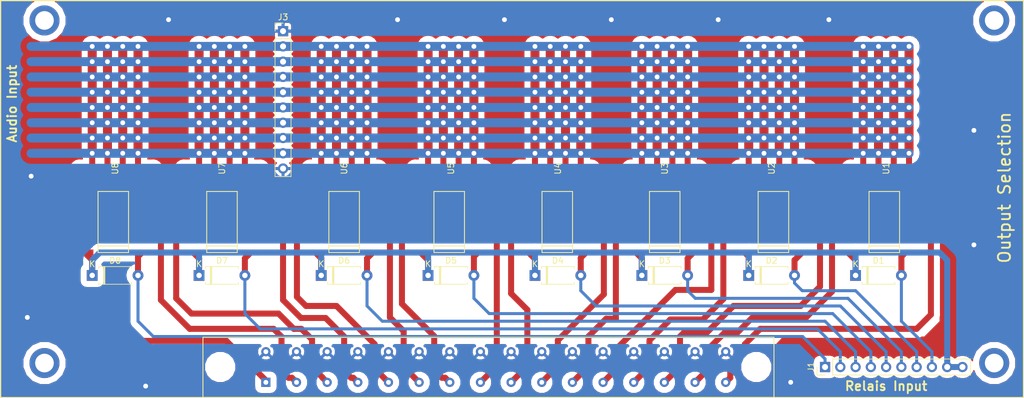
<source format=kicad_pcb>
(kicad_pcb (version 20171130) (host pcbnew 5.0.2-bee76a0~70~ubuntu16.04.1)

  (general
    (thickness 1.6)
    (drawings 7)
    (tracks 712)
    (zones 0)
    (modules 19)
    (nets 28)
  )

  (page A4)
  (layers
    (0 F.Cu signal)
    (31 B.Cu signal)
    (32 B.Adhes user)
    (33 F.Adhes user)
    (34 B.Paste user)
    (35 F.Paste user)
    (36 B.SilkS user)
    (37 F.SilkS user)
    (38 B.Mask user)
    (39 F.Mask user)
    (40 Dwgs.User user)
    (41 Cmts.User user)
    (42 Eco1.User user)
    (43 Eco2.User user)
    (44 Edge.Cuts user)
    (45 Margin user)
    (46 B.CrtYd user)
    (47 F.CrtYd user)
    (48 B.Fab user)
    (49 F.Fab user)
  )

  (setup
    (last_trace_width 1)
    (trace_clearance 1)
    (zone_clearance 0.508)
    (zone_45_only no)
    (trace_min 0.2)
    (segment_width 0.2)
    (edge_width 0.15)
    (via_size 1)
    (via_drill 0.8)
    (via_min_size 0.4)
    (via_min_drill 0.3)
    (uvia_size 0.3)
    (uvia_drill 0.1)
    (uvias_allowed no)
    (uvia_min_size 0.2)
    (uvia_min_drill 0.1)
    (pcb_text_width 0.3)
    (pcb_text_size 1.5 1.5)
    (mod_edge_width 0.15)
    (mod_text_size 1 1)
    (mod_text_width 0.15)
    (pad_size 1.524 1.524)
    (pad_drill 0.762)
    (pad_to_mask_clearance 0.051)
    (solder_mask_min_width 0.25)
    (aux_axis_origin 0 0)
    (visible_elements FFFFFF7F)
    (pcbplotparams
      (layerselection 0x010fc_ffffffff)
      (usegerberextensions false)
      (usegerberattributes false)
      (usegerberadvancedattributes false)
      (creategerberjobfile false)
      (excludeedgelayer true)
      (linewidth 0.100000)
      (plotframeref false)
      (viasonmask false)
      (mode 1)
      (useauxorigin false)
      (hpglpennumber 1)
      (hpglpenspeed 20)
      (hpglpendiameter 15.000000)
      (psnegative false)
      (psa4output false)
      (plotreference true)
      (plotvalue true)
      (plotinvisibletext false)
      (padsonsilk false)
      (subtractmaskfromsilk false)
      (outputformat 1)
      (mirror false)
      (drillshape 1)
      (scaleselection 1)
      (outputdirectory ""))
  )

  (net 0 "")
  (net 1 /relaysheet/Relais1)
  (net 2 +9V)
  (net 3 /relaysheet/Relais5)
  (net 4 /relaysheet/Relais2)
  (net 5 /relaysheet/Relais6)
  (net 6 /relaysheet/Relais3)
  (net 7 /relaysheet/Relais7)
  (net 8 /relaysheet/Relais4)
  (net 9 /relaysheet/Relais8)
  (net 10 GNDA)
  (net 11 /relaysheet/R1B_out)
  (net 12 /relaysheet/R1A_out)
  (net 13 /relaysheet/R1A_NC)
  (net 14 /relaysheet/R5B_out)
  (net 15 /relaysheet/R5A_out)
  (net 16 /relaysheet/R2B_out)
  (net 17 /relaysheet/R2A_out)
  (net 18 /relaysheet/R6A_out)
  (net 19 /relaysheet/R6B_out)
  (net 20 /relaysheet/R3A_out)
  (net 21 /relaysheet/R3B_out)
  (net 22 /relaysheet/R7B_out)
  (net 23 /relaysheet/R7A_out)
  (net 24 /relaysheet/R4A_out)
  (net 25 /relaysheet/R4B_out)
  (net 26 /relaysheet/R8A_out)
  (net 27 /relaysheet/R8B_out)

  (net_class Default "This is the default net class."
    (clearance 1)
    (trace_width 1)
    (via_dia 1)
    (via_drill 0.8)
    (uvia_dia 0.3)
    (uvia_drill 0.1)
    (add_net +9V)
    (add_net /relaysheet/R1A_NC)
    (add_net /relaysheet/R1A_out)
    (add_net /relaysheet/R1B_out)
    (add_net /relaysheet/R2A_out)
    (add_net /relaysheet/R2B_out)
    (add_net /relaysheet/R3A_out)
    (add_net /relaysheet/R3B_out)
    (add_net /relaysheet/R4A_out)
    (add_net /relaysheet/R4B_out)
    (add_net /relaysheet/R5A_out)
    (add_net /relaysheet/R5B_out)
    (add_net /relaysheet/R6A_out)
    (add_net /relaysheet/R6B_out)
    (add_net /relaysheet/R7A_out)
    (add_net /relaysheet/R7B_out)
    (add_net /relaysheet/R8A_out)
    (add_net /relaysheet/R8B_out)
    (add_net /relaysheet/Relais1)
    (add_net /relaysheet/Relais2)
    (add_net /relaysheet/Relais3)
    (add_net /relaysheet/Relais4)
    (add_net /relaysheet/Relais5)
    (add_net /relaysheet/Relais6)
    (add_net /relaysheet/Relais7)
    (add_net /relaysheet/Relais8)
    (add_net GNDA)
  )

  (module footprints:Schroff_69001-908_Female (layer F.Cu) (tedit 5CE51DC1) (tstamp 5CD47F47)
    (at 93.86 76.21)
    (path /5CD4C71E)
    (fp_text reference J4 (at -2.55 -7.65) (layer F.SilkS) hide
      (effects (font (size 1 1) (thickness 0.15)))
    )
    (fp_text value "Schroff 69001-908 Female" (at -2.55 -10.2) (layer F.Fab)
      (effects (font (size 1 1) (thickness 0.15)))
    )
    (fp_line (start -47.5 2.5) (end -47.5 -7.5) (layer F.SilkS) (width 0.15))
    (fp_line (start 47.5 2.5) (end -47.5 2.5) (layer F.SilkS) (width 0.15))
    (fp_line (start 47.5 -7.5) (end 47.5 2.5) (layer F.SilkS) (width 0.15))
    (fp_line (start -47.5 -7.5) (end 47.5 -7.5) (layer F.SilkS) (width 0.15))
    (pad "" np_thru_hole circle (at -44.63 -2.55) (size 3 3) (drill 3) (layers *.Cu *.Mask))
    (pad "" np_thru_hole circle (at 44.57 -2.55) (size 3 3) (drill 3) (layers *.Cu *.Mask))
    (pad 32 thru_hole circle (at 39.47 -5.1) (size 1.524 1.524) (drill 0.8) (layers *.Cu *.Mask)
      (net 10 GNDA))
    (pad 31 thru_hole circle (at 39.47 0) (size 1.524 1.524) (drill 0.8) (layers *.Cu *.Mask)
      (net 11 /relaysheet/R1B_out))
    (pad 30 thru_hole circle (at 34.37 -5.1) (size 1.524 1.524) (drill 0.8) (layers *.Cu *.Mask)
      (net 10 GNDA))
    (pad 29 thru_hole circle (at 34.37 0) (size 1.524 1.524) (drill 0.8) (layers *.Cu *.Mask)
      (net 12 /relaysheet/R1A_out))
    (pad 28 thru_hole circle (at 29.27 -5.1) (size 1.524 1.524) (drill 0.8) (layers *.Cu *.Mask)
      (net 10 GNDA))
    (pad 27 thru_hole circle (at 29.27 0) (size 1.524 1.524) (drill 0.8) (layers *.Cu *.Mask)
      (net 16 /relaysheet/R2B_out))
    (pad 26 thru_hole circle (at 24.17 -5.1) (size 1.524 1.524) (drill 0.8) (layers *.Cu *.Mask)
      (net 10 GNDA))
    (pad 25 thru_hole circle (at 24.17 0) (size 1.524 1.524) (drill 0.8) (layers *.Cu *.Mask)
      (net 17 /relaysheet/R2A_out))
    (pad 24 thru_hole circle (at 19.07 -5.1) (size 1.524 1.524) (drill 0.8) (layers *.Cu *.Mask)
      (net 10 GNDA))
    (pad 23 thru_hole circle (at 19.07 0) (size 1.524 1.524) (drill 0.8) (layers *.Cu *.Mask)
      (net 21 /relaysheet/R3B_out))
    (pad 22 thru_hole circle (at 13.97 -5.1) (size 1.524 1.524) (drill 0.8) (layers *.Cu *.Mask)
      (net 10 GNDA))
    (pad 21 thru_hole circle (at 13.97 0) (size 1.524 1.524) (drill 0.8) (layers *.Cu *.Mask)
      (net 20 /relaysheet/R3A_out))
    (pad 20 thru_hole circle (at 8.87 -5.1) (size 1.524 1.524) (drill 0.8) (layers *.Cu *.Mask)
      (net 10 GNDA))
    (pad 19 thru_hole circle (at 8.87 0) (size 1.524 1.524) (drill 0.8) (layers *.Cu *.Mask)
      (net 25 /relaysheet/R4B_out))
    (pad 18 thru_hole circle (at 3.77 -5.1) (size 1.524 1.524) (drill 0.8) (layers *.Cu *.Mask)
      (net 10 GNDA))
    (pad 17 thru_hole circle (at 3.77 0) (size 1.524 1.524) (drill 0.8) (layers *.Cu *.Mask)
      (net 24 /relaysheet/R4A_out))
    (pad 16 thru_hole circle (at -1.33 -5.1) (size 1.524 1.524) (drill 0.8) (layers *.Cu *.Mask)
      (net 10 GNDA))
    (pad 15 thru_hole circle (at -1.33 0) (size 1.524 1.524) (drill 0.8) (layers *.Cu *.Mask)
      (net 14 /relaysheet/R5B_out))
    (pad 14 thru_hole circle (at -6.43 -5.1) (size 1.524 1.524) (drill 0.8) (layers *.Cu *.Mask)
      (net 10 GNDA))
    (pad 13 thru_hole circle (at -6.43 0) (size 1.524 1.524) (drill 0.8) (layers *.Cu *.Mask)
      (net 15 /relaysheet/R5A_out))
    (pad 12 thru_hole circle (at -11.53 -5.1) (size 1.524 1.524) (drill 0.8) (layers *.Cu *.Mask)
      (net 10 GNDA))
    (pad 11 thru_hole circle (at -11.53 0) (size 1.524 1.524) (drill 0.8) (layers *.Cu *.Mask)
      (net 19 /relaysheet/R6B_out))
    (pad 10 thru_hole circle (at -16.63 -5.1) (size 1.524 1.524) (drill 0.8) (layers *.Cu *.Mask)
      (net 10 GNDA))
    (pad 9 thru_hole circle (at -16.63 0) (size 1.524 1.524) (drill 0.8) (layers *.Cu *.Mask)
      (net 18 /relaysheet/R6A_out))
    (pad 8 thru_hole circle (at -21.73 -5.1) (size 1.524 1.524) (drill 0.8) (layers *.Cu *.Mask)
      (net 10 GNDA))
    (pad 7 thru_hole circle (at -21.73 0) (size 1.524 1.524) (drill 0.8) (layers *.Cu *.Mask)
      (net 22 /relaysheet/R7B_out))
    (pad 6 thru_hole circle (at -26.83 -5.1) (size 1.524 1.524) (drill 0.8) (layers *.Cu *.Mask)
      (net 10 GNDA))
    (pad 5 thru_hole circle (at -26.83 0) (size 1.524 1.524) (drill 0.8) (layers *.Cu *.Mask)
      (net 23 /relaysheet/R7A_out))
    (pad 4 thru_hole circle (at -31.93 -5.1) (size 1.524 1.524) (drill 0.8) (layers *.Cu *.Mask)
      (net 10 GNDA))
    (pad 3 thru_hole circle (at -31.93 0) (size 1.524 1.524) (drill 0.8) (layers *.Cu *.Mask)
      (net 27 /relaysheet/R8B_out))
    (pad 2 thru_hole circle (at -37.03 -5.1) (size 1.524 1.524) (drill 0.8) (layers *.Cu *.Mask)
      (net 10 GNDA))
    (pad 1 thru_hole rect (at -37.03 0) (size 1.524 1.524) (drill 0.8) (layers *.Cu *.Mask)
      (net 26 /relaysheet/R8A_out))
  )

  (module footprints:NEC-EB2-12NU (layer F.Cu) (tedit 5CD1A950) (tstamp 5CD2D6D0)
    (at 159.72 49.53 90)
    (path /5CD2BD35/5CD2D6AA)
    (fp_text reference U1 (at 8.89 0.3 90) (layer F.SilkS)
      (effects (font (size 1 1) (thickness 0.15)))
    )
    (fp_text value NEC-EB2-12NU (at 0 0 90) (layer F.Fab)
      (effects (font (size 1 1) (thickness 0.15)))
    )
    (fp_line (start -7.15 -4.65) (end 7.15 -4.65) (layer F.Fab) (width 0.15))
    (fp_line (start 7.15 -4.65) (end 7.15 4.65) (layer F.Fab) (width 0.15))
    (fp_line (start 7.15 4.65) (end -7.15 4.65) (layer F.Fab) (width 0.15))
    (fp_line (start -7.15 4.65) (end -7.15 -4.65) (layer F.Fab) (width 0.15))
    (fp_line (start -6 -4.65) (end -6 4.65) (layer F.Fab) (width 0.15))
    (fp_line (start -5.08 -2.54) (end 5.08 -2.54) (layer F.SilkS) (width 0.15))
    (fp_line (start 5.08 -2.54) (end 5.08 2.54) (layer F.SilkS) (width 0.15))
    (fp_line (start 5.08 2.54) (end -5.08 2.54) (layer F.SilkS) (width 0.15))
    (fp_line (start -5.08 2.54) (end -5.08 -2.54) (layer F.SilkS) (width 0.15))
    (fp_line (start -4 -2.54) (end -4 2.54) (layer F.SilkS) (width 0.15))
    (pad 1 smd rect (at -5.08 -4.78 90) (size 1 2.94) (layers F.Cu F.Paste F.Mask)
      (net 2 +9V))
    (pad 2 smd rect (at -2.54 -4.78 90) (size 1 2.94) (layers F.Cu F.Paste F.Mask)
      (net 13 /relaysheet/R1A_NC))
    (pad 3 smd rect (at 0 -4.78 90) (size 1 2.94) (layers F.Cu F.Paste F.Mask)
      (net 12 /relaysheet/R1A_out))
    (pad 4 smd rect (at 2.54 -4.78 90) (size 1 2.94) (layers F.Cu F.Paste F.Mask)
      (net 13 /relaysheet/R1A_NC))
    (pad 5 smd rect (at 5.08 -4.78 90) (size 1 2.94) (layers F.Cu F.Paste F.Mask))
    (pad 6 smd rect (at 5.08 4.78 90) (size 1 2.94) (layers F.Cu F.Paste F.Mask))
    (pad 7 smd rect (at 2.54 4.78 90) (size 1 2.94) (layers F.Cu F.Paste F.Mask)
      (net 13 /relaysheet/R1A_NC))
    (pad 8 smd rect (at 0 4.78 90) (size 1 2.94) (layers F.Cu F.Paste F.Mask)
      (net 11 /relaysheet/R1B_out))
    (pad 9 smd rect (at -2.54 4.78 90) (size 1 2.94) (layers F.Cu F.Paste F.Mask)
      (net 13 /relaysheet/R1A_NC))
    (pad 10 smd rect (at -5.08 4.78 90) (size 1 2.94) (layers F.Cu F.Paste F.Mask)
      (net 1 /relaysheet/Relais1))
  )

  (module footprints:NEC-EB2-12NU (layer F.Cu) (tedit 5CD1A950) (tstamp 5CD2F79B)
    (at 141.27 49.53 90)
    (path /5CD2BD35/5CD30362)
    (fp_text reference U2 (at 8.89 -0.3 90) (layer F.SilkS)
      (effects (font (size 1 1) (thickness 0.15)))
    )
    (fp_text value NEC-EB2-12NU (at 0 0 90) (layer F.Fab)
      (effects (font (size 1 1) (thickness 0.15)))
    )
    (fp_line (start -7.15 -4.65) (end 7.15 -4.65) (layer F.Fab) (width 0.15))
    (fp_line (start 7.15 -4.65) (end 7.15 4.65) (layer F.Fab) (width 0.15))
    (fp_line (start 7.15 4.65) (end -7.15 4.65) (layer F.Fab) (width 0.15))
    (fp_line (start -7.15 4.65) (end -7.15 -4.65) (layer F.Fab) (width 0.15))
    (fp_line (start -6 -4.65) (end -6 4.65) (layer F.Fab) (width 0.15))
    (fp_line (start -5.08 -2.54) (end 5.08 -2.54) (layer F.SilkS) (width 0.15))
    (fp_line (start 5.08 -2.54) (end 5.08 2.54) (layer F.SilkS) (width 0.15))
    (fp_line (start 5.08 2.54) (end -5.08 2.54) (layer F.SilkS) (width 0.15))
    (fp_line (start -5.08 2.54) (end -5.08 -2.54) (layer F.SilkS) (width 0.15))
    (fp_line (start -4 -2.54) (end -4 2.54) (layer F.SilkS) (width 0.15))
    (pad 1 smd rect (at -5.08 -4.78 90) (size 1 2.94) (layers F.Cu F.Paste F.Mask)
      (net 2 +9V))
    (pad 2 smd rect (at -2.54 -4.78 90) (size 1 2.94) (layers F.Cu F.Paste F.Mask)
      (net 13 /relaysheet/R1A_NC))
    (pad 3 smd rect (at 0 -4.78 90) (size 1 2.94) (layers F.Cu F.Paste F.Mask)
      (net 17 /relaysheet/R2A_out))
    (pad 4 smd rect (at 2.54 -4.78 90) (size 1 2.94) (layers F.Cu F.Paste F.Mask)
      (net 13 /relaysheet/R1A_NC))
    (pad 5 smd rect (at 5.08 -4.78 90) (size 1 2.94) (layers F.Cu F.Paste F.Mask))
    (pad 6 smd rect (at 5.08 4.78 90) (size 1 2.94) (layers F.Cu F.Paste F.Mask))
    (pad 7 smd rect (at 2.54 4.78 90) (size 1 2.94) (layers F.Cu F.Paste F.Mask)
      (net 13 /relaysheet/R1A_NC))
    (pad 8 smd rect (at 0 4.78 90) (size 1 2.94) (layers F.Cu F.Paste F.Mask)
      (net 16 /relaysheet/R2B_out))
    (pad 9 smd rect (at -2.54 4.78 90) (size 1 2.94) (layers F.Cu F.Paste F.Mask)
      (net 13 /relaysheet/R1A_NC))
    (pad 10 smd rect (at -5.08 4.78 90) (size 1 2.94) (layers F.Cu F.Paste F.Mask)
      (net 4 /relaysheet/Relais2))
  )

  (module footprints:NEC-EB2-12NU (layer F.Cu) (tedit 5CD1A950) (tstamp 5CD2D700)
    (at 123.19 49.53 90)
    (path /5CD2BD35/5CD316D2)
    (fp_text reference U3 (at 8.89 0 90) (layer F.SilkS)
      (effects (font (size 1 1) (thickness 0.15)))
    )
    (fp_text value NEC-EB2-12NU (at 0 0 90) (layer F.Fab)
      (effects (font (size 1 1) (thickness 0.15)))
    )
    (fp_line (start -7.15 -4.65) (end 7.15 -4.65) (layer F.Fab) (width 0.15))
    (fp_line (start 7.15 -4.65) (end 7.15 4.65) (layer F.Fab) (width 0.15))
    (fp_line (start 7.15 4.65) (end -7.15 4.65) (layer F.Fab) (width 0.15))
    (fp_line (start -7.15 4.65) (end -7.15 -4.65) (layer F.Fab) (width 0.15))
    (fp_line (start -6 -4.65) (end -6 4.65) (layer F.Fab) (width 0.15))
    (fp_line (start -5.08 -2.54) (end 5.08 -2.54) (layer F.SilkS) (width 0.15))
    (fp_line (start 5.08 -2.54) (end 5.08 2.54) (layer F.SilkS) (width 0.15))
    (fp_line (start 5.08 2.54) (end -5.08 2.54) (layer F.SilkS) (width 0.15))
    (fp_line (start -5.08 2.54) (end -5.08 -2.54) (layer F.SilkS) (width 0.15))
    (fp_line (start -4 -2.54) (end -4 2.54) (layer F.SilkS) (width 0.15))
    (pad 1 smd rect (at -5.08 -4.78 90) (size 1 2.94) (layers F.Cu F.Paste F.Mask)
      (net 2 +9V))
    (pad 2 smd rect (at -2.54 -4.78 90) (size 1 2.94) (layers F.Cu F.Paste F.Mask)
      (net 13 /relaysheet/R1A_NC))
    (pad 3 smd rect (at 0 -4.78 90) (size 1 2.94) (layers F.Cu F.Paste F.Mask)
      (net 20 /relaysheet/R3A_out))
    (pad 4 smd rect (at 2.54 -4.78 90) (size 1 2.94) (layers F.Cu F.Paste F.Mask)
      (net 13 /relaysheet/R1A_NC))
    (pad 5 smd rect (at 5.08 -4.78 90) (size 1 2.94) (layers F.Cu F.Paste F.Mask))
    (pad 6 smd rect (at 5.08 4.78 90) (size 1 2.94) (layers F.Cu F.Paste F.Mask))
    (pad 7 smd rect (at 2.54 4.78 90) (size 1 2.94) (layers F.Cu F.Paste F.Mask)
      (net 13 /relaysheet/R1A_NC))
    (pad 8 smd rect (at 0 4.78 90) (size 1 2.94) (layers F.Cu F.Paste F.Mask)
      (net 21 /relaysheet/R3B_out))
    (pad 9 smd rect (at -2.54 4.78 90) (size 1 2.94) (layers F.Cu F.Paste F.Mask)
      (net 13 /relaysheet/R1A_NC))
    (pad 10 smd rect (at -5.08 4.78 90) (size 1 2.94) (layers F.Cu F.Paste F.Mask)
      (net 6 /relaysheet/Relais3))
  )

  (module footprints:NEC-EB2-12NU (layer F.Cu) (tedit 5CD1A950) (tstamp 5CD30B02)
    (at 105.31 49.53 90)
    (path /5CD2BD35/5CD31724)
    (fp_text reference U4 (at 8.89 0.1 90) (layer F.SilkS)
      (effects (font (size 1 1) (thickness 0.15)))
    )
    (fp_text value NEC-EB2-12NU (at 0 0 90) (layer F.Fab)
      (effects (font (size 1 1) (thickness 0.15)))
    )
    (fp_line (start -4 -2.54) (end -4 2.54) (layer F.SilkS) (width 0.15))
    (fp_line (start -5.08 2.54) (end -5.08 -2.54) (layer F.SilkS) (width 0.15))
    (fp_line (start 5.08 2.54) (end -5.08 2.54) (layer F.SilkS) (width 0.15))
    (fp_line (start 5.08 -2.54) (end 5.08 2.54) (layer F.SilkS) (width 0.15))
    (fp_line (start -5.08 -2.54) (end 5.08 -2.54) (layer F.SilkS) (width 0.15))
    (fp_line (start -6 -4.65) (end -6 4.65) (layer F.Fab) (width 0.15))
    (fp_line (start -7.15 4.65) (end -7.15 -4.65) (layer F.Fab) (width 0.15))
    (fp_line (start 7.15 4.65) (end -7.15 4.65) (layer F.Fab) (width 0.15))
    (fp_line (start 7.15 -4.65) (end 7.15 4.65) (layer F.Fab) (width 0.15))
    (fp_line (start -7.15 -4.65) (end 7.15 -4.65) (layer F.Fab) (width 0.15))
    (pad 10 smd rect (at -5.08 4.78 90) (size 1 2.94) (layers F.Cu F.Paste F.Mask)
      (net 8 /relaysheet/Relais4))
    (pad 9 smd rect (at -2.54 4.78 90) (size 1 2.94) (layers F.Cu F.Paste F.Mask)
      (net 13 /relaysheet/R1A_NC))
    (pad 8 smd rect (at 0 4.78 90) (size 1 2.94) (layers F.Cu F.Paste F.Mask)
      (net 25 /relaysheet/R4B_out))
    (pad 7 smd rect (at 2.54 4.78 90) (size 1 2.94) (layers F.Cu F.Paste F.Mask)
      (net 13 /relaysheet/R1A_NC))
    (pad 6 smd rect (at 5.08 4.78 90) (size 1 2.94) (layers F.Cu F.Paste F.Mask))
    (pad 5 smd rect (at 5.08 -4.78 90) (size 1 2.94) (layers F.Cu F.Paste F.Mask))
    (pad 4 smd rect (at 2.54 -4.78 90) (size 1 2.94) (layers F.Cu F.Paste F.Mask)
      (net 13 /relaysheet/R1A_NC))
    (pad 3 smd rect (at 0 -4.78 90) (size 1 2.94) (layers F.Cu F.Paste F.Mask)
      (net 24 /relaysheet/R4A_out))
    (pad 2 smd rect (at -2.54 -4.78 90) (size 1 2.94) (layers F.Cu F.Paste F.Mask)
      (net 13 /relaysheet/R1A_NC))
    (pad 1 smd rect (at -5.08 -4.78 90) (size 1 2.94) (layers F.Cu F.Paste F.Mask)
      (net 2 +9V))
  )

  (module footprints:NEC-EB2-12NU (layer F.Cu) (tedit 5CD1A950) (tstamp 5CD2D730)
    (at 87.33 49.53 90)
    (path /5CD2BD35/5CD2FCCA)
    (fp_text reference U5 (at 8.89 0.3 90) (layer F.SilkS)
      (effects (font (size 1 1) (thickness 0.15)))
    )
    (fp_text value NEC-EB2-12NU (at 0 0 90) (layer F.Fab)
      (effects (font (size 1 1) (thickness 0.15)))
    )
    (fp_line (start -4 -2.54) (end -4 2.54) (layer F.SilkS) (width 0.15))
    (fp_line (start -5.08 2.54) (end -5.08 -2.54) (layer F.SilkS) (width 0.15))
    (fp_line (start 5.08 2.54) (end -5.08 2.54) (layer F.SilkS) (width 0.15))
    (fp_line (start 5.08 -2.54) (end 5.08 2.54) (layer F.SilkS) (width 0.15))
    (fp_line (start -5.08 -2.54) (end 5.08 -2.54) (layer F.SilkS) (width 0.15))
    (fp_line (start -6 -4.65) (end -6 4.65) (layer F.Fab) (width 0.15))
    (fp_line (start -7.15 4.65) (end -7.15 -4.65) (layer F.Fab) (width 0.15))
    (fp_line (start 7.15 4.65) (end -7.15 4.65) (layer F.Fab) (width 0.15))
    (fp_line (start 7.15 -4.65) (end 7.15 4.65) (layer F.Fab) (width 0.15))
    (fp_line (start -7.15 -4.65) (end 7.15 -4.65) (layer F.Fab) (width 0.15))
    (pad 10 smd rect (at -5.08 4.78 90) (size 1 2.94) (layers F.Cu F.Paste F.Mask)
      (net 3 /relaysheet/Relais5))
    (pad 9 smd rect (at -2.54 4.78 90) (size 1 2.94) (layers F.Cu F.Paste F.Mask)
      (net 13 /relaysheet/R1A_NC))
    (pad 8 smd rect (at 0 4.78 90) (size 1 2.94) (layers F.Cu F.Paste F.Mask)
      (net 14 /relaysheet/R5B_out))
    (pad 7 smd rect (at 2.54 4.78 90) (size 1 2.94) (layers F.Cu F.Paste F.Mask)
      (net 13 /relaysheet/R1A_NC))
    (pad 6 smd rect (at 5.08 4.78 90) (size 1 2.94) (layers F.Cu F.Paste F.Mask))
    (pad 5 smd rect (at 5.08 -4.78 90) (size 1 2.94) (layers F.Cu F.Paste F.Mask))
    (pad 4 smd rect (at 2.54 -4.78 90) (size 1 2.94) (layers F.Cu F.Paste F.Mask)
      (net 13 /relaysheet/R1A_NC))
    (pad 3 smd rect (at 0 -4.78 90) (size 1 2.94) (layers F.Cu F.Paste F.Mask)
      (net 15 /relaysheet/R5A_out))
    (pad 2 smd rect (at -2.54 -4.78 90) (size 1 2.94) (layers F.Cu F.Paste F.Mask)
      (net 13 /relaysheet/R1A_NC))
    (pad 1 smd rect (at -5.08 -4.78 90) (size 1 2.94) (layers F.Cu F.Paste F.Mask)
      (net 2 +9V))
  )

  (module footprints:NEC-EB2-12NU (layer F.Cu) (tedit 5CD1A950) (tstamp 5CD2D748)
    (at 69.85 49.53 90)
    (path /5CD2BD35/5CD3038B)
    (fp_text reference U6 (at 8.89 0 90) (layer F.SilkS)
      (effects (font (size 1 1) (thickness 0.15)))
    )
    (fp_text value NEC-EB2-12NU (at 0 0 90) (layer F.Fab)
      (effects (font (size 1 1) (thickness 0.15)))
    )
    (fp_line (start -4 -2.54) (end -4 2.54) (layer F.SilkS) (width 0.15))
    (fp_line (start -5.08 2.54) (end -5.08 -2.54) (layer F.SilkS) (width 0.15))
    (fp_line (start 5.08 2.54) (end -5.08 2.54) (layer F.SilkS) (width 0.15))
    (fp_line (start 5.08 -2.54) (end 5.08 2.54) (layer F.SilkS) (width 0.15))
    (fp_line (start -5.08 -2.54) (end 5.08 -2.54) (layer F.SilkS) (width 0.15))
    (fp_line (start -6 -4.65) (end -6 4.65) (layer F.Fab) (width 0.15))
    (fp_line (start -7.15 4.65) (end -7.15 -4.65) (layer F.Fab) (width 0.15))
    (fp_line (start 7.15 4.65) (end -7.15 4.65) (layer F.Fab) (width 0.15))
    (fp_line (start 7.15 -4.65) (end 7.15 4.65) (layer F.Fab) (width 0.15))
    (fp_line (start -7.15 -4.65) (end 7.15 -4.65) (layer F.Fab) (width 0.15))
    (pad 10 smd rect (at -5.08 4.78 90) (size 1 2.94) (layers F.Cu F.Paste F.Mask)
      (net 5 /relaysheet/Relais6))
    (pad 9 smd rect (at -2.54 4.78 90) (size 1 2.94) (layers F.Cu F.Paste F.Mask)
      (net 13 /relaysheet/R1A_NC))
    (pad 8 smd rect (at 0 4.78 90) (size 1 2.94) (layers F.Cu F.Paste F.Mask)
      (net 19 /relaysheet/R6B_out))
    (pad 7 smd rect (at 2.54 4.78 90) (size 1 2.94) (layers F.Cu F.Paste F.Mask)
      (net 13 /relaysheet/R1A_NC))
    (pad 6 smd rect (at 5.08 4.78 90) (size 1 2.94) (layers F.Cu F.Paste F.Mask))
    (pad 5 smd rect (at 5.08 -4.78 90) (size 1 2.94) (layers F.Cu F.Paste F.Mask))
    (pad 4 smd rect (at 2.54 -4.78 90) (size 1 2.94) (layers F.Cu F.Paste F.Mask)
      (net 13 /relaysheet/R1A_NC))
    (pad 3 smd rect (at 0 -4.78 90) (size 1 2.94) (layers F.Cu F.Paste F.Mask)
      (net 18 /relaysheet/R6A_out))
    (pad 2 smd rect (at -2.54 -4.78 90) (size 1 2.94) (layers F.Cu F.Paste F.Mask)
      (net 13 /relaysheet/R1A_NC))
    (pad 1 smd rect (at -5.08 -4.78 90) (size 1 2.94) (layers F.Cu F.Paste F.Mask)
      (net 2 +9V))
  )

  (module footprints:NEC-EB2-12NU (layer F.Cu) (tedit 5CD1A950) (tstamp 5CD2DE4A)
    (at 49.53 49.53 90)
    (path /5CD2BD35/5CD316FB)
    (fp_text reference U7 (at 8.89 0 90) (layer F.SilkS)
      (effects (font (size 1 1) (thickness 0.15)))
    )
    (fp_text value NEC-EB2-12NU (at 0 0 90) (layer F.Fab)
      (effects (font (size 1 1) (thickness 0.15)))
    )
    (fp_line (start -4 -2.54) (end -4 2.54) (layer F.SilkS) (width 0.15))
    (fp_line (start -5.08 2.54) (end -5.08 -2.54) (layer F.SilkS) (width 0.15))
    (fp_line (start 5.08 2.54) (end -5.08 2.54) (layer F.SilkS) (width 0.15))
    (fp_line (start 5.08 -2.54) (end 5.08 2.54) (layer F.SilkS) (width 0.15))
    (fp_line (start -5.08 -2.54) (end 5.08 -2.54) (layer F.SilkS) (width 0.15))
    (fp_line (start -6 -4.65) (end -6 4.65) (layer F.Fab) (width 0.15))
    (fp_line (start -7.15 4.65) (end -7.15 -4.65) (layer F.Fab) (width 0.15))
    (fp_line (start 7.15 4.65) (end -7.15 4.65) (layer F.Fab) (width 0.15))
    (fp_line (start 7.15 -4.65) (end 7.15 4.65) (layer F.Fab) (width 0.15))
    (fp_line (start -7.15 -4.65) (end 7.15 -4.65) (layer F.Fab) (width 0.15))
    (pad 10 smd rect (at -5.08 4.78 90) (size 1 2.94) (layers F.Cu F.Paste F.Mask)
      (net 7 /relaysheet/Relais7))
    (pad 9 smd rect (at -2.54 4.78 90) (size 1 2.94) (layers F.Cu F.Paste F.Mask)
      (net 13 /relaysheet/R1A_NC))
    (pad 8 smd rect (at 0 4.78 90) (size 1 2.94) (layers F.Cu F.Paste F.Mask)
      (net 22 /relaysheet/R7B_out))
    (pad 7 smd rect (at 2.54 4.78 90) (size 1 2.94) (layers F.Cu F.Paste F.Mask)
      (net 13 /relaysheet/R1A_NC))
    (pad 6 smd rect (at 5.08 4.78 90) (size 1 2.94) (layers F.Cu F.Paste F.Mask))
    (pad 5 smd rect (at 5.08 -4.78 90) (size 1 2.94) (layers F.Cu F.Paste F.Mask))
    (pad 4 smd rect (at 2.54 -4.78 90) (size 1 2.94) (layers F.Cu F.Paste F.Mask)
      (net 13 /relaysheet/R1A_NC))
    (pad 3 smd rect (at 0 -4.78 90) (size 1 2.94) (layers F.Cu F.Paste F.Mask)
      (net 23 /relaysheet/R7A_out))
    (pad 2 smd rect (at -2.54 -4.78 90) (size 1 2.94) (layers F.Cu F.Paste F.Mask)
      (net 13 /relaysheet/R1A_NC))
    (pad 1 smd rect (at -5.08 -4.78 90) (size 1 2.94) (layers F.Cu F.Paste F.Mask)
      (net 2 +9V))
  )

  (module footprints:NEC-EB2-12NU (layer F.Cu) (tedit 5CD1A950) (tstamp 5CD30EC6)
    (at 31.45 49.53 90)
    (path /5CD2BD35/5CD3174D)
    (fp_text reference U8 (at 8.89 0.3 90) (layer F.SilkS)
      (effects (font (size 1 1) (thickness 0.15)))
    )
    (fp_text value NEC-EB2-12NU (at 0 0 90) (layer F.Fab)
      (effects (font (size 1 1) (thickness 0.15)))
    )
    (fp_line (start -4 -2.54) (end -4 2.54) (layer F.SilkS) (width 0.15))
    (fp_line (start -5.08 2.54) (end -5.08 -2.54) (layer F.SilkS) (width 0.15))
    (fp_line (start 5.08 2.54) (end -5.08 2.54) (layer F.SilkS) (width 0.15))
    (fp_line (start 5.08 -2.54) (end 5.08 2.54) (layer F.SilkS) (width 0.15))
    (fp_line (start -5.08 -2.54) (end 5.08 -2.54) (layer F.SilkS) (width 0.15))
    (fp_line (start -6 -4.65) (end -6 4.65) (layer F.Fab) (width 0.15))
    (fp_line (start -7.15 4.65) (end -7.15 -4.65) (layer F.Fab) (width 0.15))
    (fp_line (start 7.15 4.65) (end -7.15 4.65) (layer F.Fab) (width 0.15))
    (fp_line (start 7.15 -4.65) (end 7.15 4.65) (layer F.Fab) (width 0.15))
    (fp_line (start -7.15 -4.65) (end 7.15 -4.65) (layer F.Fab) (width 0.15))
    (pad 10 smd rect (at -5.08 4.78 90) (size 1 2.94) (layers F.Cu F.Paste F.Mask)
      (net 9 /relaysheet/Relais8))
    (pad 9 smd rect (at -2.54 4.78 90) (size 1 2.94) (layers F.Cu F.Paste F.Mask)
      (net 13 /relaysheet/R1A_NC))
    (pad 8 smd rect (at 0 4.78 90) (size 1 2.94) (layers F.Cu F.Paste F.Mask)
      (net 27 /relaysheet/R8B_out))
    (pad 7 smd rect (at 2.54 4.78 90) (size 1 2.94) (layers F.Cu F.Paste F.Mask)
      (net 13 /relaysheet/R1A_NC))
    (pad 6 smd rect (at 5.08 4.78 90) (size 1 2.94) (layers F.Cu F.Paste F.Mask))
    (pad 5 smd rect (at 5.08 -4.78 90) (size 1 2.94) (layers F.Cu F.Paste F.Mask))
    (pad 4 smd rect (at 2.54 -4.78 90) (size 1 2.94) (layers F.Cu F.Paste F.Mask)
      (net 13 /relaysheet/R1A_NC))
    (pad 3 smd rect (at 0 -4.78 90) (size 1 2.94) (layers F.Cu F.Paste F.Mask)
      (net 26 /relaysheet/R8A_out))
    (pad 2 smd rect (at -2.54 -4.78 90) (size 1 2.94) (layers F.Cu F.Paste F.Mask)
      (net 13 /relaysheet/R1A_NC))
    (pad 1 smd rect (at -5.08 -4.78 90) (size 1 2.94) (layers F.Cu F.Paste F.Mask)
      (net 2 +9V))
  )

  (module Diode_THT:D_A-405_P7.62mm_Horizontal (layer F.Cu) (tedit 5AE50CD5) (tstamp 5CD2F417)
    (at 154.94 58.42)
    (descr "Diode, A-405 series, Axial, Horizontal, pin pitch=7.62mm, , length*diameter=5.2*2.7mm^2, , http://www.diodes.com/_files/packages/A-405.pdf")
    (tags "Diode A-405 series Axial Horizontal pin pitch 7.62mm  length 5.2mm diameter 2.7mm")
    (path /5CD2BD35/5CD2E7CE)
    (fp_text reference D1 (at 3.81 -2.47) (layer F.SilkS)
      (effects (font (size 1 1) (thickness 0.15)))
    )
    (fp_text value D (at 3.81 2.47) (layer F.Fab)
      (effects (font (size 1 1) (thickness 0.15)))
    )
    (fp_line (start 1.21 -1.35) (end 1.21 1.35) (layer F.Fab) (width 0.1))
    (fp_line (start 1.21 1.35) (end 6.41 1.35) (layer F.Fab) (width 0.1))
    (fp_line (start 6.41 1.35) (end 6.41 -1.35) (layer F.Fab) (width 0.1))
    (fp_line (start 6.41 -1.35) (end 1.21 -1.35) (layer F.Fab) (width 0.1))
    (fp_line (start 0 0) (end 1.21 0) (layer F.Fab) (width 0.1))
    (fp_line (start 7.62 0) (end 6.41 0) (layer F.Fab) (width 0.1))
    (fp_line (start 1.99 -1.35) (end 1.99 1.35) (layer F.Fab) (width 0.1))
    (fp_line (start 2.09 -1.35) (end 2.09 1.35) (layer F.Fab) (width 0.1))
    (fp_line (start 1.89 -1.35) (end 1.89 1.35) (layer F.Fab) (width 0.1))
    (fp_line (start 1.09 -1.14) (end 1.09 -1.47) (layer F.SilkS) (width 0.12))
    (fp_line (start 1.09 -1.47) (end 6.53 -1.47) (layer F.SilkS) (width 0.12))
    (fp_line (start 6.53 -1.47) (end 6.53 -1.14) (layer F.SilkS) (width 0.12))
    (fp_line (start 1.09 1.14) (end 1.09 1.47) (layer F.SilkS) (width 0.12))
    (fp_line (start 1.09 1.47) (end 6.53 1.47) (layer F.SilkS) (width 0.12))
    (fp_line (start 6.53 1.47) (end 6.53 1.14) (layer F.SilkS) (width 0.12))
    (fp_line (start 1.99 -1.47) (end 1.99 1.47) (layer F.SilkS) (width 0.12))
    (fp_line (start 2.11 -1.47) (end 2.11 1.47) (layer F.SilkS) (width 0.12))
    (fp_line (start 1.87 -1.47) (end 1.87 1.47) (layer F.SilkS) (width 0.12))
    (fp_line (start -1.15 -1.6) (end -1.15 1.6) (layer F.CrtYd) (width 0.05))
    (fp_line (start -1.15 1.6) (end 8.77 1.6) (layer F.CrtYd) (width 0.05))
    (fp_line (start 8.77 1.6) (end 8.77 -1.6) (layer F.CrtYd) (width 0.05))
    (fp_line (start 8.77 -1.6) (end -1.15 -1.6) (layer F.CrtYd) (width 0.05))
    (fp_text user %R (at 4.2 0) (layer F.Fab)
      (effects (font (size 1 1) (thickness 0.15)))
    )
    (fp_text user K (at 0 -1.9) (layer F.Fab)
      (effects (font (size 1 1) (thickness 0.15)))
    )
    (fp_text user K (at 0 -1.9) (layer F.SilkS)
      (effects (font (size 1 1) (thickness 0.15)))
    )
    (pad 1 thru_hole rect (at 0 0) (size 1.8 1.8) (drill 0.9) (layers *.Cu *.Mask)
      (net 2 +9V))
    (pad 2 thru_hole oval (at 7.62 0) (size 1.8 1.8) (drill 0.9) (layers *.Cu *.Mask)
      (net 1 /relaysheet/Relais1))
    (model ${KISYS3DMOD}/Diode_THT.3dshapes/D_A-405_P7.62mm_Horizontal.wrl
      (at (xyz 0 0 0))
      (scale (xyz 1 1 1))
      (rotate (xyz 0 0 0))
    )
  )

  (module Diode_THT:D_A-405_P7.62mm_Horizontal (layer F.Cu) (tedit 5AE50CD5) (tstamp 5CD2F435)
    (at 137.16 58.42)
    (descr "Diode, A-405 series, Axial, Horizontal, pin pitch=7.62mm, , length*diameter=5.2*2.7mm^2, , http://www.diodes.com/_files/packages/A-405.pdf")
    (tags "Diode A-405 series Axial Horizontal pin pitch 7.62mm  length 5.2mm diameter 2.7mm")
    (path /5CD2BD35/5CD3037D)
    (fp_text reference D2 (at 3.81 -2.47) (layer F.SilkS)
      (effects (font (size 1 1) (thickness 0.15)))
    )
    (fp_text value D (at 3.81 2.47) (layer F.Fab)
      (effects (font (size 1 1) (thickness 0.15)))
    )
    (fp_text user K (at 0 -1.9) (layer F.SilkS)
      (effects (font (size 1 1) (thickness 0.15)))
    )
    (fp_text user K (at 0 -1.9) (layer F.Fab)
      (effects (font (size 1 1) (thickness 0.15)))
    )
    (fp_text user %R (at 4.2 0) (layer F.Fab)
      (effects (font (size 1 1) (thickness 0.15)))
    )
    (fp_line (start 8.77 -1.6) (end -1.15 -1.6) (layer F.CrtYd) (width 0.05))
    (fp_line (start 8.77 1.6) (end 8.77 -1.6) (layer F.CrtYd) (width 0.05))
    (fp_line (start -1.15 1.6) (end 8.77 1.6) (layer F.CrtYd) (width 0.05))
    (fp_line (start -1.15 -1.6) (end -1.15 1.6) (layer F.CrtYd) (width 0.05))
    (fp_line (start 1.87 -1.47) (end 1.87 1.47) (layer F.SilkS) (width 0.12))
    (fp_line (start 2.11 -1.47) (end 2.11 1.47) (layer F.SilkS) (width 0.12))
    (fp_line (start 1.99 -1.47) (end 1.99 1.47) (layer F.SilkS) (width 0.12))
    (fp_line (start 6.53 1.47) (end 6.53 1.14) (layer F.SilkS) (width 0.12))
    (fp_line (start 1.09 1.47) (end 6.53 1.47) (layer F.SilkS) (width 0.12))
    (fp_line (start 1.09 1.14) (end 1.09 1.47) (layer F.SilkS) (width 0.12))
    (fp_line (start 6.53 -1.47) (end 6.53 -1.14) (layer F.SilkS) (width 0.12))
    (fp_line (start 1.09 -1.47) (end 6.53 -1.47) (layer F.SilkS) (width 0.12))
    (fp_line (start 1.09 -1.14) (end 1.09 -1.47) (layer F.SilkS) (width 0.12))
    (fp_line (start 1.89 -1.35) (end 1.89 1.35) (layer F.Fab) (width 0.1))
    (fp_line (start 2.09 -1.35) (end 2.09 1.35) (layer F.Fab) (width 0.1))
    (fp_line (start 1.99 -1.35) (end 1.99 1.35) (layer F.Fab) (width 0.1))
    (fp_line (start 7.62 0) (end 6.41 0) (layer F.Fab) (width 0.1))
    (fp_line (start 0 0) (end 1.21 0) (layer F.Fab) (width 0.1))
    (fp_line (start 6.41 -1.35) (end 1.21 -1.35) (layer F.Fab) (width 0.1))
    (fp_line (start 6.41 1.35) (end 6.41 -1.35) (layer F.Fab) (width 0.1))
    (fp_line (start 1.21 1.35) (end 6.41 1.35) (layer F.Fab) (width 0.1))
    (fp_line (start 1.21 -1.35) (end 1.21 1.35) (layer F.Fab) (width 0.1))
    (pad 2 thru_hole oval (at 7.62 0) (size 1.8 1.8) (drill 0.9) (layers *.Cu *.Mask)
      (net 4 /relaysheet/Relais2))
    (pad 1 thru_hole rect (at 0 0) (size 1.8 1.8) (drill 0.9) (layers *.Cu *.Mask)
      (net 2 +9V))
    (model ${KISYS3DMOD}/Diode_THT.3dshapes/D_A-405_P7.62mm_Horizontal.wrl
      (at (xyz 0 0 0))
      (scale (xyz 1 1 1))
      (rotate (xyz 0 0 0))
    )
  )

  (module Diode_THT:D_A-405_P7.62mm_Horizontal (layer F.Cu) (tedit 5AE50CD5) (tstamp 5CD2F453)
    (at 119.38 58.42)
    (descr "Diode, A-405 series, Axial, Horizontal, pin pitch=7.62mm, , length*diameter=5.2*2.7mm^2, , http://www.diodes.com/_files/packages/A-405.pdf")
    (tags "Diode A-405 series Axial Horizontal pin pitch 7.62mm  length 5.2mm diameter 2.7mm")
    (path /5CD2BD35/5CD316ED)
    (fp_text reference D3 (at 3.81 -2.47) (layer F.SilkS)
      (effects (font (size 1 1) (thickness 0.15)))
    )
    (fp_text value D (at 3.81 2.47) (layer F.Fab)
      (effects (font (size 1 1) (thickness 0.15)))
    )
    (fp_text user K (at 0 -1.9) (layer F.SilkS)
      (effects (font (size 1 1) (thickness 0.15)))
    )
    (fp_text user K (at 0 -1.9) (layer F.Fab)
      (effects (font (size 1 1) (thickness 0.15)))
    )
    (fp_text user %R (at 4.2 0) (layer F.Fab)
      (effects (font (size 1 1) (thickness 0.15)))
    )
    (fp_line (start 8.77 -1.6) (end -1.15 -1.6) (layer F.CrtYd) (width 0.05))
    (fp_line (start 8.77 1.6) (end 8.77 -1.6) (layer F.CrtYd) (width 0.05))
    (fp_line (start -1.15 1.6) (end 8.77 1.6) (layer F.CrtYd) (width 0.05))
    (fp_line (start -1.15 -1.6) (end -1.15 1.6) (layer F.CrtYd) (width 0.05))
    (fp_line (start 1.87 -1.47) (end 1.87 1.47) (layer F.SilkS) (width 0.12))
    (fp_line (start 2.11 -1.47) (end 2.11 1.47) (layer F.SilkS) (width 0.12))
    (fp_line (start 1.99 -1.47) (end 1.99 1.47) (layer F.SilkS) (width 0.12))
    (fp_line (start 6.53 1.47) (end 6.53 1.14) (layer F.SilkS) (width 0.12))
    (fp_line (start 1.09 1.47) (end 6.53 1.47) (layer F.SilkS) (width 0.12))
    (fp_line (start 1.09 1.14) (end 1.09 1.47) (layer F.SilkS) (width 0.12))
    (fp_line (start 6.53 -1.47) (end 6.53 -1.14) (layer F.SilkS) (width 0.12))
    (fp_line (start 1.09 -1.47) (end 6.53 -1.47) (layer F.SilkS) (width 0.12))
    (fp_line (start 1.09 -1.14) (end 1.09 -1.47) (layer F.SilkS) (width 0.12))
    (fp_line (start 1.89 -1.35) (end 1.89 1.35) (layer F.Fab) (width 0.1))
    (fp_line (start 2.09 -1.35) (end 2.09 1.35) (layer F.Fab) (width 0.1))
    (fp_line (start 1.99 -1.35) (end 1.99 1.35) (layer F.Fab) (width 0.1))
    (fp_line (start 7.62 0) (end 6.41 0) (layer F.Fab) (width 0.1))
    (fp_line (start 0 0) (end 1.21 0) (layer F.Fab) (width 0.1))
    (fp_line (start 6.41 -1.35) (end 1.21 -1.35) (layer F.Fab) (width 0.1))
    (fp_line (start 6.41 1.35) (end 6.41 -1.35) (layer F.Fab) (width 0.1))
    (fp_line (start 1.21 1.35) (end 6.41 1.35) (layer F.Fab) (width 0.1))
    (fp_line (start 1.21 -1.35) (end 1.21 1.35) (layer F.Fab) (width 0.1))
    (pad 2 thru_hole oval (at 7.62 0) (size 1.8 1.8) (drill 0.9) (layers *.Cu *.Mask)
      (net 6 /relaysheet/Relais3))
    (pad 1 thru_hole rect (at 0 0) (size 1.8 1.8) (drill 0.9) (layers *.Cu *.Mask)
      (net 2 +9V))
    (model ${KISYS3DMOD}/Diode_THT.3dshapes/D_A-405_P7.62mm_Horizontal.wrl
      (at (xyz 0 0 0))
      (scale (xyz 1 1 1))
      (rotate (xyz 0 0 0))
    )
  )

  (module Diode_THT:D_A-405_P7.62mm_Horizontal (layer F.Cu) (tedit 5AE50CD5) (tstamp 5CD30AAF)
    (at 101.6 58.42)
    (descr "Diode, A-405 series, Axial, Horizontal, pin pitch=7.62mm, , length*diameter=5.2*2.7mm^2, , http://www.diodes.com/_files/packages/A-405.pdf")
    (tags "Diode A-405 series Axial Horizontal pin pitch 7.62mm  length 5.2mm diameter 2.7mm")
    (path /5CD2BD35/5CD3173F)
    (fp_text reference D4 (at 3.81 -2.47) (layer F.SilkS)
      (effects (font (size 1 1) (thickness 0.15)))
    )
    (fp_text value D (at 3.81 2.47) (layer F.Fab)
      (effects (font (size 1 1) (thickness 0.15)))
    )
    (fp_line (start 1.21 -1.35) (end 1.21 1.35) (layer F.Fab) (width 0.1))
    (fp_line (start 1.21 1.35) (end 6.41 1.35) (layer F.Fab) (width 0.1))
    (fp_line (start 6.41 1.35) (end 6.41 -1.35) (layer F.Fab) (width 0.1))
    (fp_line (start 6.41 -1.35) (end 1.21 -1.35) (layer F.Fab) (width 0.1))
    (fp_line (start 0 0) (end 1.21 0) (layer F.Fab) (width 0.1))
    (fp_line (start 7.62 0) (end 6.41 0) (layer F.Fab) (width 0.1))
    (fp_line (start 1.99 -1.35) (end 1.99 1.35) (layer F.Fab) (width 0.1))
    (fp_line (start 2.09 -1.35) (end 2.09 1.35) (layer F.Fab) (width 0.1))
    (fp_line (start 1.89 -1.35) (end 1.89 1.35) (layer F.Fab) (width 0.1))
    (fp_line (start 1.09 -1.14) (end 1.09 -1.47) (layer F.SilkS) (width 0.12))
    (fp_line (start 1.09 -1.47) (end 6.53 -1.47) (layer F.SilkS) (width 0.12))
    (fp_line (start 6.53 -1.47) (end 6.53 -1.14) (layer F.SilkS) (width 0.12))
    (fp_line (start 1.09 1.14) (end 1.09 1.47) (layer F.SilkS) (width 0.12))
    (fp_line (start 1.09 1.47) (end 6.53 1.47) (layer F.SilkS) (width 0.12))
    (fp_line (start 6.53 1.47) (end 6.53 1.14) (layer F.SilkS) (width 0.12))
    (fp_line (start 1.99 -1.47) (end 1.99 1.47) (layer F.SilkS) (width 0.12))
    (fp_line (start 2.11 -1.47) (end 2.11 1.47) (layer F.SilkS) (width 0.12))
    (fp_line (start 1.87 -1.47) (end 1.87 1.47) (layer F.SilkS) (width 0.12))
    (fp_line (start -1.15 -1.6) (end -1.15 1.6) (layer F.CrtYd) (width 0.05))
    (fp_line (start -1.15 1.6) (end 8.77 1.6) (layer F.CrtYd) (width 0.05))
    (fp_line (start 8.77 1.6) (end 8.77 -1.6) (layer F.CrtYd) (width 0.05))
    (fp_line (start 8.77 -1.6) (end -1.15 -1.6) (layer F.CrtYd) (width 0.05))
    (fp_text user %R (at 4.2 0) (layer F.Fab)
      (effects (font (size 1 1) (thickness 0.15)))
    )
    (fp_text user K (at 0 -1.9) (layer F.Fab)
      (effects (font (size 1 1) (thickness 0.15)))
    )
    (fp_text user K (at 0 -1.9) (layer F.SilkS)
      (effects (font (size 1 1) (thickness 0.15)))
    )
    (pad 1 thru_hole rect (at 0 0) (size 1.8 1.8) (drill 0.9) (layers *.Cu *.Mask)
      (net 2 +9V))
    (pad 2 thru_hole oval (at 7.62 0) (size 1.8 1.8) (drill 0.9) (layers *.Cu *.Mask)
      (net 8 /relaysheet/Relais4))
    (model ${KISYS3DMOD}/Diode_THT.3dshapes/D_A-405_P7.62mm_Horizontal.wrl
      (at (xyz 0 0 0))
      (scale (xyz 1 1 1))
      (rotate (xyz 0 0 0))
    )
  )

  (module Diode_THT:D_A-405_P7.62mm_Horizontal (layer F.Cu) (tedit 5AE50CD5) (tstamp 5CD2F48F)
    (at 83.82 58.42)
    (descr "Diode, A-405 series, Axial, Horizontal, pin pitch=7.62mm, , length*diameter=5.2*2.7mm^2, , http://www.diodes.com/_files/packages/A-405.pdf")
    (tags "Diode A-405 series Axial Horizontal pin pitch 7.62mm  length 5.2mm diameter 2.7mm")
    (path /5CD2BD35/5CD2FCE5)
    (fp_text reference D5 (at 3.81 -2.47) (layer F.SilkS)
      (effects (font (size 1 1) (thickness 0.15)))
    )
    (fp_text value D (at 3.81 2.47) (layer F.Fab)
      (effects (font (size 1 1) (thickness 0.15)))
    )
    (fp_text user K (at 0 -1.9) (layer F.SilkS)
      (effects (font (size 1 1) (thickness 0.15)))
    )
    (fp_text user K (at 0 -1.9) (layer F.Fab)
      (effects (font (size 1 1) (thickness 0.15)))
    )
    (fp_text user %R (at 4.2 0) (layer F.Fab)
      (effects (font (size 1 1) (thickness 0.15)))
    )
    (fp_line (start 8.77 -1.6) (end -1.15 -1.6) (layer F.CrtYd) (width 0.05))
    (fp_line (start 8.77 1.6) (end 8.77 -1.6) (layer F.CrtYd) (width 0.05))
    (fp_line (start -1.15 1.6) (end 8.77 1.6) (layer F.CrtYd) (width 0.05))
    (fp_line (start -1.15 -1.6) (end -1.15 1.6) (layer F.CrtYd) (width 0.05))
    (fp_line (start 1.87 -1.47) (end 1.87 1.47) (layer F.SilkS) (width 0.12))
    (fp_line (start 2.11 -1.47) (end 2.11 1.47) (layer F.SilkS) (width 0.12))
    (fp_line (start 1.99 -1.47) (end 1.99 1.47) (layer F.SilkS) (width 0.12))
    (fp_line (start 6.53 1.47) (end 6.53 1.14) (layer F.SilkS) (width 0.12))
    (fp_line (start 1.09 1.47) (end 6.53 1.47) (layer F.SilkS) (width 0.12))
    (fp_line (start 1.09 1.14) (end 1.09 1.47) (layer F.SilkS) (width 0.12))
    (fp_line (start 6.53 -1.47) (end 6.53 -1.14) (layer F.SilkS) (width 0.12))
    (fp_line (start 1.09 -1.47) (end 6.53 -1.47) (layer F.SilkS) (width 0.12))
    (fp_line (start 1.09 -1.14) (end 1.09 -1.47) (layer F.SilkS) (width 0.12))
    (fp_line (start 1.89 -1.35) (end 1.89 1.35) (layer F.Fab) (width 0.1))
    (fp_line (start 2.09 -1.35) (end 2.09 1.35) (layer F.Fab) (width 0.1))
    (fp_line (start 1.99 -1.35) (end 1.99 1.35) (layer F.Fab) (width 0.1))
    (fp_line (start 7.62 0) (end 6.41 0) (layer F.Fab) (width 0.1))
    (fp_line (start 0 0) (end 1.21 0) (layer F.Fab) (width 0.1))
    (fp_line (start 6.41 -1.35) (end 1.21 -1.35) (layer F.Fab) (width 0.1))
    (fp_line (start 6.41 1.35) (end 6.41 -1.35) (layer F.Fab) (width 0.1))
    (fp_line (start 1.21 1.35) (end 6.41 1.35) (layer F.Fab) (width 0.1))
    (fp_line (start 1.21 -1.35) (end 1.21 1.35) (layer F.Fab) (width 0.1))
    (pad 2 thru_hole oval (at 7.62 0) (size 1.8 1.8) (drill 0.9) (layers *.Cu *.Mask)
      (net 3 /relaysheet/Relais5))
    (pad 1 thru_hole rect (at 0 0) (size 1.8 1.8) (drill 0.9) (layers *.Cu *.Mask)
      (net 2 +9V))
    (model ${KISYS3DMOD}/Diode_THT.3dshapes/D_A-405_P7.62mm_Horizontal.wrl
      (at (xyz 0 0 0))
      (scale (xyz 1 1 1))
      (rotate (xyz 0 0 0))
    )
  )

  (module Diode_THT:D_A-405_P7.62mm_Horizontal (layer F.Cu) (tedit 5AE50CD5) (tstamp 5CD2F4AD)
    (at 66.04 58.42)
    (descr "Diode, A-405 series, Axial, Horizontal, pin pitch=7.62mm, , length*diameter=5.2*2.7mm^2, , http://www.diodes.com/_files/packages/A-405.pdf")
    (tags "Diode A-405 series Axial Horizontal pin pitch 7.62mm  length 5.2mm diameter 2.7mm")
    (path /5CD2BD35/5CD303A6)
    (fp_text reference D6 (at 3.81 -2.47) (layer F.SilkS)
      (effects (font (size 1 1) (thickness 0.15)))
    )
    (fp_text value D (at 3.81 2.47) (layer F.Fab)
      (effects (font (size 1 1) (thickness 0.15)))
    )
    (fp_text user K (at 0 -1.9) (layer F.SilkS)
      (effects (font (size 1 1) (thickness 0.15)))
    )
    (fp_text user K (at 0 -1.9) (layer F.Fab)
      (effects (font (size 1 1) (thickness 0.15)))
    )
    (fp_text user %R (at 4.2 0) (layer F.Fab)
      (effects (font (size 1 1) (thickness 0.15)))
    )
    (fp_line (start 8.77 -1.6) (end -1.15 -1.6) (layer F.CrtYd) (width 0.05))
    (fp_line (start 8.77 1.6) (end 8.77 -1.6) (layer F.CrtYd) (width 0.05))
    (fp_line (start -1.15 1.6) (end 8.77 1.6) (layer F.CrtYd) (width 0.05))
    (fp_line (start -1.15 -1.6) (end -1.15 1.6) (layer F.CrtYd) (width 0.05))
    (fp_line (start 1.87 -1.47) (end 1.87 1.47) (layer F.SilkS) (width 0.12))
    (fp_line (start 2.11 -1.47) (end 2.11 1.47) (layer F.SilkS) (width 0.12))
    (fp_line (start 1.99 -1.47) (end 1.99 1.47) (layer F.SilkS) (width 0.12))
    (fp_line (start 6.53 1.47) (end 6.53 1.14) (layer F.SilkS) (width 0.12))
    (fp_line (start 1.09 1.47) (end 6.53 1.47) (layer F.SilkS) (width 0.12))
    (fp_line (start 1.09 1.14) (end 1.09 1.47) (layer F.SilkS) (width 0.12))
    (fp_line (start 6.53 -1.47) (end 6.53 -1.14) (layer F.SilkS) (width 0.12))
    (fp_line (start 1.09 -1.47) (end 6.53 -1.47) (layer F.SilkS) (width 0.12))
    (fp_line (start 1.09 -1.14) (end 1.09 -1.47) (layer F.SilkS) (width 0.12))
    (fp_line (start 1.89 -1.35) (end 1.89 1.35) (layer F.Fab) (width 0.1))
    (fp_line (start 2.09 -1.35) (end 2.09 1.35) (layer F.Fab) (width 0.1))
    (fp_line (start 1.99 -1.35) (end 1.99 1.35) (layer F.Fab) (width 0.1))
    (fp_line (start 7.62 0) (end 6.41 0) (layer F.Fab) (width 0.1))
    (fp_line (start 0 0) (end 1.21 0) (layer F.Fab) (width 0.1))
    (fp_line (start 6.41 -1.35) (end 1.21 -1.35) (layer F.Fab) (width 0.1))
    (fp_line (start 6.41 1.35) (end 6.41 -1.35) (layer F.Fab) (width 0.1))
    (fp_line (start 1.21 1.35) (end 6.41 1.35) (layer F.Fab) (width 0.1))
    (fp_line (start 1.21 -1.35) (end 1.21 1.35) (layer F.Fab) (width 0.1))
    (pad 2 thru_hole oval (at 7.62 0) (size 1.8 1.8) (drill 0.9) (layers *.Cu *.Mask)
      (net 5 /relaysheet/Relais6))
    (pad 1 thru_hole rect (at 0 0) (size 1.8 1.8) (drill 0.9) (layers *.Cu *.Mask)
      (net 2 +9V))
    (model ${KISYS3DMOD}/Diode_THT.3dshapes/D_A-405_P7.62mm_Horizontal.wrl
      (at (xyz 0 0 0))
      (scale (xyz 1 1 1))
      (rotate (xyz 0 0 0))
    )
  )

  (module Diode_THT:D_A-405_P7.62mm_Horizontal (layer F.Cu) (tedit 5AE50CD5) (tstamp 5CD2F4CB)
    (at 45.72 58.42)
    (descr "Diode, A-405 series, Axial, Horizontal, pin pitch=7.62mm, , length*diameter=5.2*2.7mm^2, , http://www.diodes.com/_files/packages/A-405.pdf")
    (tags "Diode A-405 series Axial Horizontal pin pitch 7.62mm  length 5.2mm diameter 2.7mm")
    (path /5CD2BD35/5CD31716)
    (fp_text reference D7 (at 3.81 -2.47) (layer F.SilkS)
      (effects (font (size 1 1) (thickness 0.15)))
    )
    (fp_text value D (at 3.81 2.47) (layer F.Fab)
      (effects (font (size 1 1) (thickness 0.15)))
    )
    (fp_text user K (at 0 -1.9) (layer F.SilkS)
      (effects (font (size 1 1) (thickness 0.15)))
    )
    (fp_text user K (at 0 -1.9) (layer F.Fab)
      (effects (font (size 1 1) (thickness 0.15)))
    )
    (fp_text user %R (at 4.2 0) (layer F.Fab)
      (effects (font (size 1 1) (thickness 0.15)))
    )
    (fp_line (start 8.77 -1.6) (end -1.15 -1.6) (layer F.CrtYd) (width 0.05))
    (fp_line (start 8.77 1.6) (end 8.77 -1.6) (layer F.CrtYd) (width 0.05))
    (fp_line (start -1.15 1.6) (end 8.77 1.6) (layer F.CrtYd) (width 0.05))
    (fp_line (start -1.15 -1.6) (end -1.15 1.6) (layer F.CrtYd) (width 0.05))
    (fp_line (start 1.87 -1.47) (end 1.87 1.47) (layer F.SilkS) (width 0.12))
    (fp_line (start 2.11 -1.47) (end 2.11 1.47) (layer F.SilkS) (width 0.12))
    (fp_line (start 1.99 -1.47) (end 1.99 1.47) (layer F.SilkS) (width 0.12))
    (fp_line (start 6.53 1.47) (end 6.53 1.14) (layer F.SilkS) (width 0.12))
    (fp_line (start 1.09 1.47) (end 6.53 1.47) (layer F.SilkS) (width 0.12))
    (fp_line (start 1.09 1.14) (end 1.09 1.47) (layer F.SilkS) (width 0.12))
    (fp_line (start 6.53 -1.47) (end 6.53 -1.14) (layer F.SilkS) (width 0.12))
    (fp_line (start 1.09 -1.47) (end 6.53 -1.47) (layer F.SilkS) (width 0.12))
    (fp_line (start 1.09 -1.14) (end 1.09 -1.47) (layer F.SilkS) (width 0.12))
    (fp_line (start 1.89 -1.35) (end 1.89 1.35) (layer F.Fab) (width 0.1))
    (fp_line (start 2.09 -1.35) (end 2.09 1.35) (layer F.Fab) (width 0.1))
    (fp_line (start 1.99 -1.35) (end 1.99 1.35) (layer F.Fab) (width 0.1))
    (fp_line (start 7.62 0) (end 6.41 0) (layer F.Fab) (width 0.1))
    (fp_line (start 0 0) (end 1.21 0) (layer F.Fab) (width 0.1))
    (fp_line (start 6.41 -1.35) (end 1.21 -1.35) (layer F.Fab) (width 0.1))
    (fp_line (start 6.41 1.35) (end 6.41 -1.35) (layer F.Fab) (width 0.1))
    (fp_line (start 1.21 1.35) (end 6.41 1.35) (layer F.Fab) (width 0.1))
    (fp_line (start 1.21 -1.35) (end 1.21 1.35) (layer F.Fab) (width 0.1))
    (pad 2 thru_hole oval (at 7.62 0) (size 1.8 1.8) (drill 0.9) (layers *.Cu *.Mask)
      (net 7 /relaysheet/Relais7))
    (pad 1 thru_hole rect (at 0 0) (size 1.8 1.8) (drill 0.9) (layers *.Cu *.Mask)
      (net 2 +9V))
    (model ${KISYS3DMOD}/Diode_THT.3dshapes/D_A-405_P7.62mm_Horizontal.wrl
      (at (xyz 0 0 0))
      (scale (xyz 1 1 1))
      (rotate (xyz 0 0 0))
    )
  )

  (module Diode_THT:D_A-405_P7.62mm_Horizontal (layer F.Cu) (tedit 5AE50CD5) (tstamp 5CD30E70)
    (at 27.94 58.42)
    (descr "Diode, A-405 series, Axial, Horizontal, pin pitch=7.62mm, , length*diameter=5.2*2.7mm^2, , http://www.diodes.com/_files/packages/A-405.pdf")
    (tags "Diode A-405 series Axial Horizontal pin pitch 7.62mm  length 5.2mm diameter 2.7mm")
    (path /5CD2BD35/5CD31768)
    (fp_text reference D8 (at 3.81 -2.47) (layer F.SilkS)
      (effects (font (size 1 1) (thickness 0.15)))
    )
    (fp_text value D (at 3.81 2.47) (layer F.Fab)
      (effects (font (size 1 1) (thickness 0.15)))
    )
    (fp_line (start 1.21 -1.35) (end 1.21 1.35) (layer F.Fab) (width 0.1))
    (fp_line (start 1.21 1.35) (end 6.41 1.35) (layer F.Fab) (width 0.1))
    (fp_line (start 6.41 1.35) (end 6.41 -1.35) (layer F.Fab) (width 0.1))
    (fp_line (start 6.41 -1.35) (end 1.21 -1.35) (layer F.Fab) (width 0.1))
    (fp_line (start 0 0) (end 1.21 0) (layer F.Fab) (width 0.1))
    (fp_line (start 7.62 0) (end 6.41 0) (layer F.Fab) (width 0.1))
    (fp_line (start 1.99 -1.35) (end 1.99 1.35) (layer F.Fab) (width 0.1))
    (fp_line (start 2.09 -1.35) (end 2.09 1.35) (layer F.Fab) (width 0.1))
    (fp_line (start 1.89 -1.35) (end 1.89 1.35) (layer F.Fab) (width 0.1))
    (fp_line (start 1.09 -1.14) (end 1.09 -1.47) (layer F.SilkS) (width 0.12))
    (fp_line (start 1.09 -1.47) (end 6.53 -1.47) (layer F.SilkS) (width 0.12))
    (fp_line (start 6.53 -1.47) (end 6.53 -1.14) (layer F.SilkS) (width 0.12))
    (fp_line (start 1.09 1.14) (end 1.09 1.47) (layer F.SilkS) (width 0.12))
    (fp_line (start 1.09 1.47) (end 6.53 1.47) (layer F.SilkS) (width 0.12))
    (fp_line (start 6.53 1.47) (end 6.53 1.14) (layer F.SilkS) (width 0.12))
    (fp_line (start 1.99 -1.47) (end 1.99 1.47) (layer F.SilkS) (width 0.12))
    (fp_line (start 2.11 -1.47) (end 2.11 1.47) (layer F.SilkS) (width 0.12))
    (fp_line (start 1.87 -1.47) (end 1.87 1.47) (layer F.SilkS) (width 0.12))
    (fp_line (start -1.15 -1.6) (end -1.15 1.6) (layer F.CrtYd) (width 0.05))
    (fp_line (start -1.15 1.6) (end 8.77 1.6) (layer F.CrtYd) (width 0.05))
    (fp_line (start 8.77 1.6) (end 8.77 -1.6) (layer F.CrtYd) (width 0.05))
    (fp_line (start 8.77 -1.6) (end -1.15 -1.6) (layer F.CrtYd) (width 0.05))
    (fp_text user %R (at 4.2 0) (layer F.Fab)
      (effects (font (size 1 1) (thickness 0.15)))
    )
    (fp_text user K (at 0 -1.9) (layer F.Fab)
      (effects (font (size 1 1) (thickness 0.15)))
    )
    (fp_text user K (at 0 -1.9) (layer F.SilkS)
      (effects (font (size 1 1) (thickness 0.15)))
    )
    (pad 1 thru_hole rect (at 0 0) (size 1.8 1.8) (drill 0.9) (layers *.Cu *.Mask)
      (net 2 +9V))
    (pad 2 thru_hole oval (at 7.62 0) (size 1.8 1.8) (drill 0.9) (layers *.Cu *.Mask)
      (net 9 /relaysheet/Relais8))
    (model ${KISYS3DMOD}/Diode_THT.3dshapes/D_A-405_P7.62mm_Horizontal.wrl
      (at (xyz 0 0 0))
      (scale (xyz 1 1 1))
      (rotate (xyz 0 0 0))
    )
  )

  (module Connector_PinHeader_2.54mm:PinHeader_1x10_P2.54mm_Vertical (layer F.Cu) (tedit 59FED5CC) (tstamp 5CE6B213)
    (at 59.69 17.78)
    (descr "Through hole straight pin header, 1x10, 2.54mm pitch, single row")
    (tags "Through hole pin header THT 1x10 2.54mm single row")
    (path /5CE859BA)
    (fp_text reference J3 (at 0 -2.33) (layer F.SilkS)
      (effects (font (size 1 1) (thickness 0.15)))
    )
    (fp_text value Conn_01x10 (at 0 25.19) (layer F.Fab)
      (effects (font (size 1 1) (thickness 0.15)))
    )
    (fp_line (start -0.635 -1.27) (end 1.27 -1.27) (layer F.Fab) (width 0.1))
    (fp_line (start 1.27 -1.27) (end 1.27 24.13) (layer F.Fab) (width 0.1))
    (fp_line (start 1.27 24.13) (end -1.27 24.13) (layer F.Fab) (width 0.1))
    (fp_line (start -1.27 24.13) (end -1.27 -0.635) (layer F.Fab) (width 0.1))
    (fp_line (start -1.27 -0.635) (end -0.635 -1.27) (layer F.Fab) (width 0.1))
    (fp_line (start -1.33 24.19) (end 1.33 24.19) (layer F.SilkS) (width 0.12))
    (fp_line (start -1.33 1.27) (end -1.33 24.19) (layer F.SilkS) (width 0.12))
    (fp_line (start 1.33 1.27) (end 1.33 24.19) (layer F.SilkS) (width 0.12))
    (fp_line (start -1.33 1.27) (end 1.33 1.27) (layer F.SilkS) (width 0.12))
    (fp_line (start -1.33 0) (end -1.33 -1.33) (layer F.SilkS) (width 0.12))
    (fp_line (start -1.33 -1.33) (end 0 -1.33) (layer F.SilkS) (width 0.12))
    (fp_line (start -1.8 -1.8) (end -1.8 24.65) (layer F.CrtYd) (width 0.05))
    (fp_line (start -1.8 24.65) (end 1.8 24.65) (layer F.CrtYd) (width 0.05))
    (fp_line (start 1.8 24.65) (end 1.8 -1.8) (layer F.CrtYd) (width 0.05))
    (fp_line (start 1.8 -1.8) (end -1.8 -1.8) (layer F.CrtYd) (width 0.05))
    (fp_text user %R (at 0 11.43 90) (layer F.Fab)
      (effects (font (size 1 1) (thickness 0.15)))
    )
    (pad 1 thru_hole rect (at 0 0) (size 1.7 1.7) (drill 1) (layers *.Cu *.Mask)
      (net 10 GNDA))
    (pad 2 thru_hole oval (at 0 2.54) (size 1.7 1.7) (drill 1) (layers *.Cu *.Mask)
      (net 13 /relaysheet/R1A_NC))
    (pad 3 thru_hole oval (at 0 5.08) (size 1.7 1.7) (drill 1) (layers *.Cu *.Mask)
      (net 13 /relaysheet/R1A_NC))
    (pad 4 thru_hole oval (at 0 7.62) (size 1.7 1.7) (drill 1) (layers *.Cu *.Mask)
      (net 13 /relaysheet/R1A_NC))
    (pad 5 thru_hole oval (at 0 10.16) (size 1.7 1.7) (drill 1) (layers *.Cu *.Mask)
      (net 13 /relaysheet/R1A_NC))
    (pad 6 thru_hole oval (at 0 12.7) (size 1.7 1.7) (drill 1) (layers *.Cu *.Mask)
      (net 13 /relaysheet/R1A_NC))
    (pad 7 thru_hole oval (at 0 15.24) (size 1.7 1.7) (drill 1) (layers *.Cu *.Mask)
      (net 13 /relaysheet/R1A_NC))
    (pad 8 thru_hole oval (at 0 17.78) (size 1.7 1.7) (drill 1) (layers *.Cu *.Mask)
      (net 13 /relaysheet/R1A_NC))
    (pad 9 thru_hole oval (at 0 20.32) (size 1.7 1.7) (drill 1) (layers *.Cu *.Mask)
      (net 13 /relaysheet/R1A_NC))
    (pad 10 thru_hole oval (at 0 22.86) (size 1.7 1.7) (drill 1) (layers *.Cu *.Mask)
      (net 10 GNDA))
    (model ${KISYS3DMOD}/Connector_PinHeader_2.54mm.3dshapes/PinHeader_1x10_P2.54mm_Vertical.wrl
      (at (xyz 0 0 0))
      (scale (xyz 1 1 1))
      (rotate (xyz 0 0 0))
    )
  )

  (module Connector_PinHeader_2.54mm:PinHeader_1x10_P2.54mm_Vertical (layer F.Cu) (tedit 59FED5CC) (tstamp 5CE3F03A)
    (at 149.86 73.66 90)
    (descr "Through hole straight pin header, 1x10, 2.54mm pitch, single row")
    (tags "Through hole pin header THT 1x10 2.54mm single row")
    (path /5CE9FC06)
    (fp_text reference J1 (at 0 -2.33 90) (layer F.SilkS)
      (effects (font (size 1 1) (thickness 0.15)))
    )
    (fp_text value Conn_01x10 (at 0 25.19 90) (layer F.Fab)
      (effects (font (size 1 1) (thickness 0.15)))
    )
    (fp_line (start -0.635 -1.27) (end 1.27 -1.27) (layer F.Fab) (width 0.1))
    (fp_line (start 1.27 -1.27) (end 1.27 24.13) (layer F.Fab) (width 0.1))
    (fp_line (start 1.27 24.13) (end -1.27 24.13) (layer F.Fab) (width 0.1))
    (fp_line (start -1.27 24.13) (end -1.27 -0.635) (layer F.Fab) (width 0.1))
    (fp_line (start -1.27 -0.635) (end -0.635 -1.27) (layer F.Fab) (width 0.1))
    (fp_line (start -1.33 24.19) (end 1.33 24.19) (layer F.SilkS) (width 0.12))
    (fp_line (start -1.33 1.27) (end -1.33 24.19) (layer F.SilkS) (width 0.12))
    (fp_line (start 1.33 1.27) (end 1.33 24.19) (layer F.SilkS) (width 0.12))
    (fp_line (start -1.33 1.27) (end 1.33 1.27) (layer F.SilkS) (width 0.12))
    (fp_line (start -1.33 0) (end -1.33 -1.33) (layer F.SilkS) (width 0.12))
    (fp_line (start -1.33 -1.33) (end 0 -1.33) (layer F.SilkS) (width 0.12))
    (fp_line (start -1.8 -1.8) (end -1.8 24.65) (layer F.CrtYd) (width 0.05))
    (fp_line (start -1.8 24.65) (end 1.8 24.65) (layer F.CrtYd) (width 0.05))
    (fp_line (start 1.8 24.65) (end 1.8 -1.8) (layer F.CrtYd) (width 0.05))
    (fp_line (start 1.8 -1.8) (end -1.8 -1.8) (layer F.CrtYd) (width 0.05))
    (fp_text user %R (at 0 11.43 180) (layer F.Fab)
      (effects (font (size 1 1) (thickness 0.15)))
    )
    (pad 1 thru_hole rect (at 0 0 90) (size 1.7 1.7) (drill 1) (layers *.Cu *.Mask)
      (net 9 /relaysheet/Relais8))
    (pad 2 thru_hole oval (at 0 2.54 90) (size 1.7 1.7) (drill 1) (layers *.Cu *.Mask)
      (net 7 /relaysheet/Relais7))
    (pad 3 thru_hole oval (at 0 5.08 90) (size 1.7 1.7) (drill 1) (layers *.Cu *.Mask)
      (net 5 /relaysheet/Relais6))
    (pad 4 thru_hole oval (at 0 7.62 90) (size 1.7 1.7) (drill 1) (layers *.Cu *.Mask)
      (net 3 /relaysheet/Relais5))
    (pad 5 thru_hole oval (at 0 10.16 90) (size 1.7 1.7) (drill 1) (layers *.Cu *.Mask)
      (net 8 /relaysheet/Relais4))
    (pad 6 thru_hole oval (at 0 12.7 90) (size 1.7 1.7) (drill 1) (layers *.Cu *.Mask)
      (net 6 /relaysheet/Relais3))
    (pad 7 thru_hole oval (at 0 15.24 90) (size 1.7 1.7) (drill 1) (layers *.Cu *.Mask)
      (net 4 /relaysheet/Relais2))
    (pad 8 thru_hole oval (at 0 17.78 90) (size 1.7 1.7) (drill 1) (layers *.Cu *.Mask)
      (net 1 /relaysheet/Relais1))
    (pad 9 thru_hole oval (at 0 20.32 90) (size 1.7 1.7) (drill 1) (layers *.Cu *.Mask)
      (net 2 +9V))
    (pad 10 thru_hole oval (at 0 22.86 90) (size 1.7 1.7) (drill 1) (layers *.Cu *.Mask)
      (net 2 +9V))
    (model ${KISYS3DMOD}/Connector_PinHeader_2.54mm.3dshapes/PinHeader_1x10_P2.54mm_Vertical.wrl
      (at (xyz 0 0 0))
      (scale (xyz 1 1 1))
      (rotate (xyz 0 0 0))
    )
  )

  (gr_text "Output Selection" (at 179.705 43.815 90) (layer F.SilkS)
    (effects (font (size 2 2) (thickness 0.3)))
  )
  (gr_text "Relais Input" (at 160.02 76.835) (layer F.SilkS)
    (effects (font (size 1.5 1.5) (thickness 0.3)))
  )
  (gr_text "Audio Input" (at 14.605 29.845 90) (layer F.SilkS)
    (effects (font (size 1.5 1.5) (thickness 0.3)))
  )
  (gr_line (start 12.7 78.74) (end 12.7 12.7) (layer F.SilkS) (width 0.2))
  (gr_line (start 182.88 78.74) (end 12.7 78.74) (layer F.SilkS) (width 0.2))
  (gr_line (start 182.88 12.7) (end 182.88 78.74) (layer F.SilkS) (width 0.2))
  (gr_line (start 12.7 12.7) (end 182.88 12.7) (layer F.SilkS) (width 0.2) (tstamp 5CD2E5DF))

  (via (at 20 73) (size 5) (drill 3.1) (layers F.Cu B.Cu) (net 0))
  (via (at 178 73) (size 5) (drill 3.1) (layers F.Cu B.Cu) (net 0) (tstamp 5CE42310))
  (via (at 178 16) (size 5) (drill 3.1) (layers F.Cu B.Cu) (net 0) (tstamp 5CE42329))
  (via (at 20 16) (size 5) (drill 3.1) (layers F.Cu B.Cu) (net 0) (tstamp 5CE4234A))
  (segment (start 162.56 55.28) (end 163.23 54.61) (width 1) (layer F.Cu) (net 1) (status 20))
  (segment (start 162.56 58.42) (end 162.56 55.28) (width 1) (layer F.Cu) (net 1) (status 10))
  (segment (start 167.64 73.66) (end 167.64 71.12) (width 0.5) (layer B.Cu) (net 1) (status 10))
  (segment (start 167.64 71.12) (end 162.56 66.04) (width 0.5) (layer B.Cu) (net 1))
  (segment (start 162.56 66.04) (end 162.56 58.42) (width 0.5) (layer B.Cu) (net 1) (status 20))
  (segment (start 27.94 55.88) (end 26.67 54.61) (width 1) (layer F.Cu) (net 2) (status 20))
  (segment (start 27.94 58.42) (end 27.94 55.88) (width 1) (layer F.Cu) (net 2) (status 10))
  (segment (start 45.72 55.58) (end 44.75 54.61) (width 1) (layer F.Cu) (net 2) (status 20))
  (segment (start 45.72 58.42) (end 45.72 55.58) (width 1) (layer F.Cu) (net 2) (status 10))
  (segment (start 66.04 55.58) (end 65.07 54.61) (width 1) (layer F.Cu) (net 2) (status 20))
  (segment (start 66.04 58.42) (end 66.04 55.58) (width 1) (layer F.Cu) (net 2) (status 10))
  (segment (start 83.82 55.88) (end 82.55 54.61) (width 1) (layer F.Cu) (net 2) (status 20))
  (segment (start 83.82 58.42) (end 83.82 55.88) (width 1) (layer F.Cu) (net 2) (status 10))
  (segment (start 101.6 55.68) (end 100.53 54.61) (width 1) (layer F.Cu) (net 2) (status 20))
  (segment (start 101.6 58.42) (end 101.6 55.68) (width 1) (layer F.Cu) (net 2) (status 10))
  (segment (start 119.38 55.58) (end 118.41 54.61) (width 1) (layer F.Cu) (net 2) (status 20))
  (segment (start 119.38 58.42) (end 119.38 55.58) (width 1) (layer F.Cu) (net 2) (status 10))
  (segment (start 154.94 55.88) (end 153.67 54.61) (width 1) (layer F.Cu) (net 2) (status 20))
  (segment (start 154.94 58.42) (end 154.94 55.88) (width 1) (layer F.Cu) (net 2) (status 10))
  (segment (start 170.18 73.66) (end 170.18 55.88) (width 1) (layer B.Cu) (net 2) (status 10))
  (segment (start 27.94 55.88) (end 27.94 58.42) (width 1) (layer B.Cu) (net 2) (status 20))
  (segment (start 29.21 54.61) (end 27.94 55.88) (width 1) (layer B.Cu) (net 2))
  (segment (start 45.72 58.42) (end 45.72 54.61) (width 1) (layer B.Cu) (net 2) (status 10))
  (segment (start 45.72 54.61) (end 29.21 54.61) (width 1) (layer B.Cu) (net 2))
  (segment (start 66.04 58.42) (end 66.04 54.61) (width 1) (layer B.Cu) (net 2) (status 10))
  (segment (start 66.04 54.61) (end 45.72 54.61) (width 1) (layer B.Cu) (net 2))
  (segment (start 83.82 58.42) (end 83.82 54.61) (width 1) (layer B.Cu) (net 2) (status 10))
  (segment (start 83.82 54.61) (end 66.04 54.61) (width 1) (layer B.Cu) (net 2))
  (segment (start 101.6 58.42) (end 101.6 54.61) (width 1) (layer B.Cu) (net 2) (status 10))
  (segment (start 101.6 54.61) (end 83.82 54.61) (width 1) (layer B.Cu) (net 2))
  (segment (start 119.38 58.42) (end 119.38 54.61) (width 1) (layer B.Cu) (net 2) (status 10))
  (segment (start 119.38 54.61) (end 101.6 54.61) (width 1) (layer B.Cu) (net 2))
  (segment (start 137.16 58.42) (end 137.16 54.61) (width 1) (layer B.Cu) (net 2) (status 10))
  (segment (start 137.16 54.61) (end 119.38 54.61) (width 1) (layer B.Cu) (net 2))
  (segment (start 167.64 54.61) (end 137.16 54.61) (width 1) (layer B.Cu) (net 2))
  (segment (start 154.94 56.52) (end 154.94 54.61) (width 1) (layer B.Cu) (net 2))
  (segment (start 154.94 58.42) (end 154.94 56.52) (width 1) (layer B.Cu) (net 2) (status 10))
  (segment (start 170.18 55.88) (end 168.91 54.61) (width 1) (layer B.Cu) (net 2))
  (segment (start 168.91 54.61) (end 167.64 54.61) (width 1) (layer B.Cu) (net 2))
  (segment (start 137.16 55.28) (end 136.49 54.61) (width 1) (layer F.Cu) (net 2) (status 20))
  (segment (start 137.16 58.42) (end 137.16 55.28) (width 1) (layer F.Cu) (net 2) (status 10))
  (segment (start 172.72 73.66) (end 170.18 73.66) (width 1) (layer B.Cu) (net 2))
  (segment (start 91.44 55.28) (end 92.11 54.61) (width 1) (layer F.Cu) (net 3) (status 20))
  (segment (start 91.44 58.42) (end 91.44 55.28) (width 1) (layer F.Cu) (net 3) (status 10))
  (segment (start 157.48 71.12) (end 157.48 73.66) (width 0.5) (layer B.Cu) (net 3) (status 20))
  (segment (start 91.44 62.23) (end 93.98 64.77) (width 0.5) (layer B.Cu) (net 3))
  (segment (start 93.98 64.77) (end 151.13 64.77) (width 0.5) (layer B.Cu) (net 3))
  (segment (start 151.13 64.77) (end 157.48 71.12) (width 0.5) (layer B.Cu) (net 3))
  (segment (start 91.44 62.23) (end 91.44 58.42) (width 0.5) (layer B.Cu) (net 3) (status 20))
  (segment (start 165.1 71.12) (end 165.1 73.66) (width 0.5) (layer B.Cu) (net 4) (status 20))
  (segment (start 144.78 59.69) (end 146.05 60.96) (width 0.5) (layer B.Cu) (net 4))
  (segment (start 146.05 60.96) (end 154.94 60.96) (width 0.5) (layer B.Cu) (net 4))
  (segment (start 154.94 60.96) (end 165.1 71.12) (width 0.5) (layer B.Cu) (net 4))
  (segment (start 144.78 59.69) (end 144.78 58.42) (width 0.5) (layer B.Cu) (net 4) (status 20))
  (segment (start 144.78 55.88) (end 146.05 54.61) (width 1) (layer F.Cu) (net 4) (status 20))
  (segment (start 144.78 58.42) (end 144.78 55.88) (width 1) (layer F.Cu) (net 4) (status 10))
  (segment (start 73.66 55.58) (end 74.63 54.61) (width 1) (layer F.Cu) (net 5) (status 20))
  (segment (start 73.66 58.42) (end 73.66 55.58) (width 1) (layer F.Cu) (net 5) (status 10))
  (segment (start 73.66 63.5) (end 76.2 66.04) (width 0.5) (layer B.Cu) (net 5))
  (segment (start 154.94 71.12) (end 154.94 73.66) (width 0.5) (layer B.Cu) (net 5) (status 20))
  (segment (start 76.2 66.04) (end 149.86 66.04) (width 0.5) (layer B.Cu) (net 5))
  (segment (start 149.86 66.04) (end 154.94 71.12) (width 0.5) (layer B.Cu) (net 5))
  (segment (start 73.66 63.5) (end 73.66 58.42) (width 0.5) (layer B.Cu) (net 5) (status 20))
  (segment (start 127 55.58) (end 127.97 54.61) (width 1) (layer F.Cu) (net 6) (status 20))
  (segment (start 127 58.42) (end 127 55.58) (width 1) (layer F.Cu) (net 6) (status 10))
  (segment (start 162.56 71.12) (end 162.56 73.66) (width 0.5) (layer B.Cu) (net 6) (status 20))
  (segment (start 128.27 62.23) (end 153.67 62.23) (width 0.5) (layer B.Cu) (net 6))
  (segment (start 153.67 62.23) (end 162.56 71.12) (width 0.5) (layer B.Cu) (net 6))
  (segment (start 128.27 62.23) (end 127 60.96) (width 0.5) (layer B.Cu) (net 6))
  (segment (start 127 60.96) (end 127 58.42) (width 0.5) (layer B.Cu) (net 6) (status 20))
  (segment (start 53.34 55.58) (end 54.31 54.61) (width 1) (layer F.Cu) (net 7) (status 20))
  (segment (start 53.34 58.42) (end 53.34 55.58) (width 1) (layer F.Cu) (net 7) (status 10))
  (segment (start 152.4 71.12) (end 152.4 73.66) (width 0.5) (layer B.Cu) (net 7) (status 20))
  (segment (start 53.34 64.77) (end 55.88 67.31) (width 0.5) (layer B.Cu) (net 7))
  (segment (start 148.59 67.31) (end 152.4 71.12) (width 0.5) (layer B.Cu) (net 7))
  (segment (start 55.88 67.31) (end 148.59 67.31) (width 0.5) (layer B.Cu) (net 7))
  (segment (start 53.34 64.77) (end 53.34 58.42) (width 0.5) (layer B.Cu) (net 7) (status 20))
  (segment (start 109.22 55.48) (end 110.09 54.61) (width 1) (layer F.Cu) (net 8) (status 20))
  (segment (start 109.22 58.42) (end 109.22 55.48) (width 1) (layer F.Cu) (net 8) (status 10))
  (segment (start 160.02 71.12) (end 160.02 73.66) (width 0.5) (layer B.Cu) (net 8) (status 20))
  (segment (start 109.22 60.96) (end 111.76 63.5) (width 0.5) (layer B.Cu) (net 8))
  (segment (start 111.76 63.5) (end 152.4 63.5) (width 0.5) (layer B.Cu) (net 8))
  (segment (start 152.4 63.5) (end 160.02 71.12) (width 0.5) (layer B.Cu) (net 8))
  (segment (start 109.22 60.96) (end 109.22 58.42) (width 0.5) (layer B.Cu) (net 8) (status 20))
  (segment (start 35.56 55.28) (end 36.23 54.61) (width 1) (layer F.Cu) (net 9) (status 20))
  (segment (start 35.56 58.42) (end 35.56 55.28) (width 1) (layer F.Cu) (net 9) (status 10))
  (segment (start 149.86 72.31) (end 146.13 68.58) (width 0.5) (layer B.Cu) (net 9))
  (segment (start 149.86 73.66) (end 149.86 72.31) (width 0.5) (layer B.Cu) (net 9) (status 10))
  (segment (start 146.13 68.58) (end 38.1 68.58) (width 0.5) (layer B.Cu) (net 9))
  (segment (start 38.1 68.58) (end 35.56 66.04) (width 0.5) (layer B.Cu) (net 9))
  (segment (start 35.56 66.04) (end 35.56 58.42) (width 0.5) (layer B.Cu) (net 9) (status 20))
  (via (at 174.625 34.29) (size 1) (drill 0.8) (layers F.Cu B.Cu) (net 10))
  (via (at 174.625 53.34) (size 1) (drill 0.8) (layers F.Cu B.Cu) (net 10))
  (via (at 40.64 15.875) (size 1) (drill 0.8) (layers F.Cu B.Cu) (net 10))
  (via (at 78.74 15.875) (size 1) (drill 0.8) (layers F.Cu B.Cu) (net 10))
  (via (at 96.52 15.875) (size 1) (drill 0.8) (layers F.Cu B.Cu) (net 10))
  (via (at 114.3 15.875) (size 1) (drill 0.8) (layers F.Cu B.Cu) (net 10))
  (via (at 132.08 15.875) (size 1) (drill 0.8) (layers F.Cu B.Cu) (net 10))
  (via (at 150.495 15.875) (size 1) (drill 0.8) (layers F.Cu B.Cu) (net 10))
  (via (at 144.145 76.2) (size 1) (drill 0.8) (layers F.Cu B.Cu) (net 10))
  (via (at 36.83 76.835) (size 1) (drill 0.8) (layers F.Cu B.Cu) (net 10))
  (via (at 17.145 65.405) (size 1) (drill 0.8) (layers F.Cu B.Cu) (net 10))
  (segment (start 166.97 49.53) (end 164.5 49.53) (width 1) (layer F.Cu) (net 11) (status 20))
  (segment (start 167.470001 50.030001) (end 166.97 49.53) (width 1) (layer F.Cu) (net 11))
  (segment (start 165.1 67.31) (end 167.470001 64.939999) (width 1) (layer F.Cu) (net 11))
  (segment (start 167.470001 50.030001) (end 167.470001 64.939999) (width 1) (layer F.Cu) (net 11))
  (segment (start 165.1 67.31) (end 139.065 67.31) (width 1) (layer F.Cu) (net 11))
  (segment (start 134.091999 75.448001) (end 134.091999 73.553001) (width 1) (layer F.Cu) (net 11))
  (segment (start 133.33 76.21) (end 134.091999 75.448001) (width 1) (layer F.Cu) (net 11) (status 10))
  (segment (start 134.091999 73.553001) (end 136.525 71.12) (width 1) (layer F.Cu) (net 11))
  (segment (start 136.525 69.85) (end 139.065 67.31) (width 1) (layer F.Cu) (net 11))
  (segment (start 136.525 71.12) (end 136.525 69.85) (width 1) (layer F.Cu) (net 11))
  (segment (start 152.47 49.53) (end 154.94 49.53) (width 1) (layer F.Cu) (net 12) (status 20))
  (segment (start 151.020011 50.979989) (end 152.47 49.53) (width 1) (layer F.Cu) (net 12))
  (segment (start 128.23 76.21) (end 130.81 73.63) (width 1) (layer F.Cu) (net 12) (status 10))
  (segment (start 146.620433 65.50001) (end 151.020011 61.100431) (width 1) (layer F.Cu) (net 12))
  (segment (start 151.020011 61.100431) (end 151.020011 50.979989) (width 1) (layer F.Cu) (net 12))
  (segment (start 146.620433 65.50001) (end 137.69999 65.50001) (width 1) (layer F.Cu) (net 12))
  (segment (start 137.69999 65.50001) (end 135.255 67.945) (width 1) (layer F.Cu) (net 12))
  (segment (start 130.81 70.282238) (end 130.81 73.63) (width 1) (layer F.Cu) (net 12))
  (segment (start 133.147238 67.945) (end 130.81 70.282238) (width 1) (layer F.Cu) (net 12))
  (segment (start 135.255 67.945) (end 133.147238 67.945) (width 1) (layer F.Cu) (net 12))
  (via (at 17.78 41.91) (size 1) (drill 0.8) (layers F.Cu B.Cu) (net 10) (tstamp 5CE6B2D7))
  (segment (start 26.67 46.99) (end 25.7 46.99) (width 1) (layer F.Cu) (net 13) (tstamp 5CD30EAD) (status 30))
  (segment (start 17.78 20.32) (end 30.48 20.32) (width 1.5) (layer B.Cu) (net 13) (status 10))
  (segment (start 17.78 22.86) (end 163.83 22.86) (width 1.5) (layer B.Cu) (net 13) (status 10))
  (segment (start 17.78 25.4) (end 30.48 25.4) (width 1.5) (layer B.Cu) (net 13) (status 10))
  (segment (start 17.78 27.94) (end 30.48 27.94) (width 1.5) (layer B.Cu) (net 13) (status 10))
  (segment (start 17.78 30.48) (end 30.48 30.48) (width 1.5) (layer B.Cu) (net 13) (status 10))
  (segment (start 17.78 33.02) (end 30.48 33.02) (width 1.5) (layer B.Cu) (net 13) (status 10))
  (segment (start 17.78 35.56) (end 30.48 35.56) (width 1.5) (layer B.Cu) (net 13) (status 10))
  (segment (start 17.78 38.1) (end 163.83 38.1) (width 1.5) (layer B.Cu) (net 13) (status 10))
  (via (at 27.94 20.32) (size 1) (drill 0.8) (layers F.Cu B.Cu) (net 13))
  (segment (start 27.94 22.86) (end 27.94 20.32) (width 1.5) (layer F.Cu) (net 13) (tstamp 5CD498B8))
  (via (at 27.94 22.86) (size 1) (drill 0.8) (layers F.Cu B.Cu) (net 13))
  (segment (start 30.48 22.86) (end 30.48 20.32) (width 1.5) (layer F.Cu) (net 13) (tstamp 5CD498BA))
  (via (at 30.48 22.86) (size 1) (drill 0.8) (layers F.Cu B.Cu) (net 13))
  (segment (start 30.48 20.32) (end 163.83 20.32) (width 1.5) (layer B.Cu) (net 13) (tstamp 5CD498BC))
  (via (at 30.48 20.32) (size 1) (drill 0.8) (layers F.Cu B.Cu) (net 13))
  (via (at 33.02 20.32) (size 1) (drill 0.8) (layers F.Cu B.Cu) (net 13))
  (via (at 35.56 20.32) (size 1) (drill 0.8) (layers F.Cu B.Cu) (net 13))
  (segment (start 35.56 22.86) (end 35.56 20.32) (width 1.5) (layer F.Cu) (net 13) (tstamp 5CD498C2))
  (via (at 35.56 22.86) (size 1) (drill 0.8) (layers F.Cu B.Cu) (net 13))
  (segment (start 33.02 22.86) (end 33.02 20.32) (width 1.5) (layer F.Cu) (net 13) (tstamp 5CD498C4))
  (via (at 33.02 22.86) (size 1) (drill 0.8) (layers F.Cu B.Cu) (net 13))
  (segment (start 27.94 25.4) (end 27.94 22.86) (width 1.5) (layer F.Cu) (net 13) (tstamp 5CD498CB))
  (via (at 27.94 25.4) (size 1) (drill 0.8) (layers F.Cu B.Cu) (net 13))
  (segment (start 27.94 27.94) (end 27.94 25.4) (width 1.5) (layer F.Cu) (net 13) (tstamp 5CD498CD))
  (via (at 27.94 27.94) (size 1) (drill 0.8) (layers F.Cu B.Cu) (net 13))
  (segment (start 27.94 30.48) (end 27.94 27.94) (width 1.5) (layer F.Cu) (net 13) (tstamp 5CD498CF))
  (via (at 27.94 30.48) (size 1) (drill 0.8) (layers F.Cu B.Cu) (net 13))
  (segment (start 27.94 33.02) (end 27.94 30.48) (width 1.5) (layer F.Cu) (net 13) (tstamp 5CD498D1))
  (via (at 27.94 33.02) (size 1) (drill 0.8) (layers F.Cu B.Cu) (net 13))
  (segment (start 27.94 35.56) (end 27.94 33.02) (width 1.5) (layer F.Cu) (net 13) (tstamp 5CD498D3))
  (via (at 27.94 35.56) (size 1) (drill 0.8) (layers F.Cu B.Cu) (net 13))
  (segment (start 27.94 38.1) (end 27.94 35.56) (width 1.5) (layer F.Cu) (net 13) (tstamp 5CD498D5))
  (via (at 27.94 38.1) (size 1) (drill 0.8) (layers F.Cu B.Cu) (net 13))
  (segment (start 30.48 38.1) (end 30.48 22.86) (width 1.5) (layer F.Cu) (net 13) (tstamp 5CD498D7))
  (via (at 30.48 38.1) (size 1) (drill 0.8) (layers F.Cu B.Cu) (net 13))
  (segment (start 30.48 35.56) (end 33.02 35.56) (width 1.5) (layer B.Cu) (net 13) (tstamp 5CD498D9))
  (via (at 30.48 35.56) (size 1) (drill 0.8) (layers F.Cu B.Cu) (net 13))
  (segment (start 30.48 33.02) (end 33.02 33.02) (width 1.5) (layer B.Cu) (net 13) (tstamp 5CD498DB))
  (via (at 30.48 33.02) (size 1) (drill 0.8) (layers F.Cu B.Cu) (net 13))
  (segment (start 30.48 30.48) (end 163.83 30.48) (width 1.5) (layer B.Cu) (net 13) (tstamp 5CD498DD))
  (via (at 30.48 30.48) (size 1) (drill 0.8) (layers F.Cu B.Cu) (net 13))
  (segment (start 33.02 30.48) (end 33.02 25.4) (width 1.5) (layer F.Cu) (net 13) (tstamp 5CD498DF))
  (via (at 33.02 30.48) (size 1) (drill 0.8) (layers F.Cu B.Cu) (net 13))
  (segment (start 33.02 27.94) (end 163.83 27.94) (width 1.5) (layer B.Cu) (net 13) (tstamp 5CD498E1))
  (via (at 33.02 27.94) (size 1) (drill 0.8) (layers F.Cu B.Cu) (net 13))
  (segment (start 30.48 27.94) (end 33.02 27.94) (width 1.5) (layer B.Cu) (net 13) (tstamp 5CD498E3))
  (via (at 30.48 27.94) (size 1) (drill 0.8) (layers F.Cu B.Cu) (net 13))
  (segment (start 30.48 25.4) (end 163.83 25.4) (width 1.5) (layer B.Cu) (net 13) (tstamp 5CD498E5))
  (via (at 30.48 25.4) (size 1) (drill 0.8) (layers F.Cu B.Cu) (net 13))
  (segment (start 33.02 25.4) (end 33.02 22.86) (width 1.5) (layer F.Cu) (net 13) (tstamp 5CD498E7))
  (via (at 33.02 25.4) (size 1) (drill 0.8) (layers F.Cu B.Cu) (net 13))
  (segment (start 35.56 25.4) (end 35.56 22.86) (width 1.5) (layer F.Cu) (net 13) (tstamp 5CD498E9))
  (via (at 35.56 25.4) (size 1) (drill 0.8) (layers F.Cu B.Cu) (net 13))
  (segment (start 35.56 27.94) (end 35.56 25.4) (width 1.5) (layer F.Cu) (net 13) (tstamp 5CD498EB))
  (via (at 35.56 27.94) (size 1) (drill 0.8) (layers F.Cu B.Cu) (net 13))
  (segment (start 35.56 30.48) (end 35.56 27.94) (width 1.5) (layer F.Cu) (net 13) (tstamp 5CD498ED))
  (via (at 35.56 30.48) (size 1) (drill 0.8) (layers F.Cu B.Cu) (net 13))
  (segment (start 35.56 33.02) (end 35.56 30.48) (width 1.5) (layer F.Cu) (net 13) (tstamp 5CD498EF))
  (via (at 35.56 33.02) (size 1) (drill 0.8) (layers F.Cu B.Cu) (net 13))
  (segment (start 35.56 35.56) (end 35.56 33.02) (width 1.5) (layer F.Cu) (net 13) (tstamp 5CD498F1))
  (via (at 35.56 35.56) (size 1) (drill 0.8) (layers F.Cu B.Cu) (net 13))
  (segment (start 35.56 38.1) (end 35.56 35.56) (width 1.5) (layer F.Cu) (net 13) (tstamp 5CD498F3))
  (via (at 35.56 38.1) (size 1) (drill 0.8) (layers F.Cu B.Cu) (net 13))
  (segment (start 33.02 38.1) (end 33.02 30.48) (width 1.5) (layer F.Cu) (net 13) (tstamp 5CD498F5))
  (via (at 33.02 38.1) (size 1) (drill 0.8) (layers F.Cu B.Cu) (net 13))
  (segment (start 33.02 35.56) (end 163.83 35.56) (width 1.5) (layer B.Cu) (net 13) (tstamp 5CD498F7))
  (via (at 33.02 35.56) (size 1) (drill 0.8) (layers F.Cu B.Cu) (net 13))
  (segment (start 33.02 33.02) (end 163.83 33.02) (width 1.5) (layer B.Cu) (net 13) (tstamp 5CD498F9))
  (via (at 33.02 33.02) (size 1) (drill 0.8) (layers F.Cu B.Cu) (net 13))
  (via (at 48.26 22.86) (size 1) (drill 0.8) (layers F.Cu B.Cu) (net 13) (tstamp 5CD499E4))
  (via (at 45.72 20.32) (size 1) (drill 0.8) (layers F.Cu B.Cu) (net 13) (tstamp 5CD499E5))
  (via (at 53.34 22.86) (size 1) (drill 0.8) (layers F.Cu B.Cu) (net 13) (tstamp 5CD499E6))
  (via (at 53.34 38.1) (size 1) (drill 0.8) (layers F.Cu B.Cu) (net 13) (tstamp 5CD499E8))
  (via (at 50.8 30.48) (size 1) (drill 0.8) (layers F.Cu B.Cu) (net 13) (tstamp 5CD499EA))
  (via (at 53.34 35.56) (size 1) (drill 0.8) (layers F.Cu B.Cu) (net 13) (tstamp 5CD499ED))
  (via (at 45.72 33.02) (size 1) (drill 0.8) (layers F.Cu B.Cu) (net 13) (tstamp 5CD499F1))
  (via (at 48.26 38.1) (size 1) (drill 0.8) (layers F.Cu B.Cu) (net 13) (tstamp 5CD499F2))
  (via (at 48.26 25.4) (size 1) (drill 0.8) (layers F.Cu B.Cu) (net 13) (tstamp 5CD499F3))
  (via (at 45.72 38.1) (size 1) (drill 0.8) (layers F.Cu B.Cu) (net 13) (tstamp 5CD499F4))
  (via (at 45.72 35.56) (size 1) (drill 0.8) (layers F.Cu B.Cu) (net 13) (tstamp 5CD499F5))
  (via (at 48.26 35.56) (size 1) (drill 0.8) (layers F.Cu B.Cu) (net 13) (tstamp 5CD499FA))
  (via (at 50.8 20.32) (size 1) (drill 0.8) (layers F.Cu B.Cu) (net 13) (tstamp 5CD499FB))
  (via (at 53.34 20.32) (size 1) (drill 0.8) (layers F.Cu B.Cu) (net 13) (tstamp 5CD499FC))
  (via (at 50.8 22.86) (size 1) (drill 0.8) (layers F.Cu B.Cu) (net 13) (tstamp 5CD499FF))
  (via (at 48.26 20.32) (size 1) (drill 0.8) (layers F.Cu B.Cu) (net 13) (tstamp 5CD49A00))
  (via (at 45.72 30.48) (size 1) (drill 0.8) (layers F.Cu B.Cu) (net 13) (tstamp 5CD49A01))
  (via (at 53.34 33.02) (size 1) (drill 0.8) (layers F.Cu B.Cu) (net 13) (tstamp 5CD49A02))
  (via (at 45.72 27.94) (size 1) (drill 0.8) (layers F.Cu B.Cu) (net 13) (tstamp 5CD49A03))
  (via (at 45.72 22.86) (size 1) (drill 0.8) (layers F.Cu B.Cu) (net 13) (tstamp 5CD49A05))
  (via (at 48.26 27.94) (size 1) (drill 0.8) (layers F.Cu B.Cu) (net 13) (tstamp 5CD49A06))
  (via (at 50.8 38.1) (size 1) (drill 0.8) (layers F.Cu B.Cu) (net 13) (tstamp 5CD49A0A))
  (via (at 53.34 25.4) (size 1) (drill 0.8) (layers F.Cu B.Cu) (net 13) (tstamp 5CD49A0B))
  (via (at 48.26 33.02) (size 1) (drill 0.8) (layers F.Cu B.Cu) (net 13) (tstamp 5CD49A0C))
  (via (at 53.34 27.94) (size 1) (drill 0.8) (layers F.Cu B.Cu) (net 13) (tstamp 5CD49A0D))
  (via (at 50.8 25.4) (size 1) (drill 0.8) (layers F.Cu B.Cu) (net 13) (tstamp 5CD49A0E))
  (via (at 48.26 30.48) (size 1) (drill 0.8) (layers F.Cu B.Cu) (net 13) (tstamp 5CD49A13))
  (via (at 45.72 25.4) (size 1) (drill 0.8) (layers F.Cu B.Cu) (net 13) (tstamp 5CD49A14))
  (via (at 53.34 30.48) (size 1) (drill 0.8) (layers F.Cu B.Cu) (net 13) (tstamp 5CD49A15))
  (via (at 50.8 27.94) (size 1) (drill 0.8) (layers F.Cu B.Cu) (net 13) (tstamp 5CD49A16))
  (via (at 50.8 35.56) (size 1) (drill 0.8) (layers F.Cu B.Cu) (net 13) (tstamp 5CD49A18))
  (via (at 50.8 33.02) (size 1) (drill 0.8) (layers F.Cu B.Cu) (net 13) (tstamp 5CD49A1C))
  (via (at 66.04 22.86) (size 1) (drill 0.8) (layers F.Cu B.Cu) (net 13) (tstamp 5CD49A92))
  (via (at 68.58 27.94) (size 1) (drill 0.8) (layers F.Cu B.Cu) (net 13) (tstamp 5CD49A93))
  (via (at 66.04 33.02) (size 1) (drill 0.8) (layers F.Cu B.Cu) (net 13) (tstamp 5CD49A94))
  (via (at 68.58 38.1) (size 1) (drill 0.8) (layers F.Cu B.Cu) (net 13) (tstamp 5CD49A95))
  (via (at 73.66 27.94) (size 1) (drill 0.8) (layers F.Cu B.Cu) (net 13) (tstamp 5CD49A96))
  (via (at 71.12 25.4) (size 1) (drill 0.8) (layers F.Cu B.Cu) (net 13) (tstamp 5CD49A97))
  (via (at 66.04 30.48) (size 1) (drill 0.8) (layers F.Cu B.Cu) (net 13) (tstamp 5CD49A98))
  (via (at 73.66 33.02) (size 1) (drill 0.8) (layers F.Cu B.Cu) (net 13) (tstamp 5CD49A99))
  (via (at 68.58 30.48) (size 1) (drill 0.8) (layers F.Cu B.Cu) (net 13) (tstamp 5CD49A9A))
  (via (at 66.04 25.4) (size 1) (drill 0.8) (layers F.Cu B.Cu) (net 13) (tstamp 5CD49A9B))
  (via (at 73.66 25.4) (size 1) (drill 0.8) (layers F.Cu B.Cu) (net 13) (tstamp 5CD49A9C))
  (via (at 68.58 33.02) (size 1) (drill 0.8) (layers F.Cu B.Cu) (net 13) (tstamp 5CD49A9D))
  (via (at 71.12 20.32) (size 1) (drill 0.8) (layers F.Cu B.Cu) (net 13) (tstamp 5CD49A9E))
  (via (at 73.66 20.32) (size 1) (drill 0.8) (layers F.Cu B.Cu) (net 13) (tstamp 5CD49A9F))
  (via (at 73.66 30.48) (size 1) (drill 0.8) (layers F.Cu B.Cu) (net 13) (tstamp 5CD49AA0))
  (via (at 71.12 27.94) (size 1) (drill 0.8) (layers F.Cu B.Cu) (net 13) (tstamp 5CD49AA1))
  (via (at 71.12 22.86) (size 1) (drill 0.8) (layers F.Cu B.Cu) (net 13) (tstamp 5CD49AA2))
  (via (at 68.58 20.32) (size 1) (drill 0.8) (layers F.Cu B.Cu) (net 13) (tstamp 5CD49AA3))
  (via (at 73.66 35.56) (size 1) (drill 0.8) (layers F.Cu B.Cu) (net 13) (tstamp 5CD49AA4))
  (via (at 71.12 38.1) (size 1) (drill 0.8) (layers F.Cu B.Cu) (net 13) (tstamp 5CD49AA6))
  (via (at 68.58 35.56) (size 1) (drill 0.8) (layers F.Cu B.Cu) (net 13) (tstamp 5CD49AA7))
  (via (at 66.04 27.94) (size 1) (drill 0.8) (layers F.Cu B.Cu) (net 13) (tstamp 5CD49AA8))
  (via (at 68.58 25.4) (size 1) (drill 0.8) (layers F.Cu B.Cu) (net 13) (tstamp 5CD49AA9))
  (via (at 66.04 38.1) (size 1) (drill 0.8) (layers F.Cu B.Cu) (net 13) (tstamp 5CD49AAA))
  (via (at 66.04 35.56) (size 1) (drill 0.8) (layers F.Cu B.Cu) (net 13) (tstamp 5CD49AAB))
  (via (at 68.58 22.86) (size 1) (drill 0.8) (layers F.Cu B.Cu) (net 13) (tstamp 5CD49AAC))
  (via (at 66.04 20.32) (size 1) (drill 0.8) (layers F.Cu B.Cu) (net 13) (tstamp 5CD49AAD))
  (via (at 73.66 22.86) (size 1) (drill 0.8) (layers F.Cu B.Cu) (net 13) (tstamp 5CD49AAE))
  (via (at 73.66 38.1) (size 1) (drill 0.8) (layers F.Cu B.Cu) (net 13) (tstamp 5CD49AAF))
  (via (at 71.12 30.48) (size 1) (drill 0.8) (layers F.Cu B.Cu) (net 13) (tstamp 5CD49AB0))
  (via (at 71.12 35.56) (size 1) (drill 0.8) (layers F.Cu B.Cu) (net 13) (tstamp 5CD49AB2))
  (via (at 71.12 33.02) (size 1) (drill 0.8) (layers F.Cu B.Cu) (net 13) (tstamp 5CD49AB4))
  (via (at 83.82 27.94) (size 1) (drill 0.8) (layers F.Cu B.Cu) (net 13) (tstamp 5CD49AD8))
  (via (at 86.36 25.4) (size 1) (drill 0.8) (layers F.Cu B.Cu) (net 13) (tstamp 5CD49AD9))
  (via (at 91.44 25.4) (size 1) (drill 0.8) (layers F.Cu B.Cu) (net 13) (tstamp 5CD49ADA))
  (via (at 86.36 33.02) (size 1) (drill 0.8) (layers F.Cu B.Cu) (net 13) (tstamp 5CD49ADB))
  (via (at 88.9 30.48) (size 1) (drill 0.8) (layers F.Cu B.Cu) (net 13) (tstamp 5CD49ADC))
  (via (at 83.82 30.48) (size 1) (drill 0.8) (layers F.Cu B.Cu) (net 13) (tstamp 5CD49ADE))
  (via (at 91.44 33.02) (size 1) (drill 0.8) (layers F.Cu B.Cu) (net 13) (tstamp 5CD49ADF))
  (via (at 86.36 30.48) (size 1) (drill 0.8) (layers F.Cu B.Cu) (net 13) (tstamp 5CD49AE0))
  (via (at 83.82 25.4) (size 1) (drill 0.8) (layers F.Cu B.Cu) (net 13) (tstamp 5CD49AE1))
  (via (at 91.44 27.94) (size 1) (drill 0.8) (layers F.Cu B.Cu) (net 13) (tstamp 5CD49AE2))
  (via (at 88.9 25.4) (size 1) (drill 0.8) (layers F.Cu B.Cu) (net 13) (tstamp 5CD49AE3))
  (via (at 91.44 30.48) (size 1) (drill 0.8) (layers F.Cu B.Cu) (net 13) (tstamp 5CD49AE4))
  (via (at 88.9 27.94) (size 1) (drill 0.8) (layers F.Cu B.Cu) (net 13) (tstamp 5CD49AE5))
  (via (at 88.9 35.56) (size 1) (drill 0.8) (layers F.Cu B.Cu) (net 13) (tstamp 5CD49AE6))
  (via (at 88.9 33.02) (size 1) (drill 0.8) (layers F.Cu B.Cu) (net 13) (tstamp 5CD49AE8))
  (via (at 83.82 38.1) (size 1) (drill 0.8) (layers F.Cu B.Cu) (net 13) (tstamp 5CD49AE9))
  (via (at 83.82 35.56) (size 1) (drill 0.8) (layers F.Cu B.Cu) (net 13) (tstamp 5CD49AEA))
  (via (at 91.44 35.56) (size 1) (drill 0.8) (layers F.Cu B.Cu) (net 13) (tstamp 5CD49AEB))
  (via (at 88.9 20.32) (size 1) (drill 0.8) (layers F.Cu B.Cu) (net 13) (tstamp 5CD49AED))
  (via (at 91.44 20.32) (size 1) (drill 0.8) (layers F.Cu B.Cu) (net 13) (tstamp 5CD49AEE))
  (via (at 88.9 38.1) (size 1) (drill 0.8) (layers F.Cu B.Cu) (net 13) (tstamp 5CD49AEF))
  (via (at 86.36 35.56) (size 1) (drill 0.8) (layers F.Cu B.Cu) (net 13) (tstamp 5CD49AF0))
  (via (at 83.82 33.02) (size 1) (drill 0.8) (layers F.Cu B.Cu) (net 13) (tstamp 5CD49AF1))
  (via (at 83.82 22.86) (size 1) (drill 0.8) (layers F.Cu B.Cu) (net 13) (tstamp 5CD49AF2))
  (via (at 86.36 27.94) (size 1) (drill 0.8) (layers F.Cu B.Cu) (net 13) (tstamp 5CD49AF3))
  (via (at 88.9 22.86) (size 1) (drill 0.8) (layers F.Cu B.Cu) (net 13) (tstamp 5CD49AF4))
  (via (at 86.36 20.32) (size 1) (drill 0.8) (layers F.Cu B.Cu) (net 13) (tstamp 5CD49AF5))
  (via (at 91.44 22.86) (size 1) (drill 0.8) (layers F.Cu B.Cu) (net 13) (tstamp 5CD49AF6))
  (via (at 91.44 38.1) (size 1) (drill 0.8) (layers F.Cu B.Cu) (net 13) (tstamp 5CD49AF7))
  (via (at 86.36 38.1) (size 1) (drill 0.8) (layers F.Cu B.Cu) (net 13) (tstamp 5CD49AF8))
  (via (at 86.36 22.86) (size 1) (drill 0.8) (layers F.Cu B.Cu) (net 13) (tstamp 5CD49AF9))
  (via (at 83.82 20.32) (size 1) (drill 0.8) (layers F.Cu B.Cu) (net 13) (tstamp 5CD49AFA))
  (via (at 101.6 38.1) (size 1) (drill 0.8) (layers F.Cu B.Cu) (net 13) (tstamp 5CD49B1E))
  (via (at 101.6 35.56) (size 1) (drill 0.8) (layers F.Cu B.Cu) (net 13) (tstamp 5CD49B1F))
  (via (at 106.68 20.32) (size 1) (drill 0.8) (layers F.Cu B.Cu) (net 13) (tstamp 5CD49B20))
  (via (at 109.22 20.32) (size 1) (drill 0.8) (layers F.Cu B.Cu) (net 13) (tstamp 5CD49B21))
  (via (at 101.6 25.4) (size 1) (drill 0.8) (layers F.Cu B.Cu) (net 13) (tstamp 5CD49B22))
  (via (at 109.22 27.94) (size 1) (drill 0.8) (layers F.Cu B.Cu) (net 13) (tstamp 5CD49B23))
  (via (at 101.6 27.94) (size 1) (drill 0.8) (layers F.Cu B.Cu) (net 13) (tstamp 5CD49B24))
  (via (at 101.6 30.48) (size 1) (drill 0.8) (layers F.Cu B.Cu) (net 13) (tstamp 5CD49B26))
  (via (at 104.14 22.86) (size 1) (drill 0.8) (layers F.Cu B.Cu) (net 13) (tstamp 5CD49B27))
  (via (at 101.6 20.32) (size 1) (drill 0.8) (layers F.Cu B.Cu) (net 13) (tstamp 5CD49B28))
  (via (at 106.68 38.1) (size 1) (drill 0.8) (layers F.Cu B.Cu) (net 13) (tstamp 5CD49B29))
  (via (at 104.14 35.56) (size 1) (drill 0.8) (layers F.Cu B.Cu) (net 13) (tstamp 5CD49B2A))
  (via (at 101.6 33.02) (size 1) (drill 0.8) (layers F.Cu B.Cu) (net 13) (tstamp 5CD49B2B))
  (via (at 101.6 22.86) (size 1) (drill 0.8) (layers F.Cu B.Cu) (net 13) (tstamp 5CD49B2C))
  (via (at 104.14 20.32) (size 1) (drill 0.8) (layers F.Cu B.Cu) (net 13) (tstamp 5CD49B2D))
  (via (at 109.22 22.86) (size 1) (drill 0.8) (layers F.Cu B.Cu) (net 13) (tstamp 5CD49B2E))
  (via (at 109.22 35.56) (size 1) (drill 0.8) (layers F.Cu B.Cu) (net 13) (tstamp 5CD49B2F))
  (via (at 109.22 33.02) (size 1) (drill 0.8) (layers F.Cu B.Cu) (net 13) (tstamp 5CD49B31))
  (via (at 104.14 30.48) (size 1) (drill 0.8) (layers F.Cu B.Cu) (net 13) (tstamp 5CD49B32))
  (via (at 106.68 25.4) (size 1) (drill 0.8) (layers F.Cu B.Cu) (net 13) (tstamp 5CD49B33))
  (via (at 109.22 30.48) (size 1) (drill 0.8) (layers F.Cu B.Cu) (net 13) (tstamp 5CD49B34))
  (via (at 109.22 38.1) (size 1) (drill 0.8) (layers F.Cu B.Cu) (net 13) (tstamp 5CD49B35))
  (via (at 104.14 38.1) (size 1) (drill 0.8) (layers F.Cu B.Cu) (net 13) (tstamp 5CD49B36))
  (via (at 106.68 33.02) (size 1) (drill 0.8) (layers F.Cu B.Cu) (net 13) (tstamp 5CD49B38))
  (via (at 104.14 25.4) (size 1) (drill 0.8) (layers F.Cu B.Cu) (net 13) (tstamp 5CD49B39))
  (via (at 109.22 25.4) (size 1) (drill 0.8) (layers F.Cu B.Cu) (net 13) (tstamp 5CD49B3A))
  (via (at 104.14 33.02) (size 1) (drill 0.8) (layers F.Cu B.Cu) (net 13) (tstamp 5CD49B3B))
  (via (at 106.68 30.48) (size 1) (drill 0.8) (layers F.Cu B.Cu) (net 13) (tstamp 5CD49B3C))
  (via (at 104.14 27.94) (size 1) (drill 0.8) (layers F.Cu B.Cu) (net 13) (tstamp 5CD49B3D))
  (via (at 106.68 22.86) (size 1) (drill 0.8) (layers F.Cu B.Cu) (net 13) (tstamp 5CD49B3E))
  (via (at 106.68 27.94) (size 1) (drill 0.8) (layers F.Cu B.Cu) (net 13) (tstamp 5CD49B3F))
  (via (at 106.68 35.56) (size 1) (drill 0.8) (layers F.Cu B.Cu) (net 13) (tstamp 5CD49B40))
  (via (at 127 30.48) (size 1) (drill 0.8) (layers F.Cu B.Cu) (net 13) (tstamp 5CD49B64))
  (via (at 127 38.1) (size 1) (drill 0.8) (layers F.Cu B.Cu) (net 13) (tstamp 5CD49B65))
  (via (at 127 27.94) (size 1) (drill 0.8) (layers F.Cu B.Cu) (net 13) (tstamp 5CD49B66))
  (via (at 121.92 38.1) (size 1) (drill 0.8) (layers F.Cu B.Cu) (net 13) (tstamp 5CD49B67))
  (via (at 119.38 38.1) (size 1) (drill 0.8) (layers F.Cu B.Cu) (net 13) (tstamp 5CD49B69))
  (via (at 124.46 33.02) (size 1) (drill 0.8) (layers F.Cu B.Cu) (net 13) (tstamp 5CD49B6A))
  (via (at 121.92 25.4) (size 1) (drill 0.8) (layers F.Cu B.Cu) (net 13) (tstamp 5CD49B6B))
  (via (at 124.46 30.48) (size 1) (drill 0.8) (layers F.Cu B.Cu) (net 13) (tstamp 5CD49B6C))
  (via (at 121.92 27.94) (size 1) (drill 0.8) (layers F.Cu B.Cu) (net 13) (tstamp 5CD49B6D))
  (via (at 121.92 30.48) (size 1) (drill 0.8) (layers F.Cu B.Cu) (net 13) (tstamp 5CD49B6E))
  (via (at 124.46 25.4) (size 1) (drill 0.8) (layers F.Cu B.Cu) (net 13) (tstamp 5CD49B6F))
  (via (at 121.92 35.56) (size 1) (drill 0.8) (layers F.Cu B.Cu) (net 13) (tstamp 5CD49B70))
  (via (at 119.38 33.02) (size 1) (drill 0.8) (layers F.Cu B.Cu) (net 13) (tstamp 5CD49B71))
  (via (at 127 25.4) (size 1) (drill 0.8) (layers F.Cu B.Cu) (net 13) (tstamp 5CD49B72))
  (via (at 121.92 33.02) (size 1) (drill 0.8) (layers F.Cu B.Cu) (net 13) (tstamp 5CD49B73))
  (via (at 127 22.86) (size 1) (drill 0.8) (layers F.Cu B.Cu) (net 13) (tstamp 5CD49B74))
  (via (at 127 35.56) (size 1) (drill 0.8) (layers F.Cu B.Cu) (net 13) (tstamp 5CD49B75))
  (via (at 127 20.32) (size 1) (drill 0.8) (layers F.Cu B.Cu) (net 13) (tstamp 5CD49B76))
  (via (at 124.46 35.56) (size 1) (drill 0.8) (layers F.Cu B.Cu) (net 13) (tstamp 5CD49B77))
  (via (at 119.38 22.86) (size 1) (drill 0.8) (layers F.Cu B.Cu) (net 13) (tstamp 5CD49B78))
  (via (at 121.92 20.32) (size 1) (drill 0.8) (layers F.Cu B.Cu) (net 13) (tstamp 5CD49B79))
  (via (at 119.38 27.94) (size 1) (drill 0.8) (layers F.Cu B.Cu) (net 13) (tstamp 5CD49B7A))
  (via (at 119.38 30.48) (size 1) (drill 0.8) (layers F.Cu B.Cu) (net 13) (tstamp 5CD49B7B))
  (via (at 121.92 22.86) (size 1) (drill 0.8) (layers F.Cu B.Cu) (net 13) (tstamp 5CD49B7C))
  (via (at 119.38 25.4) (size 1) (drill 0.8) (layers F.Cu B.Cu) (net 13) (tstamp 5CD49B7E))
  (via (at 119.38 35.56) (size 1) (drill 0.8) (layers F.Cu B.Cu) (net 13) (tstamp 5CD49B7F))
  (via (at 124.46 20.32) (size 1) (drill 0.8) (layers F.Cu B.Cu) (net 13) (tstamp 5CD49B80))
  (via (at 127 33.02) (size 1) (drill 0.8) (layers F.Cu B.Cu) (net 13) (tstamp 5CD49B82))
  (via (at 119.38 20.32) (size 1) (drill 0.8) (layers F.Cu B.Cu) (net 13) (tstamp 5CD49B83))
  (via (at 124.46 38.1) (size 1) (drill 0.8) (layers F.Cu B.Cu) (net 13) (tstamp 5CD49B84))
  (via (at 124.46 22.86) (size 1) (drill 0.8) (layers F.Cu B.Cu) (net 13) (tstamp 5CD49B85))
  (via (at 124.46 27.94) (size 1) (drill 0.8) (layers F.Cu B.Cu) (net 13) (tstamp 5CD49B86))
  (via (at 139.7 30.48) (size 1) (drill 0.8) (layers F.Cu B.Cu) (net 13) (tstamp 5CD49BAA))
  (via (at 142.24 25.4) (size 1) (drill 0.8) (layers F.Cu B.Cu) (net 13) (tstamp 5CD49BAB))
  (via (at 137.16 25.4) (size 1) (drill 0.8) (layers F.Cu B.Cu) (net 13) (tstamp 5CD49BAC))
  (via (at 137.16 35.56) (size 1) (drill 0.8) (layers F.Cu B.Cu) (net 13) (tstamp 5CD49BAD))
  (via (at 139.7 22.86) (size 1) (drill 0.8) (layers F.Cu B.Cu) (net 13) (tstamp 5CD49BAE))
  (via (at 144.78 27.94) (size 1) (drill 0.8) (layers F.Cu B.Cu) (net 13) (tstamp 5CD49BB0))
  (via (at 142.24 30.48) (size 1) (drill 0.8) (layers F.Cu B.Cu) (net 13) (tstamp 5CD49BB1))
  (via (at 139.7 27.94) (size 1) (drill 0.8) (layers F.Cu B.Cu) (net 13) (tstamp 5CD49BB2))
  (via (at 144.78 38.1) (size 1) (drill 0.8) (layers F.Cu B.Cu) (net 13) (tstamp 5CD49BB3))
  (via (at 139.7 38.1) (size 1) (drill 0.8) (layers F.Cu B.Cu) (net 13) (tstamp 5CD49BB4))
  (via (at 142.24 33.02) (size 1) (drill 0.8) (layers F.Cu B.Cu) (net 13) (tstamp 5CD49BB5))
  (via (at 139.7 25.4) (size 1) (drill 0.8) (layers F.Cu B.Cu) (net 13) (tstamp 5CD49BB6))
  (via (at 137.16 38.1) (size 1) (drill 0.8) (layers F.Cu B.Cu) (net 13) (tstamp 5CD49BB7))
  (via (at 144.78 30.48) (size 1) (drill 0.8) (layers F.Cu B.Cu) (net 13) (tstamp 5CD49BB8))
  (via (at 142.24 38.1) (size 1) (drill 0.8) (layers F.Cu B.Cu) (net 13) (tstamp 5CD49BBA))
  (via (at 142.24 22.86) (size 1) (drill 0.8) (layers F.Cu B.Cu) (net 13) (tstamp 5CD49BBB))
  (via (at 139.7 35.56) (size 1) (drill 0.8) (layers F.Cu B.Cu) (net 13) (tstamp 5CD49BBC))
  (via (at 137.16 33.02) (size 1) (drill 0.8) (layers F.Cu B.Cu) (net 13) (tstamp 5CD49BBD))
  (via (at 144.78 33.02) (size 1) (drill 0.8) (layers F.Cu B.Cu) (net 13) (tstamp 5CD49BBE))
  (via (at 137.16 20.32) (size 1) (drill 0.8) (layers F.Cu B.Cu) (net 13) (tstamp 5CD49BBF))
  (via (at 144.78 20.32) (size 1) (drill 0.8) (layers F.Cu B.Cu) (net 13) (tstamp 5CD49BC0))
  (via (at 142.24 35.56) (size 1) (drill 0.8) (layers F.Cu B.Cu) (net 13) (tstamp 5CD49BC1))
  (via (at 142.24 27.94) (size 1) (drill 0.8) (layers F.Cu B.Cu) (net 13) (tstamp 5CD49BC2))
  (via (at 137.16 22.86) (size 1) (drill 0.8) (layers F.Cu B.Cu) (net 13) (tstamp 5CD49BC3))
  (via (at 139.7 20.32) (size 1) (drill 0.8) (layers F.Cu B.Cu) (net 13) (tstamp 5CD49BC4))
  (via (at 144.78 25.4) (size 1) (drill 0.8) (layers F.Cu B.Cu) (net 13) (tstamp 5CD49BC5))
  (via (at 139.7 33.02) (size 1) (drill 0.8) (layers F.Cu B.Cu) (net 13) (tstamp 5CD49BC6))
  (via (at 142.24 20.32) (size 1) (drill 0.8) (layers F.Cu B.Cu) (net 13) (tstamp 5CD49BC7))
  (via (at 137.16 27.94) (size 1) (drill 0.8) (layers F.Cu B.Cu) (net 13) (tstamp 5CD49BC9))
  (via (at 137.16 30.48) (size 1) (drill 0.8) (layers F.Cu B.Cu) (net 13) (tstamp 5CD49BCA))
  (via (at 144.78 22.86) (size 1) (drill 0.8) (layers F.Cu B.Cu) (net 13) (tstamp 5CD49BCB))
  (via (at 144.78 35.56) (size 1) (drill 0.8) (layers F.Cu B.Cu) (net 13) (tstamp 5CD49BCC))
  (via (at 158.75 35.56) (size 1) (drill 0.8) (layers F.Cu B.Cu) (net 13) (tstamp 5CD49BF1))
  (via (at 156.21 33.02) (size 1) (drill 0.8) (layers F.Cu B.Cu) (net 13) (tstamp 5CD49BF2))
  (via (at 161.29 38.1) (size 1) (drill 0.8) (layers F.Cu B.Cu) (net 13) (tstamp 5CD49BF3))
  (via (at 161.29 22.86) (size 1) (drill 0.8) (layers F.Cu B.Cu) (net 13) (tstamp 5CD49BF4))
  (via (at 163.83 33.02) (size 1) (drill 0.8) (layers F.Cu B.Cu) (net 13) (tstamp 5CD49BF5))
  (via (at 156.21 20.32) (size 1) (drill 0.8) (layers F.Cu B.Cu) (net 13) (tstamp 5CD49BF6))
  (via (at 158.75 33.02) (size 1) (drill 0.8) (layers F.Cu B.Cu) (net 13) (tstamp 5CD49BF7))
  (via (at 161.29 20.32) (size 1) (drill 0.8) (layers F.Cu B.Cu) (net 13) (tstamp 5CD49BF8))
  (via (at 163.83 30.48) (size 1) (drill 0.8) (layers F.Cu B.Cu) (net 13) (tstamp 5CD49BF9))
  (via (at 158.75 27.94) (size 1) (drill 0.8) (layers F.Cu B.Cu) (net 13) (tstamp 5CD49BFB))
  (via (at 163.83 38.1) (size 1) (drill 0.8) (layers F.Cu B.Cu) (net 13) (tstamp 5CD49BFC))
  (via (at 156.21 30.48) (size 1) (drill 0.8) (layers F.Cu B.Cu) (net 13) (tstamp 5CD49BFD))
  (via (at 163.83 22.86) (size 1) (drill 0.8) (layers F.Cu B.Cu) (net 13) (tstamp 5CD49BFE))
  (via (at 161.29 27.94) (size 1) (drill 0.8) (layers F.Cu B.Cu) (net 13) (tstamp 5CD49BFF))
  (via (at 156.21 22.86) (size 1) (drill 0.8) (layers F.Cu B.Cu) (net 13) (tstamp 5CD49C00))
  (via (at 158.75 38.1) (size 1) (drill 0.8) (layers F.Cu B.Cu) (net 13) (tstamp 5CD49C01))
  (via (at 161.29 33.02) (size 1) (drill 0.8) (layers F.Cu B.Cu) (net 13) (tstamp 5CD49C02))
  (via (at 156.21 27.94) (size 1) (drill 0.8) (layers F.Cu B.Cu) (net 13) (tstamp 5CD49C04))
  (via (at 163.83 20.32) (size 1) (drill 0.8) (layers F.Cu B.Cu) (net 13) (tstamp 5CD49C05))
  (via (at 161.29 35.56) (size 1) (drill 0.8) (layers F.Cu B.Cu) (net 13) (tstamp 5CD49C06))
  (via (at 156.21 35.56) (size 1) (drill 0.8) (layers F.Cu B.Cu) (net 13) (tstamp 5CD49C07))
  (via (at 163.83 27.94) (size 1) (drill 0.8) (layers F.Cu B.Cu) (net 13) (tstamp 5CD49C08))
  (via (at 161.29 30.48) (size 1) (drill 0.8) (layers F.Cu B.Cu) (net 13) (tstamp 5CD49C09))
  (via (at 158.75 30.48) (size 1) (drill 0.8) (layers F.Cu B.Cu) (net 13) (tstamp 5CD49C0A))
  (via (at 156.21 25.4) (size 1) (drill 0.8) (layers F.Cu B.Cu) (net 13) (tstamp 5CD49C0B))
  (via (at 161.29 25.4) (size 1) (drill 0.8) (layers F.Cu B.Cu) (net 13) (tstamp 5CD49C0C))
  (via (at 158.75 22.86) (size 1) (drill 0.8) (layers F.Cu B.Cu) (net 13) (tstamp 5CD49C0D))
  (via (at 158.75 25.4) (size 1) (drill 0.8) (layers F.Cu B.Cu) (net 13) (tstamp 5CD49C0E))
  (via (at 156.21 38.1) (size 1) (drill 0.8) (layers F.Cu B.Cu) (net 13) (tstamp 5CD49C0F))
  (via (at 163.83 35.56) (size 1) (drill 0.8) (layers F.Cu B.Cu) (net 13) (tstamp 5CD49C10))
  (via (at 158.75 20.32) (size 1) (drill 0.8) (layers F.Cu B.Cu) (net 13) (tstamp 5CD49C11))
  (via (at 163.83 25.4) (size 1) (drill 0.8) (layers F.Cu B.Cu) (net 13) (tstamp 5CD49C12))
  (segment (start 25.809998 40.64) (end 27.94 40.64) (width 1) (layer F.Cu) (net 13))
  (segment (start 26.67 46.99) (end 24.2 46.99) (width 1) (layer F.Cu) (net 13) (status 10))
  (segment (start 27.94 40.64) (end 27.94 38.1) (width 1) (layer F.Cu) (net 13))
  (segment (start 24.2 46.99) (end 23.699999 46.489999) (width 1) (layer F.Cu) (net 13))
  (segment (start 23.699999 46.489999) (end 23.699999 42.749999) (width 1) (layer F.Cu) (net 13))
  (segment (start 23.699999 42.749999) (end 25.809998 40.64) (width 1) (layer F.Cu) (net 13))
  (segment (start 30.48 50.73) (end 30.48 38.1) (width 1) (layer F.Cu) (net 13))
  (segment (start 29.14 52.07) (end 30.48 50.73) (width 1) (layer F.Cu) (net 13))
  (segment (start 26.67 52.07) (end 29.14 52.07) (width 1) (layer F.Cu) (net 13) (status 10))
  (segment (start 33.76 52.07) (end 33.02 51.33) (width 1) (layer F.Cu) (net 13))
  (segment (start 33.02 51.33) (end 33.02 38.1) (width 1) (layer F.Cu) (net 13))
  (segment (start 36.23 52.07) (end 33.76 52.07) (width 1) (layer F.Cu) (net 13) (status 10))
  (segment (start 38.1 40.64) (end 35.56 40.64) (width 1) (layer F.Cu) (net 13))
  (segment (start 36.23 46.99) (end 38.7 46.99) (width 1) (layer F.Cu) (net 13) (status 10))
  (segment (start 35.56 40.64) (end 35.56 38.1) (width 1) (layer F.Cu) (net 13))
  (segment (start 38.7 46.99) (end 39.200001 46.489999) (width 1) (layer F.Cu) (net 13))
  (segment (start 39.200001 46.489999) (end 39.200001 41.740001) (width 1) (layer F.Cu) (net 13))
  (segment (start 39.200001 41.740001) (end 38.1 40.64) (width 1) (layer F.Cu) (net 13))
  (segment (start 43.18 40.64) (end 45.72 40.64) (width 1) (layer F.Cu) (net 13))
  (segment (start 44.75 46.99) (end 42.28 46.99) (width 1) (layer F.Cu) (net 13) (status 10))
  (segment (start 42.28 46.99) (end 41.779999 46.489999) (width 1) (layer F.Cu) (net 13))
  (segment (start 41.779999 46.489999) (end 41.779999 42.040001) (width 1) (layer F.Cu) (net 13))
  (segment (start 41.779999 42.040001) (end 43.18 40.64) (width 1) (layer F.Cu) (net 13))
  (segment (start 47.22 52.07) (end 48.26 51.03) (width 1) (layer F.Cu) (net 13))
  (segment (start 44.75 52.07) (end 47.22 52.07) (width 1) (layer F.Cu) (net 13) (status 10))
  (segment (start 51.84 52.07) (end 50.8 51.03) (width 1) (layer F.Cu) (net 13))
  (segment (start 54.31 52.07) (end 51.84 52.07) (width 1) (layer F.Cu) (net 13) (status 10))
  (segment (start 55.88 40.64) (end 53.34 40.64) (width 1) (layer F.Cu) (net 13))
  (segment (start 54.31 46.99) (end 56.440002 46.99) (width 1) (layer F.Cu) (net 13) (status 10))
  (segment (start 56.440002 46.99) (end 57.280001 46.150001) (width 1) (layer F.Cu) (net 13))
  (segment (start 57.280001 42.040001) (end 55.88 40.64) (width 1) (layer F.Cu) (net 13))
  (segment (start 57.280001 46.150001) (end 57.280001 42.040001) (width 1) (layer F.Cu) (net 13))
  (segment (start 64.209998 40.64) (end 66.04 40.64) (width 1) (layer F.Cu) (net 13))
  (segment (start 65.07 46.99) (end 62.6 46.99) (width 1) (layer F.Cu) (net 13) (status 10))
  (segment (start 62.099999 42.749999) (end 64.209998 40.64) (width 1) (layer F.Cu) (net 13))
  (segment (start 62.099999 46.489999) (end 62.099999 42.749999) (width 1) (layer F.Cu) (net 13))
  (segment (start 62.6 46.99) (end 62.099999 46.489999) (width 1) (layer F.Cu) (net 13))
  (segment (start 67.54 52.07) (end 68.58 51.03) (width 1) (layer F.Cu) (net 13))
  (segment (start 65.07 52.07) (end 67.54 52.07) (width 1) (layer F.Cu) (net 13) (status 10))
  (segment (start 72.499998 52.07) (end 71.12 50.690002) (width 1) (layer F.Cu) (net 13))
  (segment (start 74.63 52.07) (end 72.499998 52.07) (width 1) (layer F.Cu) (net 13) (status 10))
  (segment (start 75.490002 40.64) (end 73.66 40.64) (width 1) (layer F.Cu) (net 13))
  (segment (start 74.63 46.99) (end 77.1 46.99) (width 1) (layer F.Cu) (net 13) (status 10))
  (segment (start 77.1 46.99) (end 77.600001 46.489999) (width 1) (layer F.Cu) (net 13))
  (segment (start 77.600001 46.489999) (end 77.600001 42.749999) (width 1) (layer F.Cu) (net 13))
  (segment (start 77.600001 42.749999) (end 75.490002 40.64) (width 1) (layer F.Cu) (net 13))
  (segment (start 82.55 46.99) (end 80.08 46.99) (width 1) (layer F.Cu) (net 13) (status 10))
  (segment (start 80.08 46.99) (end 79.579999 46.489999) (width 1) (layer F.Cu) (net 13))
  (segment (start 79.579999 46.489999) (end 79.579999 42.749999) (width 1) (layer F.Cu) (net 13))
  (segment (start 81.689998 40.64) (end 83.82 40.64) (width 1) (layer F.Cu) (net 13))
  (segment (start 79.579999 42.749999) (end 81.689998 40.64) (width 1) (layer F.Cu) (net 13))
  (segment (start 85.02 52.07) (end 86.36 50.73) (width 1) (layer F.Cu) (net 13))
  (segment (start 82.55 52.07) (end 85.02 52.07) (width 1) (layer F.Cu) (net 13) (status 10))
  (segment (start 89.979998 52.07) (end 88.9 50.990002) (width 1) (layer F.Cu) (net 13))
  (segment (start 92.11 52.07) (end 89.979998 52.07) (width 1) (layer F.Cu) (net 13) (status 10))
  (segment (start 92.970002 40.64) (end 91.44 40.64) (width 1) (layer F.Cu) (net 13))
  (segment (start 92.11 46.99) (end 94.58 46.99) (width 1) (layer F.Cu) (net 13) (status 10))
  (segment (start 94.58 46.99) (end 95.080001 46.489999) (width 1) (layer F.Cu) (net 13))
  (segment (start 95.080001 46.489999) (end 95.080001 42.749999) (width 1) (layer F.Cu) (net 13))
  (segment (start 95.080001 42.749999) (end 92.970002 40.64) (width 1) (layer F.Cu) (net 13))
  (segment (start 100.53 46.99) (end 98.399998 46.99) (width 1) (layer F.Cu) (net 13) (status 10))
  (segment (start 98.399998 46.99) (end 97.559999 46.150001) (width 1) (layer F.Cu) (net 13))
  (segment (start 99.06 40.64) (end 101.6 40.64) (width 1) (layer F.Cu) (net 13))
  (segment (start 97.559999 46.150001) (end 97.559999 42.140001) (width 1) (layer F.Cu) (net 13))
  (segment (start 97.559999 42.140001) (end 99.06 40.64) (width 1) (layer F.Cu) (net 13))
  (segment (start 103 52.07) (end 104.14 50.93) (width 1) (layer F.Cu) (net 13))
  (segment (start 100.53 52.07) (end 103 52.07) (width 1) (layer F.Cu) (net 13) (status 10))
  (segment (start 107.959998 52.07) (end 106.68 50.790002) (width 1) (layer F.Cu) (net 13))
  (segment (start 110.09 52.07) (end 107.959998 52.07) (width 1) (layer F.Cu) (net 13) (status 10))
  (segment (start 110.950002 40.64) (end 109.22 40.64) (width 1) (layer F.Cu) (net 13))
  (segment (start 110.09 46.99) (end 112.56 46.99) (width 1) (layer F.Cu) (net 13) (status 10))
  (segment (start 112.56 46.99) (end 113.060001 46.489999) (width 1) (layer F.Cu) (net 13))
  (segment (start 113.060001 46.489999) (end 113.060001 42.749999) (width 1) (layer F.Cu) (net 13))
  (segment (start 113.060001 42.749999) (end 110.950002 40.64) (width 1) (layer F.Cu) (net 13))
  (segment (start 118.41 46.99) (end 115.94 46.99) (width 1) (layer F.Cu) (net 13) (status 10))
  (segment (start 117.549998 40.64) (end 119.38 40.64) (width 1) (layer F.Cu) (net 13))
  (segment (start 115.439999 42.749999) (end 117.549998 40.64) (width 1) (layer F.Cu) (net 13))
  (segment (start 115.439999 46.489999) (end 115.439999 42.749999) (width 1) (layer F.Cu) (net 13))
  (segment (start 115.94 46.99) (end 115.439999 46.489999) (width 1) (layer F.Cu) (net 13))
  (segment (start 120.88 52.07) (end 121.92 51.03) (width 1) (layer F.Cu) (net 13))
  (segment (start 118.41 52.07) (end 120.88 52.07) (width 1) (layer F.Cu) (net 13) (status 10))
  (segment (start 125.5 52.07) (end 124.46 51.03) (width 1) (layer F.Cu) (net 13))
  (segment (start 127.97 52.07) (end 125.5 52.07) (width 1) (layer F.Cu) (net 13) (status 10))
  (segment (start 127.97 46.99) (end 130.100002 46.99) (width 1) (layer F.Cu) (net 13) (status 10))
  (segment (start 130.100002 46.99) (end 130.940001 46.150001) (width 1) (layer F.Cu) (net 13))
  (segment (start 128.830002 40.64) (end 127 40.64) (width 1) (layer F.Cu) (net 13))
  (segment (start 130.940001 46.150001) (end 130.940001 42.749999) (width 1) (layer F.Cu) (net 13))
  (segment (start 130.940001 42.749999) (end 128.830002 40.64) (width 1) (layer F.Cu) (net 13))
  (segment (start 135.629998 40.64) (end 137.16 40.64) (width 1) (layer F.Cu) (net 13))
  (segment (start 136.49 46.99) (end 134.02 46.99) (width 1) (layer F.Cu) (net 13) (status 10))
  (segment (start 134.02 46.99) (end 133.519999 46.489999) (width 1) (layer F.Cu) (net 13))
  (segment (start 133.519999 46.489999) (end 133.519999 42.749999) (width 1) (layer F.Cu) (net 13))
  (segment (start 133.519999 42.749999) (end 135.629998 40.64) (width 1) (layer F.Cu) (net 13))
  (segment (start 138.96 52.07) (end 139.7 51.33) (width 1) (layer F.Cu) (net 13))
  (segment (start 136.49 52.07) (end 138.96 52.07) (width 1) (layer F.Cu) (net 13) (status 10))
  (segment (start 143.58 52.07) (end 142.24 50.73) (width 1) (layer F.Cu) (net 13))
  (segment (start 146.05 52.07) (end 143.58 52.07) (width 1) (layer F.Cu) (net 13) (status 10))
  (segment (start 146.05 46.99) (end 148.52 46.99) (width 1) (layer F.Cu) (net 13) (status 10))
  (segment (start 148.52 46.99) (end 149.020001 46.489999) (width 1) (layer F.Cu) (net 13))
  (segment (start 146.910002 40.64) (end 144.78 40.64) (width 1) (layer F.Cu) (net 13))
  (segment (start 149.020001 46.489999) (end 149.020001 42.749999) (width 1) (layer F.Cu) (net 13))
  (segment (start 149.020001 42.749999) (end 146.910002 40.64) (width 1) (layer F.Cu) (net 13))
  (segment (start 154.079998 40.64) (end 156.21 40.64) (width 1) (layer F.Cu) (net 13))
  (segment (start 154.94 46.99) (end 152.47 46.99) (width 1) (layer F.Cu) (net 13) (status 10))
  (segment (start 152.47 46.99) (end 151.969999 46.489999) (width 1) (layer F.Cu) (net 13))
  (segment (start 151.969999 46.489999) (end 151.969999 42.749999) (width 1) (layer F.Cu) (net 13))
  (segment (start 151.969999 42.749999) (end 154.079998 40.64) (width 1) (layer F.Cu) (net 13))
  (segment (start 157.41 52.07) (end 158.75 50.73) (width 1) (layer F.Cu) (net 13))
  (segment (start 154.94 52.07) (end 157.41 52.07) (width 1) (layer F.Cu) (net 13) (status 10))
  (segment (start 162.03 52.07) (end 161.29 51.33) (width 1) (layer F.Cu) (net 13))
  (segment (start 164.5 52.07) (end 162.03 52.07) (width 1) (layer F.Cu) (net 13) (status 10))
  (segment (start 165.360002 40.64) (end 163.83 40.64) (width 1) (layer F.Cu) (net 13))
  (segment (start 164.5 46.99) (end 166.97 46.99) (width 1) (layer F.Cu) (net 13) (status 10))
  (segment (start 166.97 46.99) (end 167.470001 46.489999) (width 1) (layer F.Cu) (net 13))
  (segment (start 167.470001 46.489999) (end 167.470001 42.749999) (width 1) (layer F.Cu) (net 13))
  (segment (start 167.470001 42.749999) (end 165.360002 40.64) (width 1) (layer F.Cu) (net 13))
  (segment (start 45.72 40.64) (end 45.72 38.1) (width 1) (layer F.Cu) (net 13))
  (segment (start 45.72 38.1) (end 45.72 20.32) (width 1.5) (layer F.Cu) (net 13))
  (segment (start 53.34 40.64) (end 53.34 38.1) (width 1) (layer F.Cu) (net 13))
  (segment (start 53.34 38.1) (end 53.34 20.32) (width 1.5) (layer F.Cu) (net 13))
  (segment (start 48.26 51.03) (end 48.26 38.1) (width 1) (layer F.Cu) (net 13))
  (segment (start 48.26 38.1) (end 48.26 20.32) (width 1.5) (layer F.Cu) (net 13))
  (segment (start 50.8 51.03) (end 50.8 38.1) (width 1) (layer F.Cu) (net 13))
  (segment (start 50.8 38.1) (end 50.8 20.32) (width 1.5) (layer F.Cu) (net 13))
  (segment (start 66.04 40.64) (end 66.04 38.1) (width 1) (layer F.Cu) (net 13))
  (segment (start 66.04 38.1) (end 66.04 20.32) (width 1.5) (layer F.Cu) (net 13))
  (segment (start 68.58 51.03) (end 68.58 38.1) (width 1) (layer F.Cu) (net 13))
  (segment (start 68.58 38.1) (end 68.58 20.32) (width 1.5) (layer F.Cu) (net 13))
  (segment (start 71.12 50.690002) (end 71.12 38.1) (width 1) (layer F.Cu) (net 13))
  (segment (start 71.12 27.94) (end 71.12 20.32) (width 1.5) (layer F.Cu) (net 13))
  (segment (start 71.12 38.1) (end 71.12 27.94) (width 1.5) (layer F.Cu) (net 13))
  (segment (start 73.66 40.64) (end 73.66 38.1) (width 1) (layer F.Cu) (net 13))
  (segment (start 73.66 38.1) (end 73.66 20.32) (width 1.5) (layer F.Cu) (net 13))
  (segment (start 83.82 40.64) (end 83.82 38.1) (width 1) (layer F.Cu) (net 13))
  (segment (start 83.82 38.1) (end 83.82 20.32) (width 1.5) (layer F.Cu) (net 13))
  (segment (start 86.36 50.73) (end 86.36 38.1) (width 1) (layer F.Cu) (net 13))
  (segment (start 86.36 38.1) (end 86.36 20.32) (width 1.5) (layer F.Cu) (net 13))
  (segment (start 88.9 50.990002) (end 88.9 38.1) (width 1) (layer F.Cu) (net 13))
  (segment (start 88.9 27.94) (end 88.9 20.32) (width 1.5) (layer F.Cu) (net 13))
  (segment (start 88.9 38.1) (end 88.9 27.94) (width 1.5) (layer F.Cu) (net 13))
  (segment (start 91.44 40.64) (end 91.44 38.1) (width 1) (layer F.Cu) (net 13))
  (segment (start 91.44 38.1) (end 91.44 20.32) (width 1.5) (layer F.Cu) (net 13))
  (segment (start 101.6 40.64) (end 101.6 38.1) (width 1) (layer F.Cu) (net 13))
  (segment (start 101.6 38.1) (end 101.6 20.32) (width 1.5) (layer F.Cu) (net 13))
  (segment (start 104.14 50.93) (end 104.14 38.1) (width 1) (layer F.Cu) (net 13))
  (segment (start 104.14 38.1) (end 104.14 20.32) (width 1.5) (layer F.Cu) (net 13))
  (segment (start 106.68 50.790002) (end 106.68 38.1) (width 1) (layer F.Cu) (net 13))
  (segment (start 106.68 30.48) (end 106.68 20.32) (width 1.5) (layer F.Cu) (net 13))
  (segment (start 106.68 38.1) (end 106.68 30.48) (width 1.5) (layer F.Cu) (net 13))
  (segment (start 109.22 40.64) (end 109.22 38.1) (width 1) (layer F.Cu) (net 13))
  (segment (start 109.22 38.1) (end 109.22 20.32) (width 1.5) (layer F.Cu) (net 13))
  (segment (start 119.38 40.64) (end 119.38 38.1) (width 1) (layer F.Cu) (net 13))
  (segment (start 121.92 40.64) (end 121.92 38.1) (width 1) (layer F.Cu) (net 13))
  (segment (start 121.92 51.03) (end 121.92 40.64) (width 1) (layer F.Cu) (net 13))
  (segment (start 124.46 51.03) (end 124.46 38.1) (width 1) (layer F.Cu) (net 13))
  (segment (start 127 40.64) (end 127 38.1) (width 1) (layer F.Cu) (net 13))
  (segment (start 119.38 27.94) (end 119.38 20.32) (width 1.5) (layer F.Cu) (net 13))
  (segment (start 119.38 38.1) (end 119.38 27.94) (width 1.5) (layer F.Cu) (net 13))
  (segment (start 121.92 38.1) (end 121.92 20.32) (width 1.5) (layer F.Cu) (net 13))
  (segment (start 124.46 38.1) (end 124.46 20.32) (width 1.5) (layer F.Cu) (net 13))
  (segment (start 127 38.1) (end 127 20.32) (width 1.5) (layer F.Cu) (net 13))
  (segment (start 137.16 40.64) (end 137.16 38.1) (width 1) (layer F.Cu) (net 13))
  (segment (start 137.16 30.48) (end 137.16 20.32) (width 1.5) (layer F.Cu) (net 13))
  (segment (start 137.16 38.1) (end 137.16 30.48) (width 1.5) (layer F.Cu) (net 13))
  (segment (start 139.7 51.33) (end 139.7 38.1) (width 1) (layer F.Cu) (net 13))
  (segment (start 139.7 38.1) (end 139.7 20.32) (width 1.5) (layer F.Cu) (net 13))
  (segment (start 142.24 50.73) (end 142.24 38.1) (width 1) (layer F.Cu) (net 13))
  (segment (start 142.24 38.1) (end 142.24 20.32) (width 1.5) (layer F.Cu) (net 13))
  (segment (start 144.78 40.64) (end 144.78 38.1) (width 1) (layer F.Cu) (net 13))
  (segment (start 144.78 38.1) (end 144.78 20.32) (width 1.5) (layer F.Cu) (net 13))
  (segment (start 156.21 40.64) (end 156.21 38.1) (width 1) (layer F.Cu) (net 13))
  (segment (start 156.21 38.1) (end 156.21 20.32) (width 1.5) (layer F.Cu) (net 13))
  (segment (start 163.83 40.64) (end 163.83 38.1) (width 1) (layer F.Cu) (net 13))
  (segment (start 163.83 38.1) (end 163.83 20.32) (width 1.5) (layer F.Cu) (net 13))
  (segment (start 158.75 50.73) (end 158.75 38.1) (width 1) (layer F.Cu) (net 13))
  (segment (start 161.29 51.33) (end 161.29 38.1) (width 1) (layer F.Cu) (net 13))
  (segment (start 161.29 38.1) (end 161.29 20.32) (width 1.5) (layer F.Cu) (net 13))
  (segment (start 158.75 38.1) (end 158.75 20.32) (width 1.5) (layer F.Cu) (net 13))
  (segment (start 94.58 49.53) (end 92.11 49.53) (width 1) (layer F.Cu) (net 14) (status 20))
  (segment (start 95.080001 50.030001) (end 94.58 49.53) (width 1) (layer F.Cu) (net 14))
  (segment (start 95.06 50.050002) (end 95.080001 50.030001) (width 1) (layer F.Cu) (net 14))
  (segment (start 92.53 76.21) (end 95.25 73.49) (width 1) (layer F.Cu) (net 14) (status 10))
  (segment (start 95.25 50.2) (end 95.080001 50.030001) (width 1) (layer F.Cu) (net 14))
  (segment (start 95.25 73.49) (end 95.25 50.2) (width 1) (layer F.Cu) (net 14))
  (segment (start 80.08 49.53) (end 82.55 49.53) (width 1) (layer F.Cu) (net 15) (status 20))
  (segment (start 79.47001 50.13999) (end 80.08 49.53) (width 1) (layer F.Cu) (net 15))
  (segment (start 87.43 76.21) (end 86.668001 75.448001) (width 1) (layer F.Cu) (net 15) (status 10))
  (segment (start 84.836 68.516) (end 79.47001 63.15001) (width 1) (layer F.Cu) (net 15))
  (segment (start 86.116001 75.448001) (end 84.836 74.168) (width 1) (layer F.Cu) (net 15))
  (segment (start 86.668001 75.448001) (end 86.116001 75.448001) (width 1) (layer F.Cu) (net 15))
  (segment (start 79.47001 63.15001) (end 79.47001 50.13999) (width 1) (layer F.Cu) (net 15))
  (segment (start 84.836 74.168) (end 84.836 68.516) (width 1) (layer F.Cu) (net 15))
  (segment (start 149.020001 50.030001) (end 148.52 49.53) (width 1) (layer F.Cu) (net 16))
  (segment (start 149.020001 60.272001) (end 149.020001 50.030001) (width 1) (layer F.Cu) (net 16))
  (segment (start 145.792002 63.5) (end 149.020001 60.272001) (width 1) (layer F.Cu) (net 16))
  (segment (start 125.73 73.61) (end 125.73 68.58) (width 1) (layer F.Cu) (net 16))
  (segment (start 148.52 49.53) (end 146.05 49.53) (width 1) (layer F.Cu) (net 16) (status 20))
  (segment (start 123.13 76.21) (end 125.73 73.61) (width 1) (layer F.Cu) (net 16) (status 10))
  (segment (start 145.792002 63.5) (end 134.62 63.5) (width 1) (layer F.Cu) (net 16))
  (segment (start 134.62 63.5) (end 130.175 67.945) (width 1) (layer F.Cu) (net 16))
  (segment (start 126.365 67.945) (end 125.73 68.58) (width 1) (layer F.Cu) (net 16))
  (segment (start 130.175 67.945) (end 126.365 67.945) (width 1) (layer F.Cu) (net 16))
  (segment (start 129.54 65.751559) (end 124.113441 65.751559) (width 1) (layer F.Cu) (net 17))
  (segment (start 136.49 49.53) (end 134.02 49.53) (width 1) (layer F.Cu) (net 17) (status 10))
  (segment (start 124.113441 65.751559) (end 120.65 69.215) (width 1) (layer F.Cu) (net 17))
  (segment (start 134.02 49.53) (end 132.940011 50.609989) (width 1) (layer F.Cu) (net 17))
  (segment (start 120.65 69.215) (end 120.65 73.59) (width 1) (layer F.Cu) (net 17))
  (segment (start 132.940011 50.609989) (end 132.940011 62.351548) (width 1) (layer F.Cu) (net 17))
  (segment (start 120.65 73.59) (end 118.03 76.21) (width 1) (layer F.Cu) (net 17) (status 20))
  (segment (start 132.940011 62.351548) (end 129.54 65.751559) (width 1) (layer F.Cu) (net 17))
  (segment (start 65.07 49.53) (end 62.6 49.53) (width 1) (layer F.Cu) (net 18) (status 10))
  (segment (start 62.6 49.53) (end 61.999999 50.130001) (width 1) (layer F.Cu) (net 18))
  (segment (start 61.999999 61.992237) (end 63.507762 63.5) (width 1) (layer F.Cu) (net 18))
  (segment (start 61.999999 50.130001) (end 61.999999 61.992237) (width 1) (layer F.Cu) (net 18))
  (segment (start 63.507762 63.5) (end 68.58 63.5) (width 1) (layer F.Cu) (net 18))
  (segment (start 68.58 63.5) (end 74.93 69.85) (width 1) (layer F.Cu) (net 18))
  (segment (start 74.93 73.91) (end 77.23 76.21) (width 1) (layer F.Cu) (net 18) (status 20))
  (segment (start 74.93 69.85) (end 74.93 73.91) (width 1) (layer F.Cu) (net 18))
  (segment (start 77.1 49.53) (end 74.63 49.53) (width 1) (layer F.Cu) (net 19) (status 20))
  (segment (start 77.47 65.405) (end 77.47 49.9) (width 1) (layer F.Cu) (net 19))
  (segment (start 79.756 67.691) (end 77.47 65.405) (width 1) (layer F.Cu) (net 19))
  (segment (start 82.33 76.21) (end 80.067999 73.947999) (width 1) (layer F.Cu) (net 19) (status 10))
  (segment (start 77.47 49.9) (end 77.1 49.53) (width 1) (layer F.Cu) (net 19))
  (segment (start 80.067999 73.947999) (end 80.043999 73.947999) (width 1) (layer F.Cu) (net 19))
  (segment (start 80.043999 73.947999) (end 79.756 73.66) (width 1) (layer F.Cu) (net 19))
  (segment (start 79.756 73.66) (end 79.756 67.691) (width 1) (layer F.Cu) (net 19))
  (segment (start 115.94 49.53) (end 118.41 49.53) (width 1) (layer F.Cu) (net 20) (status 20))
  (segment (start 115.060011 50.409989) (end 115.94 49.53) (width 1) (layer F.Cu) (net 20))
  (segment (start 115.060011 50.409989) (end 115.060011 65.632227) (width 1) (layer F.Cu) (net 20))
  (segment (start 115.060011 65.632227) (end 113.437773 65.632227) (width 1) (layer F.Cu) (net 20))
  (segment (start 113.437773 65.632227) (end 110.49 68.58) (width 1) (layer F.Cu) (net 20))
  (segment (start 110.49 73.55) (end 107.83 76.21) (width 1) (layer F.Cu) (net 20) (status 20))
  (segment (start 110.49 68.58) (end 110.49 73.55) (width 1) (layer F.Cu) (net 20))
  (segment (start 130.940001 50.030001) (end 130.44 49.53) (width 1) (layer F.Cu) (net 21))
  (segment (start 130.44 49.53) (end 127.97 49.53) (width 1) (layer F.Cu) (net 21) (status 20))
  (segment (start 130.940001 50.030001) (end 130.940001 60.829999) (width 1) (layer F.Cu) (net 21))
  (segment (start 124.962239 60.829999) (end 115.57 70.222238) (width 1) (layer F.Cu) (net 21))
  (segment (start 130.940001 60.829999) (end 124.962239 60.829999) (width 1) (layer F.Cu) (net 21))
  (segment (start 115.57 73.57) (end 112.93 76.21) (width 1) (layer F.Cu) (net 21) (status 20))
  (segment (start 115.57 70.222238) (end 115.57 73.57) (width 1) (layer F.Cu) (net 21))
  (segment (start 71.368001 75.448001) (end 72.13 76.21) (width 1) (layer F.Cu) (net 22) (status 20))
  (segment (start 71.003001 75.448001) (end 71.368001 75.448001) (width 1) (layer F.Cu) (net 22))
  (segment (start 69.85 74.295) (end 71.003001 75.448001) (width 1) (layer F.Cu) (net 22))
  (segment (start 62.679331 65.50001) (end 66.77001 65.50001) (width 1) (layer F.Cu) (net 22))
  (segment (start 54.31 49.53) (end 56.78 49.53) (width 1) (layer F.Cu) (net 22) (status 10))
  (segment (start 66.77001 65.50001) (end 69.85 68.58) (width 1) (layer F.Cu) (net 22))
  (segment (start 56.78 49.53) (end 59.69 52.44) (width 1) (layer F.Cu) (net 22))
  (segment (start 69.85 68.58) (end 69.85 74.295) (width 1) (layer F.Cu) (net 22))
  (segment (start 59.69 52.44) (end 59.69 62.510678) (width 1) (layer F.Cu) (net 22))
  (segment (start 59.69 62.510678) (end 62.679331 65.50001) (width 1) (layer F.Cu) (net 22))
  (segment (start 42.28 49.53) (end 44.75 49.53) (width 1) (layer F.Cu) (net 23) (status 20))
  (segment (start 41.91 49.9) (end 42.28 49.53) (width 1) (layer F.Cu) (net 23))
  (segment (start 44.45 64.77) (end 41.91 62.23) (width 1) (layer F.Cu) (net 23))
  (segment (start 58.937762 64.77) (end 44.45 64.77) (width 1) (layer F.Cu) (net 23))
  (segment (start 61.477762 67.31) (end 58.937762 64.77) (width 1) (layer F.Cu) (net 23))
  (segment (start 41.91 49.9) (end 41.91 62.23) (width 1) (layer F.Cu) (net 23))
  (segment (start 66.268001 75.448001) (end 66.268001 75.412001) (width 1) (layer F.Cu) (net 23))
  (segment (start 67.03 76.21) (end 66.268001 75.448001) (width 1) (layer F.Cu) (net 23) (status 10))
  (segment (start 66.268001 75.412001) (end 64.516 73.66) (width 1) (layer F.Cu) (net 23))
  (segment (start 64.516 73.66) (end 64.516 69.088) (width 1) (layer F.Cu) (net 23))
  (segment (start 62.738 67.31) (end 64.516 69.088) (width 1) (layer F.Cu) (net 23))
  (segment (start 61.477762 67.31) (end 62.738 67.31) (width 1) (layer F.Cu) (net 23))
  (segment (start 98.06 49.53) (end 100.53 49.53) (width 1) (layer F.Cu) (net 24) (status 20))
  (segment (start 97.63 49.96) (end 98.06 49.53) (width 1) (layer F.Cu) (net 24))
  (segment (start 97.63 76.21) (end 100.33 73.51) (width 1) (layer F.Cu) (net 24) (status 10))
  (segment (start 100.33 73.51) (end 100.33 64.135) (width 1) (layer F.Cu) (net 24))
  (segment (start 100.33 64.135) (end 97.63 61.435) (width 1) (layer F.Cu) (net 24))
  (segment (start 97.63 61.435) (end 97.63 49.96) (width 1) (layer F.Cu) (net 24))
  (segment (start 112.56 49.53) (end 110.09 49.53) (width 1) (layer F.Cu) (net 25) (status 20))
  (segment (start 113.060001 50.030001) (end 112.56 49.53) (width 1) (layer F.Cu) (net 25))
  (segment (start 113.060001 50.030001) (end 113.060001 61.564999) (width 1) (layer F.Cu) (net 25))
  (segment (start 113.060001 61.564999) (end 105.41 69.215) (width 1) (layer F.Cu) (net 25))
  (segment (start 105.41 73.53) (end 102.73 76.21) (width 1) (layer F.Cu) (net 25) (status 20))
  (segment (start 105.41 69.215) (end 105.41 73.53) (width 1) (layer F.Cu) (net 25))
  (segment (start 56.83 75.88) (end 56.83 76.21) (width 1) (layer F.Cu) (net 26))
  (segment (start 50.26001 69.31001) (end 56.83 75.88) (width 1) (layer F.Cu) (net 26))
  (segment (start 26.67 49.53) (end 22.86 49.53) (width 1) (layer F.Cu) (net 26))
  (segment (start 21.59 50.8) (end 21.59 59.69) (width 1) (layer F.Cu) (net 26))
  (segment (start 22.86 49.53) (end 21.59 50.8) (width 1) (layer F.Cu) (net 26))
  (segment (start 31.21001 69.31001) (end 50.26001 69.31001) (width 1) (layer F.Cu) (net 26))
  (segment (start 21.59 59.69) (end 31.21001 69.31001) (width 1) (layer F.Cu) (net 26))
  (segment (start 38.988441 49.53) (end 36.23 49.53) (width 1) (layer F.Cu) (net 27) (status 20))
  (segment (start 59.436 74.295) (end 59.436 68.616) (width 1) (layer F.Cu) (net 27))
  (segment (start 39.37 62.51844) (end 39.37 49.911559) (width 1) (layer F.Cu) (net 27))
  (segment (start 59.436 68.616) (end 58.13 67.31) (width 1) (layer F.Cu) (net 27))
  (segment (start 39.37 49.911559) (end 38.988441 49.53) (width 1) (layer F.Cu) (net 27))
  (segment (start 58.13 67.31) (end 44.16156 67.31) (width 1) (layer F.Cu) (net 27))
  (segment (start 44.16156 67.31) (end 39.37 62.51844) (width 1) (layer F.Cu) (net 27))
  (segment (start 60.589001 75.448001) (end 59.436 74.295) (width 1) (layer F.Cu) (net 27))
  (segment (start 61.168001 75.448001) (end 60.589001 75.448001) (width 1) (layer F.Cu) (net 27))
  (segment (start 61.93 76.21) (end 61.168001 75.448001) (width 1) (layer F.Cu) (net 27) (status 10))

  (zone (net 10) (net_name GNDA) (layer F.Cu) (tstamp 5CE3E6FF) (hatch edge 0.508)
    (connect_pads (clearance 0.508))
    (min_thickness 0.254)
    (fill yes (arc_segments 16) (thermal_gap 0.508) (thermal_bridge_width 0.508))
    (polygon
      (pts
        (xy 12.7 12.7) (xy 182.88 12.7) (xy 182.88 78.74) (xy 12.7 78.74)
      )
    )
    (filled_polygon
      (pts
        (xy 17.94547 12.925178) (xy 16.925178 13.94547) (xy 16.373 15.278545) (xy 16.373 16.721455) (xy 16.925178 18.05453)
        (xy 17.94547 19.074822) (xy 19.278545 19.627) (xy 20.721455 19.627) (xy 22.05453 19.074822) (xy 23.074822 18.05453)
        (xy 23.592937 16.80369) (xy 58.205 16.80369) (xy 58.205 17.49425) (xy 58.36375 17.653) (xy 59.563 17.653)
        (xy 59.563 16.45375) (xy 59.817 16.45375) (xy 59.817 17.653) (xy 61.01625 17.653) (xy 61.175 17.49425)
        (xy 61.175 16.80369) (xy 61.078327 16.570301) (xy 60.899698 16.391673) (xy 60.666309 16.295) (xy 59.97575 16.295)
        (xy 59.817 16.45375) (xy 59.563 16.45375) (xy 59.40425 16.295) (xy 58.713691 16.295) (xy 58.480302 16.391673)
        (xy 58.301673 16.570301) (xy 58.205 16.80369) (xy 23.592937 16.80369) (xy 23.627 16.721455) (xy 23.627 15.278545)
        (xy 23.074822 13.94547) (xy 22.05453 12.925178) (xy 21.817507 12.827) (xy 176.182493 12.827) (xy 175.94547 12.925178)
        (xy 174.925178 13.94547) (xy 174.373 15.278545) (xy 174.373 16.721455) (xy 174.925178 18.05453) (xy 175.94547 19.074822)
        (xy 177.278545 19.627) (xy 178.721455 19.627) (xy 180.05453 19.074822) (xy 181.074822 18.05453) (xy 181.627 16.721455)
        (xy 181.627 15.278545) (xy 181.074822 13.94547) (xy 180.05453 12.925178) (xy 179.817507 12.827) (xy 182.753 12.827)
        (xy 182.753 78.613) (xy 12.827 78.613) (xy 12.827 72.278545) (xy 16.373 72.278545) (xy 16.373 73.721455)
        (xy 16.925178 75.05453) (xy 17.94547 76.074822) (xy 19.278545 76.627) (xy 20.721455 76.627) (xy 22.05453 76.074822)
        (xy 23.074822 75.05453) (xy 23.627 73.721455) (xy 23.627 72.278545) (xy 23.074822 70.94547) (xy 22.05453 69.925178)
        (xy 20.721455 69.373) (xy 19.278545 69.373) (xy 17.94547 69.925178) (xy 16.925178 70.94547) (xy 16.373 72.278545)
        (xy 12.827 72.278545) (xy 12.827 50.8) (xy 19.931127 50.8) (xy 19.963 50.960238) (xy 19.963001 59.529757)
        (xy 19.931127 59.69) (xy 20.0574 60.324823) (xy 20.14748 60.459637) (xy 20.417 60.863001) (xy 20.552848 60.953772)
        (xy 29.94624 70.347166) (xy 30.037009 70.483011) (xy 30.172854 70.57378) (xy 30.172855 70.573781) (xy 30.575186 70.84261)
        (xy 31.21001 70.968884) (xy 31.370252 70.93701) (xy 31.387404 70.93701) (xy 34.835197 74.384803) (xy 34.876399 74.412333)
        (xy 34.925 74.422) (xy 46.702186 74.422) (xy 47.002937 75.148076) (xy 47.741924 75.887063) (xy 48.707457 76.287)
        (xy 49.752543 76.287) (xy 50.718076 75.887063) (xy 51.457063 75.148076) (xy 51.757814 74.422) (xy 52.02402 74.422)
        (xy 54.918921 76.834417) (xy 54.918921 76.972) (xy 55.006389 77.411733) (xy 55.255478 77.784522) (xy 55.628267 78.033611)
        (xy 56.068 78.121079) (xy 57.592 78.121079) (xy 58.031733 78.033611) (xy 58.404522 77.784522) (xy 58.52982 77.597)
        (xy 60.64555 77.597) (xy 60.859967 77.811417) (xy 61.554254 78.099) (xy 62.305746 78.099) (xy 63.000033 77.811417)
        (xy 63.21445 77.597) (xy 65.74555 77.597) (xy 65.959967 77.811417) (xy 66.654254 78.099) (xy 67.405746 78.099)
        (xy 68.100033 77.811417) (xy 68.31445 77.597) (xy 70.84555 77.597) (xy 71.059967 77.811417) (xy 71.754254 78.099)
        (xy 72.505746 78.099) (xy 73.200033 77.811417) (xy 73.41445 77.597) (xy 75.94555 77.597) (xy 76.159967 77.811417)
        (xy 76.854254 78.099) (xy 77.605746 78.099) (xy 78.300033 77.811417) (xy 78.51445 77.597) (xy 81.04555 77.597)
        (xy 81.259967 77.811417) (xy 81.954254 78.099) (xy 82.705746 78.099) (xy 83.400033 77.811417) (xy 83.61445 77.597)
        (xy 86.14555 77.597) (xy 86.359967 77.811417) (xy 87.054254 78.099) (xy 87.805746 78.099) (xy 88.500033 77.811417)
        (xy 88.71445 77.597) (xy 91.24555 77.597) (xy 91.459967 77.811417) (xy 92.154254 78.099) (xy 92.905746 78.099)
        (xy 93.600033 77.811417) (xy 93.81445 77.597) (xy 96.34555 77.597) (xy 96.559967 77.811417) (xy 97.254254 78.099)
        (xy 98.005746 78.099) (xy 98.700033 77.811417) (xy 98.91445 77.597) (xy 101.44555 77.597) (xy 101.659967 77.811417)
        (xy 102.354254 78.099) (xy 103.105746 78.099) (xy 103.800033 77.811417) (xy 104.01445 77.597) (xy 106.54555 77.597)
        (xy 106.759967 77.811417) (xy 107.454254 78.099) (xy 108.205746 78.099) (xy 108.900033 77.811417) (xy 109.11445 77.597)
        (xy 111.64555 77.597) (xy 111.859967 77.811417) (xy 112.554254 78.099) (xy 113.305746 78.099) (xy 114.000033 77.811417)
        (xy 114.21445 77.597) (xy 116.74555 77.597) (xy 116.959967 77.811417) (xy 117.654254 78.099) (xy 118.405746 78.099)
        (xy 119.100033 77.811417) (xy 119.31445 77.597) (xy 121.84555 77.597) (xy 122.059967 77.811417) (xy 122.754254 78.099)
        (xy 123.505746 78.099) (xy 124.200033 77.811417) (xy 124.41445 77.597) (xy 126.94555 77.597) (xy 127.159967 77.811417)
        (xy 127.854254 78.099) (xy 128.605746 78.099) (xy 129.300033 77.811417) (xy 129.51445 77.597) (xy 132.04555 77.597)
        (xy 132.259967 77.811417) (xy 132.954254 78.099) (xy 133.705746 78.099) (xy 134.400033 77.811417) (xy 134.61445 77.597)
        (xy 134.62 77.597) (xy 134.67291 77.585454) (xy 134.713065 77.556417) (xy 136.589982 75.535121) (xy 136.941924 75.887063)
        (xy 137.907457 76.287) (xy 138.952543 76.287) (xy 139.918076 75.887063) (xy 140.657063 75.148076) (xy 141.057 74.182543)
        (xy 141.057 73.137457) (xy 140.921363 72.81) (xy 147.860921 72.81) (xy 147.860921 74.51) (xy 147.948389 74.949733)
        (xy 148.197478 75.322522) (xy 148.570267 75.571611) (xy 149.01 75.659079) (xy 150.71 75.659079) (xy 151.149733 75.571611)
        (xy 151.426078 75.386963) (xy 151.628613 75.522293) (xy 152.205286 75.637) (xy 152.594714 75.637) (xy 153.171387 75.522293)
        (xy 153.67 75.18913) (xy 154.168613 75.522293) (xy 154.745286 75.637) (xy 155.134714 75.637) (xy 155.711387 75.522293)
        (xy 156.21 75.18913) (xy 156.708613 75.522293) (xy 157.285286 75.637) (xy 157.674714 75.637) (xy 158.251387 75.522293)
        (xy 158.75 75.18913) (xy 159.248613 75.522293) (xy 159.825286 75.637) (xy 160.214714 75.637) (xy 160.791387 75.522293)
        (xy 161.29 75.18913) (xy 161.788613 75.522293) (xy 162.365286 75.637) (xy 162.754714 75.637) (xy 163.331387 75.522293)
        (xy 163.83 75.18913) (xy 164.328613 75.522293) (xy 164.905286 75.637) (xy 165.294714 75.637) (xy 165.871387 75.522293)
        (xy 166.37 75.18913) (xy 166.868613 75.522293) (xy 167.445286 75.637) (xy 167.834714 75.637) (xy 168.411387 75.522293)
        (xy 168.91 75.18913) (xy 169.408613 75.522293) (xy 169.985286 75.637) (xy 170.374714 75.637) (xy 170.951387 75.522293)
        (xy 171.45 75.18913) (xy 171.948613 75.522293) (xy 172.525286 75.637) (xy 172.914714 75.637) (xy 173.491387 75.522293)
        (xy 174.145337 75.085337) (xy 174.582293 74.431387) (xy 174.609795 74.293127) (xy 174.925178 75.05453) (xy 175.94547 76.074822)
        (xy 177.278545 76.627) (xy 178.721455 76.627) (xy 180.05453 76.074822) (xy 181.074822 75.05453) (xy 181.627 73.721455)
        (xy 181.627 72.278545) (xy 181.074822 70.94547) (xy 180.05453 69.925178) (xy 178.721455 69.373) (xy 177.278545 69.373)
        (xy 175.94547 69.925178) (xy 174.925178 70.94547) (xy 174.373 72.278545) (xy 174.373 72.575384) (xy 174.145337 72.234663)
        (xy 173.491387 71.797707) (xy 172.914714 71.683) (xy 172.525286 71.683) (xy 171.948613 71.797707) (xy 171.45 72.13087)
        (xy 170.951387 71.797707) (xy 170.374714 71.683) (xy 169.985286 71.683) (xy 169.408613 71.797707) (xy 168.91 72.13087)
        (xy 168.411387 71.797707) (xy 167.834714 71.683) (xy 167.445286 71.683) (xy 166.868613 71.797707) (xy 166.37 72.13087)
        (xy 165.871387 71.797707) (xy 165.294714 71.683) (xy 164.905286 71.683) (xy 164.328613 71.797707) (xy 163.83 72.13087)
        (xy 163.331387 71.797707) (xy 162.754714 71.683) (xy 162.365286 71.683) (xy 161.788613 71.797707) (xy 161.29 72.13087)
        (xy 160.791387 71.797707) (xy 160.214714 71.683) (xy 159.825286 71.683) (xy 159.248613 71.797707) (xy 158.75 72.13087)
        (xy 158.251387 71.797707) (xy 157.674714 71.683) (xy 157.285286 71.683) (xy 156.708613 71.797707) (xy 156.21 72.13087)
        (xy 155.711387 71.797707) (xy 155.134714 71.683) (xy 154.745286 71.683) (xy 154.168613 71.797707) (xy 153.67 72.13087)
        (xy 153.171387 71.797707) (xy 152.594714 71.683) (xy 152.205286 71.683) (xy 151.628613 71.797707) (xy 151.426078 71.933037)
        (xy 151.149733 71.748389) (xy 150.71 71.660921) (xy 149.01 71.660921) (xy 148.570267 71.748389) (xy 148.197478 71.997478)
        (xy 147.948389 72.370267) (xy 147.860921 72.81) (xy 140.921363 72.81) (xy 140.657063 72.171924) (xy 140.167524 71.682385)
        (xy 142.71681 68.937) (xy 164.939762 68.937) (xy 165.1 68.968873) (xy 165.260238 68.937) (xy 165.260242 68.937)
        (xy 165.734824 68.8426) (xy 165.937763 68.707) (xy 166.37 68.707) (xy 166.418601 68.697333) (xy 166.459803 68.669803)
        (xy 168.999803 66.129803) (xy 169.027333 66.088601) (xy 169.037 66.04) (xy 169.037 65.401887) (xy 169.128875 64.939999)
        (xy 169.097001 64.779757) (xy 169.097001 50.190238) (xy 169.128874 50.03) (xy 169.097001 49.86976) (xy 169.097001 49.869759)
        (xy 169.037 49.568113) (xy 169.037 46.951887) (xy 169.097001 46.650241) (xy 169.097001 46.650238) (xy 169.128874 46.49)
        (xy 169.097001 46.329762) (xy 169.097001 42.910236) (xy 169.128874 42.749998) (xy 169.097001 42.58976) (xy 169.097001 42.589757)
        (xy 169.002601 42.115175) (xy 168.643002 41.576998) (xy 168.507154 41.486227) (xy 166.623775 39.602849) (xy 166.533003 39.466999)
        (xy 165.994826 39.1074) (xy 165.520244 39.013) (xy 165.52024 39.013) (xy 165.482427 39.005479) (xy 165.598095 38.832369)
        (xy 165.707 38.284866) (xy 165.707 20.135134) (xy 165.598095 19.587631) (xy 165.183241 18.966759) (xy 164.562369 18.551905)
        (xy 163.83 18.406228) (xy 163.097632 18.551905) (xy 162.560001 18.911139) (xy 162.022369 18.551905) (xy 161.29 18.406228)
        (xy 160.557632 18.551905) (xy 160.020001 18.911139) (xy 159.482369 18.551905) (xy 158.75 18.406228) (xy 158.017632 18.551905)
        (xy 157.480001 18.911139) (xy 156.942369 18.551905) (xy 156.21 18.406228) (xy 155.477632 18.551905) (xy 154.85676 18.966759)
        (xy 154.441906 19.587631) (xy 154.333001 20.135134) (xy 154.333 38.284865) (xy 154.441905 38.832368) (xy 154.562599 39.013)
        (xy 154.240235 39.013) (xy 154.079997 38.981127) (xy 153.919759 39.013) (xy 153.919756 39.013) (xy 153.445174 39.1074)
        (xy 152.906997 39.466999) (xy 152.816226 39.602847) (xy 151.271074 41.148) (xy 149.718927 41.148) (xy 148.173775 39.602849)
        (xy 148.083003 39.466999) (xy 147.544826 39.1074) (xy 147.070244 39.013) (xy 147.07024 39.013) (xy 146.910002 38.981127)
        (xy 146.749764 39.013) (xy 146.427401 39.013) (xy 146.548095 38.832369) (xy 146.657 38.284866) (xy 146.657 20.135134)
        (xy 146.548095 19.587631) (xy 146.133241 18.966759) (xy 145.512369 18.551905) (xy 144.78 18.406228) (xy 144.047632 18.551905)
        (xy 143.510001 18.911139) (xy 142.972369 18.551905) (xy 142.24 18.406228) (xy 141.507632 18.551905) (xy 140.970001 18.911139)
        (xy 140.432369 18.551905) (xy 139.7 18.406228) (xy 138.967632 18.551905) (xy 138.430001 18.911139) (xy 137.892369 18.551905)
        (xy 137.16 18.406228) (xy 136.427632 18.551905) (xy 135.80676 18.966759) (xy 135.391906 19.587631) (xy 135.283001 20.135134)
        (xy 135.283 30.664865) (xy 135.283001 30.66487) (xy 135.283 38.284865) (xy 135.391905 38.832368) (xy 135.507574 39.005478)
        (xy 135.469759 39.013) (xy 135.469756 39.013) (xy 134.995174 39.1074) (xy 134.456997 39.466999) (xy 134.366226 39.602847)
        (xy 132.821074 41.148) (xy 131.638927 41.148) (xy 130.093775 39.602849) (xy 130.003003 39.466999) (xy 129.464826 39.1074)
        (xy 128.990244 39.013) (xy 128.99024 39.013) (xy 128.830002 38.981127) (xy 128.669764 39.013) (xy 128.647401 39.013)
        (xy 128.768095 38.832369) (xy 128.877 38.284866) (xy 128.877 20.135134) (xy 128.768095 19.587631) (xy 128.353241 18.966759)
        (xy 127.732369 18.551905) (xy 127 18.406228) (xy 126.267632 18.551905) (xy 125.730001 18.911139) (xy 125.192369 18.551905)
        (xy 124.46 18.406228) (xy 123.727632 18.551905) (xy 123.190001 18.911139) (xy 122.652369 18.551905) (xy 121.92 18.406228)
        (xy 121.187632 18.551905) (xy 120.650001 18.911139) (xy 120.112369 18.551905) (xy 119.38 18.406228) (xy 118.647632 18.551905)
        (xy 118.02676 18.966759) (xy 117.611906 19.587631) (xy 117.503001 20.135134) (xy 117.503 28.124865) (xy 117.503001 28.12487)
        (xy 117.503 38.284865) (xy 117.611905 38.832368) (xy 117.732599 39.013) (xy 117.710235 39.013) (xy 117.549997 38.981127)
        (xy 117.389759 39.013) (xy 117.389756 39.013) (xy 116.915174 39.1074) (xy 116.376997 39.466999) (xy 116.286226 39.602847)
        (xy 114.741074 41.148) (xy 113.758927 41.148) (xy 112.213775 39.602849) (xy 112.123003 39.466999) (xy 111.584826 39.1074)
        (xy 111.110244 39.013) (xy 111.11024 39.013) (xy 110.950002 38.981127) (xy 110.879301 38.99519) (xy 110.988095 38.832369)
        (xy 111.097 38.284866) (xy 111.097 20.135134) (xy 110.988095 19.587631) (xy 110.573241 18.966759) (xy 109.952369 18.551905)
        (xy 109.22 18.406228) (xy 108.487632 18.551905) (xy 107.950001 18.911139) (xy 107.412369 18.551905) (xy 106.68 18.406228)
        (xy 105.947632 18.551905) (xy 105.410001 18.911139) (xy 104.872369 18.551905) (xy 104.14 18.406228) (xy 103.407632 18.551905)
        (xy 102.870001 18.911139) (xy 102.332369 18.551905) (xy 101.6 18.406228) (xy 100.867632 18.551905) (xy 100.24676 18.966759)
        (xy 99.831906 19.587631) (xy 99.723001 20.135134) (xy 99.723 38.284865) (xy 99.831905 38.832368) (xy 99.952599 39.013)
        (xy 99.220242 39.013) (xy 99.06 38.981126) (xy 98.425176 39.1074) (xy 98.022845 39.376229) (xy 98.022844 39.37623)
        (xy 97.886999 39.466999) (xy 97.79623 39.602844) (xy 96.522846 40.87623) (xy 96.386999 40.967) (xy 96.266058 41.148)
        (xy 95.778927 41.148) (xy 94.233775 39.602849) (xy 94.143003 39.466999) (xy 93.604826 39.1074) (xy 93.130244 39.013)
        (xy 93.13024 39.013) (xy 93.092427 39.005479) (xy 93.208095 38.832369) (xy 93.317 38.284866) (xy 93.317 20.135134)
        (xy 93.208095 19.587631) (xy 92.793241 18.966759) (xy 92.172369 18.551905) (xy 91.44 18.406228) (xy 90.707632 18.551905)
        (xy 90.170001 18.911139) (xy 89.632369 18.551905) (xy 88.9 18.406228) (xy 88.167632 18.551905) (xy 87.630001 18.911139)
        (xy 87.092369 18.551905) (xy 86.36 18.406228) (xy 85.627632 18.551905) (xy 85.090001 18.911139) (xy 84.552369 18.551905)
        (xy 83.82 18.406228) (xy 83.087632 18.551905) (xy 82.46676 18.966759) (xy 82.051906 19.587631) (xy 81.943001 20.135134)
        (xy 81.943 38.284865) (xy 82.051905 38.832368) (xy 82.172599 39.013) (xy 81.850235 39.013) (xy 81.689997 38.981127)
        (xy 81.529759 39.013) (xy 81.529756 39.013) (xy 81.055174 39.1074) (xy 80.516997 39.466999) (xy 80.426226 39.602847)
        (xy 78.881074 41.148) (xy 78.298927 41.148) (xy 76.753775 39.602849) (xy 76.663003 39.466999) (xy 76.124826 39.1074)
        (xy 75.650244 39.013) (xy 75.65024 39.013) (xy 75.490002 38.981127) (xy 75.329764 39.013) (xy 75.307401 39.013)
        (xy 75.428095 38.832369) (xy 75.537 38.284866) (xy 75.537 20.135134) (xy 75.428095 19.587631) (xy 75.013241 18.966759)
        (xy 74.392369 18.551905) (xy 73.66 18.406228) (xy 72.927632 18.551905) (xy 72.390001 18.911139) (xy 71.852369 18.551905)
        (xy 71.12 18.406228) (xy 70.387632 18.551905) (xy 69.850001 18.911139) (xy 69.312369 18.551905) (xy 68.58 18.406228)
        (xy 67.847632 18.551905) (xy 67.310001 18.911139) (xy 66.772369 18.551905) (xy 66.04 18.406228) (xy 65.307632 18.551905)
        (xy 64.68676 18.966759) (xy 64.271906 19.587631) (xy 64.163001 20.135134) (xy 64.163 38.284865) (xy 64.271905 38.832368)
        (xy 64.392599 39.013) (xy 64.370235 39.013) (xy 64.209997 38.981127) (xy 64.049759 39.013) (xy 64.049756 39.013)
        (xy 63.575174 39.1074) (xy 63.036997 39.466999) (xy 62.946226 39.602847) (xy 61.401074 41.148) (xy 61.068888 41.148)
        (xy 61.131476 40.99689) (xy 61.010155 40.767) (xy 59.817 40.767) (xy 59.817 40.787) (xy 59.563 40.787)
        (xy 59.563 40.767) (xy 58.369845 40.767) (xy 58.352508 40.799852) (xy 58.317154 40.776229) (xy 57.143773 39.602849)
        (xy 57.053001 39.466999) (xy 56.514824 39.1074) (xy 56.040242 39.013) (xy 56.040238 39.013) (xy 55.88 38.981127)
        (xy 55.719762 39.013) (xy 54.987401 39.013) (xy 55.108095 38.832369) (xy 55.217 38.284866) (xy 55.217 20.32)
        (xy 57.674269 20.32) (xy 57.827707 21.091387) (xy 58.16087 21.59) (xy 57.827707 22.088613) (xy 57.674269 22.86)
        (xy 57.827707 23.631387) (xy 58.16087 24.13) (xy 57.827707 24.628613) (xy 57.674269 25.4) (xy 57.827707 26.171387)
        (xy 58.16087 26.67) (xy 57.827707 27.168613) (xy 57.674269 27.94) (xy 57.827707 28.711387) (xy 58.16087 29.21)
        (xy 57.827707 29.708613) (xy 57.674269 30.48) (xy 57.827707 31.251387) (xy 58.16087 31.75) (xy 57.827707 32.248613)
        (xy 57.674269 33.02) (xy 57.827707 33.791387) (xy 58.16087 34.29) (xy 57.827707 34.788613) (xy 57.674269 35.56)
        (xy 57.827707 36.331387) (xy 58.16087 36.83) (xy 57.827707 37.328613) (xy 57.674269 38.1) (xy 57.827707 38.871387)
        (xy 58.264663 39.525337) (xy 58.557154 39.720773) (xy 58.418355 39.873076) (xy 58.248524 40.28311) (xy 58.369845 40.513)
        (xy 59.563 40.513) (xy 59.563 40.493) (xy 59.817 40.493) (xy 59.817 40.513) (xy 61.010155 40.513)
        (xy 61.131476 40.28311) (xy 60.961645 39.873076) (xy 60.822846 39.720773) (xy 61.115337 39.525337) (xy 61.552293 38.871387)
        (xy 61.705731 38.1) (xy 61.552293 37.328613) (xy 61.21913 36.83) (xy 61.552293 36.331387) (xy 61.705731 35.56)
        (xy 61.552293 34.788613) (xy 61.21913 34.29) (xy 61.552293 33.791387) (xy 61.705731 33.02) (xy 61.552293 32.248613)
        (xy 61.21913 31.75) (xy 61.552293 31.251387) (xy 61.705731 30.48) (xy 61.552293 29.708613) (xy 61.21913 29.21)
        (xy 61.552293 28.711387) (xy 61.705731 27.94) (xy 61.552293 27.168613) (xy 61.21913 26.67) (xy 61.552293 26.171387)
        (xy 61.705731 25.4) (xy 61.552293 24.628613) (xy 61.21913 24.13) (xy 61.552293 23.631387) (xy 61.705731 22.86)
        (xy 61.552293 22.088613) (xy 61.21913 21.59) (xy 61.552293 21.091387) (xy 61.705731 20.32) (xy 61.552293 19.548613)
        (xy 61.116791 18.896839) (xy 61.175 18.75631) (xy 61.175 18.06575) (xy 61.01625 17.907) (xy 59.817 17.907)
        (xy 59.817 17.927) (xy 59.563 17.927) (xy 59.563 17.907) (xy 58.36375 17.907) (xy 58.205 18.06575)
        (xy 58.205 18.75631) (xy 58.263209 18.896839) (xy 57.827707 19.548613) (xy 57.674269 20.32) (xy 55.217 20.32)
        (xy 55.217 20.135134) (xy 55.108095 19.587631) (xy 54.693241 18.966759) (xy 54.072369 18.551905) (xy 53.34 18.406228)
        (xy 52.607632 18.551905) (xy 52.070001 18.911139) (xy 51.532369 18.551905) (xy 50.8 18.406228) (xy 50.067632 18.551905)
        (xy 49.530001 18.911139) (xy 48.992369 18.551905) (xy 48.26 18.406228) (xy 47.527632 18.551905) (xy 46.990001 18.911139)
        (xy 46.452369 18.551905) (xy 45.72 18.406228) (xy 44.987632 18.551905) (xy 44.36676 18.966759) (xy 43.951906 19.587631)
        (xy 43.843001 20.135134) (xy 43.843 38.284865) (xy 43.951905 38.832368) (xy 44.072599 39.013) (xy 43.340236 39.013)
        (xy 43.179999 38.981127) (xy 43.019762 39.013) (xy 43.019758 39.013) (xy 42.545176 39.1074) (xy 42.006999 39.466999)
        (xy 41.916228 39.602847) (xy 40.742846 40.77623) (xy 40.606999 40.867) (xy 40.590227 40.8921) (xy 40.373002 40.567)
        (xy 40.237154 40.476229) (xy 39.363773 39.602849) (xy 39.273001 39.466999) (xy 38.734824 39.1074) (xy 38.260242 39.013)
        (xy 38.260238 39.013) (xy 38.1 38.981127) (xy 37.939762 39.013) (xy 37.207401 39.013) (xy 37.328095 38.832369)
        (xy 37.437 38.284866) (xy 37.437 20.135134) (xy 37.328095 19.587631) (xy 36.913241 18.966759) (xy 36.292369 18.551905)
        (xy 35.56 18.406228) (xy 34.827632 18.551905) (xy 34.290001 18.911139) (xy 33.752369 18.551905) (xy 33.02 18.406228)
        (xy 32.287632 18.551905) (xy 31.75 18.911139) (xy 31.212369 18.551905) (xy 30.48 18.406228) (xy 29.747632 18.551905)
        (xy 29.21 18.911139) (xy 28.672369 18.551905) (xy 27.94 18.406228) (xy 27.207632 18.551905) (xy 26.58676 18.966759)
        (xy 26.171906 19.587631) (xy 26.063001 20.135134) (xy 26.063 23.044865) (xy 26.063001 23.044869) (xy 26.063 25.584865)
        (xy 26.063001 25.584869) (xy 26.063 28.124865) (xy 26.063001 28.124869) (xy 26.063 30.664865) (xy 26.063001 30.664869)
        (xy 26.063 33.204865) (xy 26.063001 33.204869) (xy 26.063 35.744865) (xy 26.063001 35.744869) (xy 26.063 38.284865)
        (xy 26.171905 38.832368) (xy 26.292599 39.013) (xy 25.970235 39.013) (xy 25.809997 38.981127) (xy 25.649759 39.013)
        (xy 25.649756 39.013) (xy 25.175174 39.1074) (xy 24.636997 39.466999) (xy 24.546226 39.602847) (xy 22.662846 41.486228)
        (xy 22.526999 41.576998) (xy 22.369307 41.813001) (xy 22.167399 42.115176) (xy 22.041126 42.749999) (xy 22.073 42.910241)
        (xy 22.072999 46.329761) (xy 22.041126 46.489999) (xy 22.072999 46.650237) (xy 22.072999 46.65024) (xy 22.167399 47.124822)
        (xy 22.526998 47.663) (xy 22.662849 47.753773) (xy 22.793442 47.884366) (xy 22.699761 47.903) (xy 22.699758 47.903)
        (xy 22.225176 47.9974) (xy 21.686999 48.356999) (xy 21.596228 48.492847) (xy 20.552849 49.536227) (xy 20.416999 49.626999)
        (xy 20.0574 50.165177) (xy 19.963 50.639759) (xy 19.963 50.639762) (xy 19.931127 50.8) (xy 12.827 50.8)
        (xy 12.827 12.827) (xy 18.182493 12.827)
      )
    )
  )
  (zone (net 0) (net_name "") (layer F.Cu) (tstamp 0) (hatch edge 0.508)
    (connect_pads (clearance 0.508))
    (min_thickness 0.254)
    (keepout (tracks allowed) (vias allowed) (copperpour not_allowed))
    (fill (arc_segments 16) (thermal_gap 0.508) (thermal_bridge_width 0.508))
    (polygon
      (pts
        (xy 24.13 41.275) (xy 166.37 41.275) (xy 168.91 43.18) (xy 168.91 66.04) (xy 166.37 68.58)
        (xy 142.875 68.58) (xy 134.62 77.47) (xy 55.88 77.47) (xy 52.07 74.295) (xy 34.925 74.295)
        (xy 24.13 63.5) (xy 24.13 43.18)
      )
    )
  )
  (zone (net 10) (net_name GNDA) (layer B.Cu) (tstamp 5CE3E6FC) (hatch edge 0.508)
    (connect_pads (clearance 0.508))
    (min_thickness 0.5)
    (fill yes (arc_segments 16) (thermal_gap 0.508) (thermal_bridge_width 0.508))
    (polygon
      (pts
        (xy 12.7 12.7) (xy 182.88 12.7) (xy 182.88 78.74) (xy 12.7 78.74)
      )
    )
    (filled_polygon
      (pts
        (xy 16.820903 13.875796) (xy 16.25 15.254079) (xy 16.25 16.745921) (xy 16.820903 18.124204) (xy 17.110657 18.413958)
        (xy 16.999639 18.436041) (xy 16.338081 18.878081) (xy 15.896041 19.539639) (xy 15.740818 20.32) (xy 15.896041 21.100361)
        (xy 16.223208 21.59) (xy 15.896041 22.079639) (xy 15.740818 22.86) (xy 15.896041 23.640361) (xy 16.223208 24.13)
        (xy 15.896041 24.619639) (xy 15.740818 25.4) (xy 15.896041 26.180361) (xy 16.223208 26.67) (xy 15.896041 27.159639)
        (xy 15.740818 27.94) (xy 15.896041 28.720361) (xy 16.223208 29.21) (xy 15.896041 29.699639) (xy 15.740818 30.48)
        (xy 15.896041 31.260361) (xy 16.223208 31.75) (xy 15.896041 32.239639) (xy 15.740818 33.02) (xy 15.896041 33.800361)
        (xy 16.223208 34.29) (xy 15.896041 34.779639) (xy 15.740818 35.56) (xy 15.896041 36.340361) (xy 16.223208 36.83)
        (xy 15.896041 37.319639) (xy 15.740818 38.1) (xy 15.896041 38.880361) (xy 16.338081 39.541919) (xy 16.999639 39.983959)
        (xy 17.583018 40.1) (xy 58.202677 40.1) (xy 58.1255 40.268511) (xy 58.102428 40.384503) (xy 58.271506 40.636)
        (xy 59.686 40.636) (xy 59.686 40.616) (xy 59.694 40.616) (xy 59.694 40.636) (xy 61.108494 40.636)
        (xy 61.277572 40.384503) (xy 61.2545 40.268511) (xy 61.177323 40.1) (xy 164.026982 40.1) (xy 164.610361 39.983959)
        (xy 165.271919 39.541919) (xy 165.713959 38.880361) (xy 165.869182 38.1) (xy 165.713959 37.319639) (xy 165.386792 36.83)
        (xy 165.713959 36.340361) (xy 165.869182 35.56) (xy 165.713959 34.779639) (xy 165.386792 34.29) (xy 165.713959 33.800361)
        (xy 165.869182 33.02) (xy 165.713959 32.239639) (xy 165.386792 31.75) (xy 165.713959 31.260361) (xy 165.869182 30.48)
        (xy 165.713959 29.699639) (xy 165.386792 29.21) (xy 165.713959 28.720361) (xy 165.869182 27.94) (xy 165.713959 27.159639)
        (xy 165.386792 26.67) (xy 165.713959 26.180361) (xy 165.869182 25.4) (xy 165.713959 24.619639) (xy 165.386792 24.13)
        (xy 165.713959 23.640361) (xy 165.869182 22.86) (xy 165.713959 22.079639) (xy 165.386792 21.59) (xy 165.713959 21.100361)
        (xy 165.869182 20.32) (xy 165.713959 19.539639) (xy 165.271919 18.878081) (xy 164.610361 18.436041) (xy 164.026982 18.32)
        (xy 61.298 18.32) (xy 61.298 17.9735) (xy 61.1085 17.784) (xy 59.694 17.784) (xy 59.694 17.804)
        (xy 59.686 17.804) (xy 59.686 17.784) (xy 58.2715 17.784) (xy 58.082 17.9735) (xy 58.082 18.32)
        (xy 22.983301 18.32) (xy 23.179097 18.124204) (xy 23.736205 16.779225) (xy 58.082 16.779225) (xy 58.082 17.5865)
        (xy 58.2715 17.776) (xy 59.686 17.776) (xy 59.686 16.3615) (xy 59.694 16.3615) (xy 59.694 17.776)
        (xy 61.1085 17.776) (xy 61.298 17.5865) (xy 61.298 16.779225) (xy 61.182602 16.500628) (xy 60.969373 16.287399)
        (xy 60.690776 16.172) (xy 59.8835 16.172) (xy 59.694 16.3615) (xy 59.686 16.3615) (xy 59.4965 16.172)
        (xy 58.689224 16.172) (xy 58.410627 16.287399) (xy 58.197398 16.500628) (xy 58.082 16.779225) (xy 23.736205 16.779225)
        (xy 23.75 16.745921) (xy 23.75 15.254079) (xy 23.179097 13.875796) (xy 22.253301 12.95) (xy 175.746699 12.95)
        (xy 174.820903 13.875796) (xy 174.25 15.254079) (xy 174.25 16.745921) (xy 174.820903 18.124204) (xy 175.875796 19.179097)
        (xy 177.254079 19.75) (xy 178.745921 19.75) (xy 180.124204 19.179097) (xy 181.179097 18.124204) (xy 181.75 16.745921)
        (xy 181.75 15.254079) (xy 181.179097 13.875796) (xy 180.253301 12.95) (xy 182.63 12.95) (xy 182.63 78.49)
        (xy 12.95 78.49) (xy 12.95 72.254079) (xy 16.25 72.254079) (xy 16.25 73.745921) (xy 16.820903 75.124204)
        (xy 17.875796 76.179097) (xy 19.254079 76.75) (xy 20.745921 76.75) (xy 22.124204 76.179097) (xy 23.179097 75.124204)
        (xy 23.75 73.745921) (xy 23.75 73.112991) (xy 46.48 73.112991) (xy 46.48 74.207009) (xy 46.898662 75.21775)
        (xy 47.67225 75.991338) (xy 48.682991 76.41) (xy 49.777009 76.41) (xy 50.78775 75.991338) (xy 51.331088 75.448)
        (xy 54.793512 75.448) (xy 54.793512 76.972) (xy 54.890527 77.459725) (xy 55.166801 77.873199) (xy 55.580275 78.149473)
        (xy 56.068 78.246488) (xy 57.592 78.246488) (xy 58.079725 78.149473) (xy 58.493199 77.873199) (xy 58.769473 77.459725)
        (xy 58.866488 76.972) (xy 58.866488 75.809788) (xy 59.918 75.809788) (xy 59.918 76.610212) (xy 60.224309 77.349706)
        (xy 60.790294 77.915691) (xy 61.529788 78.222) (xy 62.330212 78.222) (xy 63.069706 77.915691) (xy 63.635691 77.349706)
        (xy 63.942 76.610212) (xy 63.942 75.809788) (xy 65.018 75.809788) (xy 65.018 76.610212) (xy 65.324309 77.349706)
        (xy 65.890294 77.915691) (xy 66.629788 78.222) (xy 67.430212 78.222) (xy 68.169706 77.915691) (xy 68.735691 77.349706)
        (xy 69.042 76.610212) (xy 69.042 75.809788) (xy 70.118 75.809788) (xy 70.118 76.610212) (xy 70.424309 77.349706)
        (xy 70.990294 77.915691) (xy 71.729788 78.222) (xy 72.530212 78.222) (xy 73.269706 77.915691) (xy 73.835691 77.349706)
        (xy 74.142 76.610212) (xy 74.142 75.809788) (xy 75.218 75.809788) (xy 75.218 76.610212) (xy 75.524309 77.349706)
        (xy 76.090294 77.915691) (xy 76.829788 78.222) (xy 77.630212 78.222) (xy 78.369706 77.915691) (xy 78.935691 77.349706)
        (xy 79.242 76.610212) (xy 79.242 75.809788) (xy 80.318 75.809788) (xy 80.318 76.610212) (xy 80.624309 77.349706)
        (xy 81.190294 77.915691) (xy 81.929788 78.222) (xy 82.730212 78.222) (xy 83.469706 77.915691) (xy 84.035691 77.349706)
        (xy 84.342 76.610212) (xy 84.342 75.809788) (xy 85.418 75.809788) (xy 85.418 76.610212) (xy 85.724309 77.349706)
        (xy 86.290294 77.915691) (xy 87.029788 78.222) (xy 87.830212 78.222) (xy 88.569706 77.915691) (xy 89.135691 77.349706)
        (xy 89.442 76.610212) (xy 89.442 75.809788) (xy 90.518 75.809788) (xy 90.518 76.610212) (xy 90.824309 77.349706)
        (xy 91.390294 77.915691) (xy 92.129788 78.222) (xy 92.930212 78.222) (xy 93.669706 77.915691) (xy 94.235691 77.349706)
        (xy 94.542 76.610212) (xy 94.542 75.809788) (xy 95.618 75.809788) (xy 95.618 76.610212) (xy 95.924309 77.349706)
        (xy 96.490294 77.915691) (xy 97.229788 78.222) (xy 98.030212 78.222) (xy 98.769706 77.915691) (xy 99.335691 77.349706)
        (xy 99.642 76.610212) (xy 99.642 75.809788) (xy 100.718 75.809788) (xy 100.718 76.610212) (xy 101.024309 77.349706)
        (xy 101.590294 77.915691) (xy 102.329788 78.222) (xy 103.130212 78.222) (xy 103.869706 77.915691) (xy 104.435691 77.349706)
        (xy 104.742 76.610212) (xy 104.742 75.809788) (xy 105.818 75.809788) (xy 105.818 76.610212) (xy 106.124309 77.349706)
        (xy 106.690294 77.915691) (xy 107.429788 78.222) (xy 108.230212 78.222) (xy 108.969706 77.915691) (xy 109.535691 77.349706)
        (xy 109.842 76.610212) (xy 109.842 75.809788) (xy 110.918 75.809788) (xy 110.918 76.610212) (xy 111.224309 77.349706)
        (xy 111.790294 77.915691) (xy 112.529788 78.222) (xy 113.330212 78.222) (xy 114.069706 77.915691) (xy 114.635691 77.349706)
        (xy 114.942 76.610212) (xy 114.942 75.809788) (xy 116.018 75.809788) (xy 116.018 76.610212) (xy 116.324309 77.349706)
        (xy 116.890294 77.915691) (xy 117.629788 78.222) (xy 118.430212 78.222) (xy 119.169706 77.915691) (xy 119.735691 77.349706)
        (xy 120.042 76.610212) (xy 120.042 75.809788) (xy 121.118 75.809788) (xy 121.118 76.610212) (xy 121.424309 77.349706)
        (xy 121.990294 77.915691) (xy 122.729788 78.222) (xy 123.530212 78.222) (xy 124.269706 77.915691) (xy 124.835691 77.349706)
        (xy 125.142 76.610212) (xy 125.142 75.809788) (xy 126.218 75.809788) (xy 126.218 76.610212) (xy 126.524309 77.349706)
        (xy 127.090294 77.915691) (xy 127.829788 78.222) (xy 128.630212 78.222) (xy 129.369706 77.915691) (xy 129.935691 77.349706)
        (xy 130.242 76.610212) (xy 130.242 75.809788) (xy 131.318 75.809788) (xy 131.318 76.610212) (xy 131.624309 77.349706)
        (xy 132.190294 77.915691) (xy 132.929788 78.222) (xy 133.730212 78.222) (xy 134.469706 77.915691) (xy 135.035691 77.349706)
        (xy 135.342 76.610212) (xy 135.342 75.809788) (xy 135.035691 75.070294) (xy 134.469706 74.504309) (xy 133.730212 74.198)
        (xy 132.929788 74.198) (xy 132.190294 74.504309) (xy 131.624309 75.070294) (xy 131.318 75.809788) (xy 130.242 75.809788)
        (xy 129.935691 75.070294) (xy 129.369706 74.504309) (xy 128.630212 74.198) (xy 127.829788 74.198) (xy 127.090294 74.504309)
        (xy 126.524309 75.070294) (xy 126.218 75.809788) (xy 125.142 75.809788) (xy 124.835691 75.070294) (xy 124.269706 74.504309)
        (xy 123.530212 74.198) (xy 122.729788 74.198) (xy 121.990294 74.504309) (xy 121.424309 75.070294) (xy 121.118 75.809788)
        (xy 120.042 75.809788) (xy 119.735691 75.070294) (xy 119.169706 74.504309) (xy 118.430212 74.198) (xy 117.629788 74.198)
        (xy 116.890294 74.504309) (xy 116.324309 75.070294) (xy 116.018 75.809788) (xy 114.942 75.809788) (xy 114.635691 75.070294)
        (xy 114.069706 74.504309) (xy 113.330212 74.198) (xy 112.529788 74.198) (xy 111.790294 74.504309) (xy 111.224309 75.070294)
        (xy 110.918 75.809788) (xy 109.842 75.809788) (xy 109.535691 75.070294) (xy 108.969706 74.504309) (xy 108.230212 74.198)
        (xy 107.429788 74.198) (xy 106.690294 74.504309) (xy 106.124309 75.070294) (xy 105.818 75.809788) (xy 104.742 75.809788)
        (xy 104.435691 75.070294) (xy 103.869706 74.504309) (xy 103.130212 74.198) (xy 102.329788 74.198) (xy 101.590294 74.504309)
        (xy 101.024309 75.070294) (xy 100.718 75.809788) (xy 99.642 75.809788) (xy 99.335691 75.070294) (xy 98.769706 74.504309)
        (xy 98.030212 74.198) (xy 97.229788 74.198) (xy 96.490294 74.504309) (xy 95.924309 75.070294) (xy 95.618 75.809788)
        (xy 94.542 75.809788) (xy 94.235691 75.070294) (xy 93.669706 74.504309) (xy 92.930212 74.198) (xy 92.129788 74.198)
        (xy 91.390294 74.504309) (xy 90.824309 75.070294) (xy 90.518 75.809788) (xy 89.442 75.809788) (xy 89.135691 75.070294)
        (xy 88.569706 74.504309) (xy 87.830212 74.198) (xy 87.029788 74.198) (xy 86.290294 74.504309) (xy 85.724309 75.070294)
        (xy 85.418 75.809788) (xy 84.342 75.809788) (xy 84.035691 75.070294) (xy 83.469706 74.504309) (xy 82.730212 74.198)
        (xy 81.929788 74.198) (xy 81.190294 74.504309) (xy 80.624309 75.070294) (xy 80.318 75.809788) (xy 79.242 75.809788)
        (xy 78.935691 75.070294) (xy 78.369706 74.504309) (xy 77.630212 74.198) (xy 76.829788 74.198) (xy 76.090294 74.504309)
        (xy 75.524309 75.070294) (xy 75.218 75.809788) (xy 74.142 75.809788) (xy 73.835691 75.070294) (xy 73.269706 74.504309)
        (xy 72.530212 74.198) (xy 71.729788 74.198) (xy 70.990294 74.504309) (xy 70.424309 75.070294) (xy 70.118 75.809788)
        (xy 69.042 75.809788) (xy 68.735691 75.070294) (xy 68.169706 74.504309) (xy 67.430212 74.198) (xy 66.629788 74.198)
        (xy 65.890294 74.504309) (xy 65.324309 75.070294) (xy 65.018 75.809788) (xy 63.942 75.809788) (xy 63.635691 75.070294)
        (xy 63.069706 74.504309) (xy 62.330212 74.198) (xy 61.529788 74.198) (xy 60.790294 74.504309) (xy 60.224309 75.070294)
        (xy 59.918 75.809788) (xy 58.866488 75.809788) (xy 58.866488 75.448) (xy 58.769473 74.960275) (xy 58.493199 74.546801)
        (xy 58.079725 74.270527) (xy 57.592 74.173512) (xy 56.068 74.173512) (xy 55.580275 74.270527) (xy 55.166801 74.546801)
        (xy 54.890527 74.960275) (xy 54.793512 75.448) (xy 51.331088 75.448) (xy 51.561338 75.21775) (xy 51.98 74.207009)
        (xy 51.98 73.112991) (xy 135.68 73.112991) (xy 135.68 74.207009) (xy 136.098662 75.21775) (xy 136.87225 75.991338)
        (xy 137.882991 76.41) (xy 138.977009 76.41) (xy 139.98775 75.991338) (xy 140.761338 75.21775) (xy 141.18 74.207009)
        (xy 141.18 73.112991) (xy 140.761338 72.10225) (xy 139.98775 71.328662) (xy 138.977009 70.91) (xy 137.882991 70.91)
        (xy 136.87225 71.328662) (xy 136.098662 72.10225) (xy 135.68 73.112991) (xy 51.98 73.112991) (xy 51.561338 72.10225)
        (xy 51.533775 72.074687) (xy 55.87097 72.074687) (xy 55.922302 72.366145) (xy 56.472101 72.617888) (xy 57.076389 72.640069)
        (xy 57.643165 72.429311) (xy 57.737698 72.366145) (xy 57.78903 72.074687) (xy 60.97097 72.074687) (xy 61.022302 72.366145)
        (xy 61.572101 72.617888) (xy 62.176389 72.640069) (xy 62.743165 72.429311) (xy 62.837698 72.366145) (xy 62.88903 72.074687)
        (xy 66.07097 72.074687) (xy 66.122302 72.366145) (xy 66.672101 72.617888) (xy 67.276389 72.640069) (xy 67.843165 72.429311)
        (xy 67.937698 72.366145) (xy 67.98903 72.074687) (xy 71.17097 72.074687) (xy 71.222302 72.366145) (xy 71.772101 72.617888)
        (xy 72.376389 72.640069) (xy 72.943165 72.429311) (xy 73.037698 72.366145) (xy 73.08903 72.074687) (xy 76.27097 72.074687)
        (xy 76.322302 72.366145) (xy 76.872101 72.617888) (xy 77.476389 72.640069) (xy 78.043165 72.429311) (xy 78.137698 72.366145)
        (xy 78.18903 72.074687) (xy 81.37097 72.074687) (xy 81.422302 72.366145) (xy 81.972101 72.617888) (xy 82.576389 72.640069)
        (xy 83.143165 72.429311) (xy 83.237698 72.366145) (xy 83.28903 72.074687) (xy 86.47097 72.074687) (xy 86.522302 72.366145)
        (xy 87.072101 72.617888) (xy 87.676389 72.640069) (xy 88.243165 72.429311) (xy 88.337698 72.366145) (xy 88.38903 72.074687)
        (xy 91.57097 72.074687) (xy 91.622302 72.366145) (xy 92.172101 72.617888) (xy 92.776389 72.640069) (xy 93.343165 72.429311)
        (xy 93.437698 72.366145) (xy 93.48903 72.074687) (xy 96.67097 72.074687) (xy 96.722302 72.366145) (xy 97.272101 72.617888)
        (xy 97.876389 72.640069) (xy 98.443165 72.429311) (xy 98.537698 72.366145) (xy 98.58903 72.074687) (xy 101.77097 72.074687)
        (xy 101.822302 72.366145) (xy 102.372101 72.617888) (xy 102.976389 72.640069) (xy 103.543165 72.429311) (xy 103.637698 72.366145)
        (xy 103.68903 72.074687) (xy 106.87097 72.074687) (xy 106.922302 72.366145) (xy 107.472101 72.617888) (xy 108.076389 72.640069)
        (xy 108.643165 72.429311) (xy 108.737698 72.366145) (xy 108.78903 72.074687) (xy 111.97097 72.074687) (xy 112.022302 72.366145)
        (xy 112.572101 72.617888) (xy 113.176389 72.640069) (xy 113.743165 72.429311) (xy 113.837698 72.366145) (xy 113.88903 72.074687)
        (xy 117.07097 72.074687) (xy 117.122302 72.366145) (xy 117.672101 72.617888) (xy 118.276389 72.640069) (xy 118.843165 72.429311)
        (xy 118.937698 72.366145) (xy 118.98903 72.074687) (xy 122.17097 72.074687) (xy 122.222302 72.366145) (xy 122.772101 72.617888)
        (xy 123.376389 72.640069) (xy 123.943165 72.429311) (xy 124.037698 72.366145) (xy 124.08903 72.074687) (xy 127.27097 72.074687)
        (xy 127.322302 72.366145) (xy 127.872101 72.617888) (xy 128.476389 72.640069) (xy 129.043165 72.429311) (xy 129.137698 72.366145)
        (xy 129.18903 72.074687) (xy 132.37097 72.074687) (xy 132.422302 72.366145) (xy 132.972101 72.617888) (xy 133.576389 72.640069)
        (xy 134.143165 72.429311) (xy 134.237698 72.366145) (xy 134.28903 72.074687) (xy 133.33 71.115657) (xy 132.37097 72.074687)
        (xy 129.18903 72.074687) (xy 128.23 71.115657) (xy 127.27097 72.074687) (xy 124.08903 72.074687) (xy 123.13 71.115657)
        (xy 122.17097 72.074687) (xy 118.98903 72.074687) (xy 118.03 71.115657) (xy 117.07097 72.074687) (xy 113.88903 72.074687)
        (xy 112.93 71.115657) (xy 111.97097 72.074687) (xy 108.78903 72.074687) (xy 107.83 71.115657) (xy 106.87097 72.074687)
        (xy 103.68903 72.074687) (xy 102.73 71.115657) (xy 101.77097 72.074687) (xy 98.58903 72.074687) (xy 97.63 71.115657)
        (xy 96.67097 72.074687) (xy 93.48903 72.074687) (xy 92.53 71.115657) (xy 91.57097 72.074687) (xy 88.38903 72.074687)
        (xy 87.43 71.115657) (xy 86.47097 72.074687) (xy 83.28903 72.074687) (xy 82.33 71.115657) (xy 81.37097 72.074687)
        (xy 78.18903 72.074687) (xy 77.23 71.115657) (xy 76.27097 72.074687) (xy 73.08903 72.074687) (xy 72.13 71.115657)
        (xy 71.17097 72.074687) (xy 67.98903 72.074687) (xy 67.03 71.115657) (xy 66.07097 72.074687) (xy 62.88903 72.074687)
        (xy 61.93 71.115657) (xy 60.97097 72.074687) (xy 57.78903 72.074687) (xy 56.83 71.115657) (xy 55.87097 72.074687)
        (xy 51.533775 72.074687) (xy 50.78775 71.328662) (xy 49.777009 70.91) (xy 48.682991 70.91) (xy 47.67225 71.328662)
        (xy 46.898662 72.10225) (xy 46.48 73.112991) (xy 23.75 73.112991) (xy 23.75 72.254079) (xy 23.179097 70.875796)
        (xy 22.124204 69.820903) (xy 20.745921 69.25) (xy 19.254079 69.25) (xy 17.875796 69.820903) (xy 16.820903 70.875796)
        (xy 16.25 72.254079) (xy 12.95 72.254079) (xy 12.95 57.52) (xy 25.765512 57.52) (xy 25.765512 59.32)
        (xy 25.862527 59.807725) (xy 26.138801 60.221199) (xy 26.552275 60.497473) (xy 27.04 60.594488) (xy 28.84 60.594488)
        (xy 29.327725 60.497473) (xy 29.741199 60.221199) (xy 30.017473 59.807725) (xy 30.114488 59.32) (xy 30.114488 57.52)
        (xy 30.017473 57.032275) (xy 29.741199 56.618801) (xy 29.702158 56.592715) (xy 29.934874 56.36) (xy 34.895787 56.36)
        (xy 34.721112 56.394745) (xy 34.009937 56.869937) (xy 33.534745 57.581112) (xy 33.36788 58.42) (xy 33.534745 59.258888)
        (xy 34.009937 59.970063) (xy 34.060001 60.003515) (xy 34.06 65.892271) (xy 34.030615 66.04) (xy 34.06 66.187729)
        (xy 34.06 66.187732) (xy 34.147032 66.62527) (xy 34.478561 67.121439) (xy 34.603803 67.205123) (xy 36.934877 69.536197)
        (xy 37.018561 69.661439) (xy 37.514729 69.992968) (xy 37.952267 70.08) (xy 37.95227 70.08) (xy 38.099999 70.109385)
        (xy 38.247728 70.08) (xy 55.79434 70.08) (xy 55.865311 70.15097) (xy 55.573855 70.202302) (xy 55.322112 70.752101)
        (xy 55.299931 71.356389) (xy 55.510689 71.923165) (xy 55.573855 72.017698) (xy 55.865313 72.06903) (xy 56.824343 71.11)
        (xy 56.810201 71.095858) (xy 56.815858 71.090201) (xy 56.83 71.104343) (xy 56.844142 71.090201) (xy 56.849799 71.095858)
        (xy 56.835657 71.11) (xy 57.794687 72.06903) (xy 58.086145 72.017698) (xy 58.337888 71.467899) (xy 58.360069 70.863611)
        (xy 58.149311 70.296835) (xy 58.086145 70.202302) (xy 57.794689 70.15097) (xy 57.86566 70.08) (xy 60.89434 70.08)
        (xy 60.965311 70.15097) (xy 60.673855 70.202302) (xy 60.422112 70.752101) (xy 60.399931 71.356389) (xy 60.610689 71.923165)
        (xy 60.673855 72.017698) (xy 60.965313 72.06903) (xy 61.924343 71.11) (xy 61.910201 71.095858) (xy 61.915858 71.090201)
        (xy 61.93 71.104343) (xy 61.944142 71.090201) (xy 61.949799 71.095858) (xy 61.935657 71.11) (xy 62.894687 72.06903)
        (xy 63.186145 72.017698) (xy 63.437888 71.467899) (xy 63.460069 70.863611) (xy 63.249311 70.296835) (xy 63.186145 70.202302)
        (xy 62.894689 70.15097) (xy 62.96566 70.08) (xy 65.99434 70.08) (xy 66.065311 70.15097) (xy 65.773855 70.202302)
        (xy 65.522112 70.752101) (xy 65.499931 71.356389) (xy 65.710689 71.923165) (xy 65.773855 72.017698) (xy 66.065313 72.06903)
        (xy 67.024343 71.11) (xy 67.010201 71.095858) (xy 67.015858 71.090201) (xy 67.03 71.104343) (xy 67.044142 71.090201)
        (xy 67.049799 71.095858) (xy 67.035657 71.11) (xy 67.994687 72.06903) (xy 68.286145 72.017698) (xy 68.537888 71.467899)
        (xy 68.560069 70.863611) (xy 68.349311 70.296835) (xy 68.286145 70.202302) (xy 67.994689 70.15097) (xy 68.06566 70.08)
        (xy 71.09434 70.08) (xy 71.165311 70.15097) (xy 70.873855 70.202302) (xy 70.622112 70.752101) (xy 70.599931 71.356389)
        (xy 70.810689 71.923165) (xy 70.873855 72.017698) (xy 71.165313 72.06903) (xy 72.124343 71.11) (xy 72.110201 71.095858)
        (xy 72.115858 71.090201) (xy 72.13 71.104343) (xy 72.144142 71.090201) (xy 72.149799 71.095858) (xy 72.135657 71.11)
        (xy 73.094687 72.06903) (xy 73.386145 72.017698) (xy 73.637888 71.467899) (xy 73.660069 70.863611) (xy 73.449311 70.296835)
        (xy 73.386145 70.202302) (xy 73.094689 70.15097) (xy 73.16566 70.08) (xy 76.19434 70.08) (xy 76.265311 70.15097)
        (xy 75.973855 70.202302) (xy 75.722112 70.752101) (xy 75.699931 71.356389) (xy 75.910689 71.923165) (xy 75.973855 72.017698)
        (xy 76.265313 72.06903) (xy 77.224343 71.11) (xy 77.210201 71.095858) (xy 77.215858 71.090201) (xy 77.23 71.104343)
        (xy 77.244142 71.090201) (xy 77.249799 71.095858) (xy 77.235657 71.11) (xy 78.194687 72.06903) (xy 78.486145 72.017698)
        (xy 78.737888 71.467899) (xy 78.760069 70.863611) (xy 78.549311 70.296835) (xy 78.486145 70.202302) (xy 78.194689 70.15097)
        (xy 78.26566 70.08) (xy 81.29434 70.08) (xy 81.365311 70.15097) (xy 81.073855 70.202302) (xy 80.822112 70.752101)
        (xy 80.799931 71.356389) (xy 81.010689 71.923165) (xy 81.073855 72.017698) (xy 81.365313 72.06903) (xy 82.324343 71.11)
        (xy 82.310201 71.095858) (xy 82.315858 71.090201) (xy 82.33 71.104343) (xy 82.344142 71.090201) (xy 82.349799 71.095858)
        (xy 82.335657 71.11) (xy 83.294687 72.06903) (xy 83.586145 72.017698) (xy 83.837888 71.467899) (xy 83.860069 70.863611)
        (xy 83.649311 70.296835) (xy 83.586145 70.202302) (xy 83.294689 70.15097) (xy 83.36566 70.08) (xy 86.39434 70.08)
        (xy 86.465311 70.15097) (xy 86.173855 70.202302) (xy 85.922112 70.752101) (xy 85.899931 71.356389) (xy 86.110689 71.923165)
        (xy 86.173855 72.017698) (xy 86.465313 72.06903) (xy 87.424343 71.11) (xy 87.410201 71.095858) (xy 87.415858 71.090201)
        (xy 87.43 71.104343) (xy 87.444142 71.090201) (xy 87.449799 71.095858) (xy 87.435657 71.11) (xy 88.394687 72.06903)
        (xy 88.686145 72.017698) (xy 88.937888 71.467899) (xy 88.960069 70.863611) (xy 88.749311 70.296835) (xy 88.686145 70.202302)
        (xy 88.394689 70.15097) (xy 88.46566 70.08) (xy 91.49434 70.08) (xy 91.565311 70.15097) (xy 91.273855 70.202302)
        (xy 91.022112 70.752101) (xy 90.999931 71.356389) (xy 91.210689 71.923165) (xy 91.273855 72.017698) (xy 91.565313 72.06903)
        (xy 92.524343 71.11) (xy 92.510201 71.095858) (xy 92.515858 71.090201) (xy 92.53 71.104343) (xy 92.544142 71.090201)
        (xy 92.549799 71.095858) (xy 92.535657 71.11) (xy 93.494687 72.06903) (xy 93.786145 72.017698) (xy 94.037888 71.467899)
        (xy 94.060069 70.863611) (xy 93.849311 70.296835) (xy 93.786145 70.202302) (xy 93.494689 70.15097) (xy 93.56566 70.08)
        (xy 96.59434 70.08) (xy 96.665311 70.15097) (xy 96.373855 70.202302) (xy 96.122112 70.752101) (xy 96.099931 71.356389)
        (xy 96.310689 71.923165) (xy 96.373855 72.017698) (xy 96.665313 72.06903) (xy 97.624343 71.11) (xy 97.610201 71.095858)
        (xy 97.615858 71.090201) (xy 97.63 71.104343) (xy 97.644142 71.090201) (xy 97.649799 71.095858) (xy 97.635657 71.11)
        (xy 98.594687 72.06903) (xy 98.886145 72.017698) (xy 99.137888 71.467899) (xy 99.160069 70.863611) (xy 98.949311 70.296835)
        (xy 98.886145 70.202302) (xy 98.594689 70.15097) (xy 98.66566 70.08) (xy 101.69434 70.08) (xy 101.765311 70.15097)
        (xy 101.473855 70.202302) (xy 101.222112 70.752101) (xy 101.199931 71.356389) (xy 101.410689 71.923165) (xy 101.473855 72.017698)
        (xy 101.765313 72.06903) (xy 102.724343 71.11) (xy 102.710201 71.095858) (xy 102.715858 71.090201) (xy 102.73 71.104343)
        (xy 102.744142 71.090201) (xy 102.749799 71.095858) (xy 102.735657 71.11) (xy 103.694687 72.06903) (xy 103.986145 72.017698)
        (xy 104.237888 71.467899) (xy 104.260069 70.863611) (xy 104.049311 70.296835) (xy 103.986145 70.202302) (xy 103.694689 70.15097)
        (xy 103.76566 70.08) (xy 106.79434 70.08) (xy 106.865311 70.15097) (xy 106.573855 70.202302) (xy 106.322112 70.752101)
        (xy 106.299931 71.356389) (xy 106.510689 71.923165) (xy 106.573855 72.017698) (xy 106.865313 72.06903) (xy 107.824343 71.11)
        (xy 107.810201 71.095858) (xy 107.815858 71.090201) (xy 107.83 71.104343) (xy 107.844142 71.090201) (xy 107.849799 71.095858)
        (xy 107.835657 71.11) (xy 108.794687 72.06903) (xy 109.086145 72.017698) (xy 109.337888 71.467899) (xy 109.360069 70.863611)
        (xy 109.149311 70.296835) (xy 109.086145 70.202302) (xy 108.794689 70.15097) (xy 108.86566 70.08) (xy 111.89434 70.08)
        (xy 111.965311 70.15097) (xy 111.673855 70.202302) (xy 111.422112 70.752101) (xy 111.399931 71.356389) (xy 111.610689 71.923165)
        (xy 111.673855 72.017698) (xy 111.965313 72.06903) (xy 112.924343 71.11) (xy 112.910201 71.095858) (xy 112.915858 71.090201)
        (xy 112.93 71.104343) (xy 112.944142 71.090201) (xy 112.949799 71.095858) (xy 112.935657 71.11) (xy 113.894687 72.06903)
        (xy 114.186145 72.017698) (xy 114.437888 71.467899) (xy 114.460069 70.863611) (xy 114.249311 70.296835) (xy 114.186145 70.202302)
        (xy 113.894689 70.15097) (xy 113.96566 70.08) (xy 116.99434 70.08) (xy 117.065311 70.15097) (xy 116.773855 70.202302)
        (xy 116.522112 70.752101) (xy 116.499931 71.356389) (xy 116.710689 71.923165) (xy 116.773855 72.017698) (xy 117.065313 72.06903)
        (xy 118.024343 71.11) (xy 118.010201 71.095858) (xy 118.015858 71.090201) (xy 118.03 71.104343) (xy 118.044142 71.090201)
        (xy 118.049799 71.095858) (xy 118.035657 71.11) (xy 118.994687 72.06903) (xy 119.286145 72.017698) (xy 119.537888 71.467899)
        (xy 119.560069 70.863611) (xy 119.349311 70.296835) (xy 119.286145 70.202302) (xy 118.994689 70.15097) (xy 119.06566 70.08)
        (xy 122.09434 70.08) (xy 122.165311 70.15097) (xy 121.873855 70.202302) (xy 121.622112 70.752101) (xy 121.599931 71.356389)
        (xy 121.810689 71.923165) (xy 121.873855 72.017698) (xy 122.165313 72.06903) (xy 123.124343 71.11) (xy 123.110201 71.095858)
        (xy 123.115858 71.090201) (xy 123.13 71.104343) (xy 123.144142 71.090201) (xy 123.149799 71.095858) (xy 123.135657 71.11)
        (xy 124.094687 72.06903) (xy 124.386145 72.017698) (xy 124.637888 71.467899) (xy 124.660069 70.863611) (xy 124.449311 70.296835)
        (xy 124.386145 70.202302) (xy 124.094689 70.15097) (xy 124.16566 70.08) (xy 127.19434 70.08) (xy 127.265311 70.15097)
        (xy 126.973855 70.202302) (xy 126.722112 70.752101) (xy 126.699931 71.356389) (xy 126.910689 71.923165) (xy 126.973855 72.017698)
        (xy 127.265313 72.06903) (xy 128.224343 71.11) (xy 128.210201 71.095858) (xy 128.215858 71.090201) (xy 128.23 71.104343)
        (xy 128.244142 71.090201) (xy 128.249799 71.095858) (xy 128.235657 71.11) (xy 129.194687 72.06903) (xy 129.486145 72.017698)
        (xy 129.737888 71.467899) (xy 129.760069 70.863611) (xy 129.549311 70.296835) (xy 129.486145 70.202302) (xy 129.194689 70.15097)
        (xy 129.26566 70.08) (xy 132.29434 70.08) (xy 132.365311 70.15097) (xy 132.073855 70.202302) (xy 131.822112 70.752101)
        (xy 131.799931 71.356389) (xy 132.010689 71.923165) (xy 132.073855 72.017698) (xy 132.365313 72.06903) (xy 133.324343 71.11)
        (xy 133.310201 71.095858) (xy 133.315858 71.090201) (xy 133.33 71.104343) (xy 133.344142 71.090201) (xy 133.349799 71.095858)
        (xy 133.335657 71.11) (xy 134.294687 72.06903) (xy 134.586145 72.017698) (xy 134.837888 71.467899) (xy 134.860069 70.863611)
        (xy 134.649311 70.296835) (xy 134.586145 70.202302) (xy 134.294689 70.15097) (xy 134.36566 70.08) (xy 145.50868 70.08)
        (xy 147.818993 72.390313) (xy 147.735512 72.81) (xy 147.735512 74.51) (xy 147.832527 74.997725) (xy 148.108801 75.411199)
        (xy 148.522275 75.687473) (xy 149.01 75.784488) (xy 150.71 75.784488) (xy 151.197725 75.687473) (xy 151.426077 75.534893)
        (xy 151.580621 75.638156) (xy 152.193171 75.76) (xy 152.606829 75.76) (xy 153.219379 75.638156) (xy 153.67 75.337061)
        (xy 154.120621 75.638156) (xy 154.733171 75.76) (xy 155.146829 75.76) (xy 155.759379 75.638156) (xy 156.21 75.337061)
        (xy 156.660621 75.638156) (xy 157.273171 75.76) (xy 157.686829 75.76) (xy 158.299379 75.638156) (xy 158.75 75.337061)
        (xy 159.200621 75.638156) (xy 159.813171 75.76) (xy 160.226829 75.76) (xy 160.839379 75.638156) (xy 161.29 75.337061)
        (xy 161.740621 75.638156) (xy 162.353171 75.76) (xy 162.766829 75.76) (xy 163.379379 75.638156) (xy 163.83 75.337061)
        (xy 164.280621 75.638156) (xy 164.893171 75.76) (xy 165.306829 75.76) (xy 165.919379 75.638156) (xy 166.37 75.337061)
        (xy 166.820621 75.638156) (xy 167.433171 75.76) (xy 167.846829 75.76) (xy 168.459379 75.638156) (xy 168.91 75.337061)
        (xy 169.360621 75.638156) (xy 169.973171 75.76) (xy 170.386829 75.76) (xy 170.999379 75.638156) (xy 171.340839 75.41)
        (xy 171.559161 75.41) (xy 171.900621 75.638156) (xy 172.513171 75.76) (xy 172.926829 75.76) (xy 173.539379 75.638156)
        (xy 174.234015 75.174015) (xy 174.609048 74.612739) (xy 174.820903 75.124204) (xy 175.875796 76.179097) (xy 177.254079 76.75)
        (xy 178.745921 76.75) (xy 180.124204 76.179097) (xy 181.179097 75.124204) (xy 181.75 73.745921) (xy 181.75 72.254079)
        (xy 181.179097 70.875796) (xy 180.124204 69.820903) (xy 178.745921 69.25) (xy 177.254079 69.25) (xy 175.875796 69.820903)
        (xy 174.820903 70.875796) (xy 174.271523 72.202119) (xy 174.234015 72.145985) (xy 173.539379 71.681844) (xy 172.926829 71.56)
        (xy 172.513171 71.56) (xy 171.93 71.676) (xy 171.93 56.052352) (xy 171.964283 55.879999) (xy 171.93 55.707644)
        (xy 171.93 55.707643) (xy 171.828463 55.197184) (xy 171.610873 54.871537) (xy 171.539311 54.764437) (xy 171.53931 54.764436)
        (xy 171.441679 54.618321) (xy 171.295564 54.52069) (xy 170.269312 53.494438) (xy 170.171679 53.348321) (xy 169.592816 52.961537)
        (xy 169.082357 52.86) (xy 169.082353 52.86) (xy 168.91 52.825717) (xy 168.737647 52.86) (xy 155.112357 52.86)
        (xy 154.94 52.825716) (xy 154.767644 52.86) (xy 137.332357 52.86) (xy 137.16 52.825716) (xy 136.987644 52.86)
        (xy 119.552357 52.86) (xy 119.38 52.825716) (xy 119.207644 52.86) (xy 101.772357 52.86) (xy 101.6 52.825716)
        (xy 101.427644 52.86) (xy 83.992357 52.86) (xy 83.82 52.825716) (xy 83.647644 52.86) (xy 66.212357 52.86)
        (xy 66.04 52.825716) (xy 65.867644 52.86) (xy 45.892357 52.86) (xy 45.72 52.825716) (xy 45.547644 52.86)
        (xy 29.382352 52.86) (xy 29.209999 52.825717) (xy 29.037646 52.86) (xy 29.037643 52.86) (xy 28.527184 52.961537)
        (xy 28.094437 53.250689) (xy 28.094436 53.25069) (xy 27.948321 53.348321) (xy 27.85069 53.494436) (xy 26.824438 54.520688)
        (xy 26.678321 54.618321) (xy 26.291537 55.197185) (xy 26.19 55.707644) (xy 26.19 55.707647) (xy 26.155717 55.88)
        (xy 26.19 56.052353) (xy 26.19 56.584591) (xy 26.138801 56.618801) (xy 25.862527 57.032275) (xy 25.765512 57.52)
        (xy 12.95 57.52) (xy 12.95 40.895497) (xy 58.102428 40.895497) (xy 58.1255 41.011489) (xy 58.386753 41.581919)
        (xy 58.846414 42.008951) (xy 59.434503 42.227572) (xy 59.686 42.058495) (xy 59.686 40.644) (xy 59.694 40.644)
        (xy 59.694 42.058495) (xy 59.945497 42.227572) (xy 60.533586 42.008951) (xy 60.993247 41.581919) (xy 61.2545 41.011489)
        (xy 61.277572 40.895497) (xy 61.108494 40.644) (xy 59.694 40.644) (xy 59.686 40.644) (xy 58.271506 40.644)
        (xy 58.102428 40.895497) (xy 12.95 40.895497) (xy 12.95 12.95) (xy 17.746699 12.95)
      )
    )
  )
)

</source>
